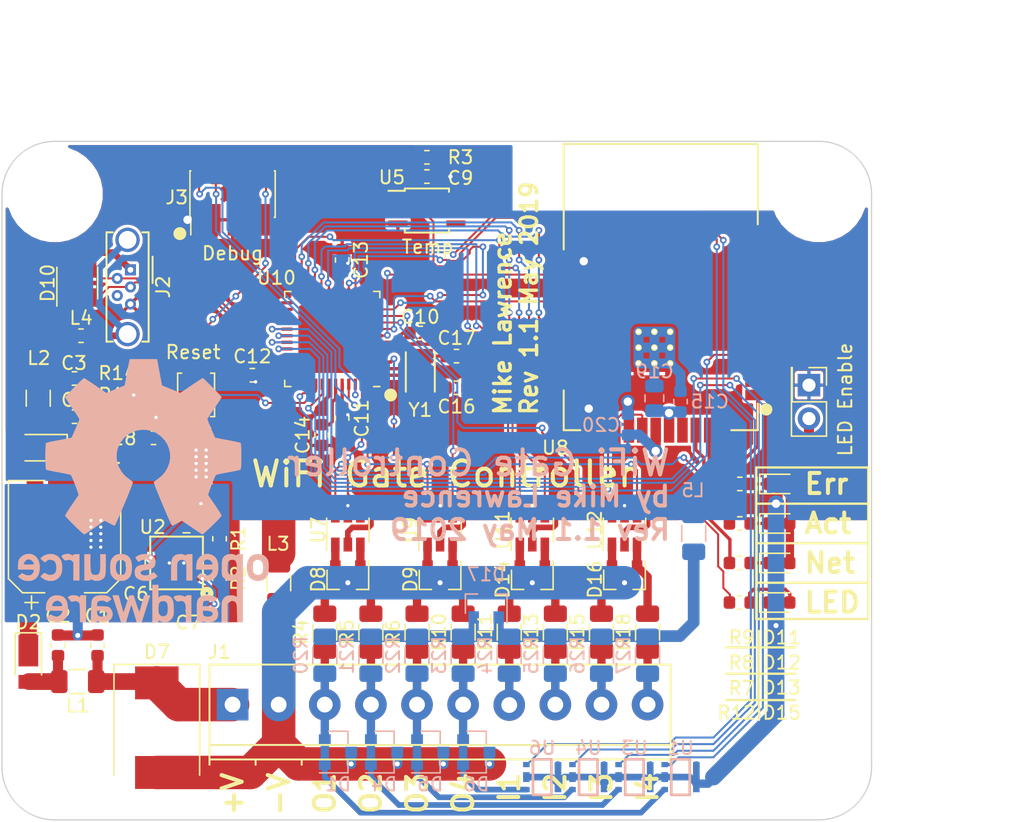
<source format=kicad_pcb>
(kicad_pcb (version 20171130) (host pcbnew "(5.1.0-0)")

  (general
    (thickness 1.6)
    (drawings 53)
    (tracks 870)
    (zones 0)
    (modules 91)
    (nets 70)
  )

  (page A4)
  (layers
    (0 F.Cu signal)
    (31 B.Cu signal)
    (34 B.Paste user hide)
    (35 F.Paste user hide)
    (36 B.SilkS user)
    (37 F.SilkS user)
    (38 B.Mask user hide)
    (39 F.Mask user hide)
    (40 Dwgs.User user)
    (44 Edge.Cuts user)
    (45 Margin user hide)
    (46 B.CrtYd user)
    (47 F.CrtYd user)
    (48 B.Fab user hide)
    (49 F.Fab user hide)
  )

  (setup
    (last_trace_width 0.1524)
    (user_trace_width 0.1524)
    (user_trace_width 0.254)
    (user_trace_width 0.4318)
    (user_trace_width 0.508)
    (user_trace_width 0.635)
    (user_trace_width 0.762)
    (user_trace_width 1.27)
    (user_trace_width 2.54)
    (trace_clearance 0.1524)
    (zone_clearance 0.2286)
    (zone_45_only yes)
    (trace_min 0.1524)
    (via_size 0.6858)
    (via_drill 0.3302)
    (via_min_size 0.508)
    (via_min_drill 0.254)
    (user_via 0.508 0.254)
    (user_via 0.762 0.381)
    (user_via 1.016 0.635)
    (user_via 1.27 0.889)
    (uvia_size 0.6858)
    (uvia_drill 0.3302)
    (uvias_allowed no)
    (uvia_min_size 0)
    (uvia_min_drill 0)
    (edge_width 0.1016)
    (segment_width 0.254)
    (pcb_text_width 0.3048)
    (pcb_text_size 1.524 1.524)
    (mod_edge_width 0.254)
    (mod_text_size 1.27 1.27)
    (mod_text_width 0.254)
    (pad_size 1.25 1.75)
    (pad_drill 0)
    (pad_to_mask_clearance 0)
    (pad_to_paste_clearance -0.07)
    (aux_axis_origin 26 83)
    (grid_origin 26 83)
    (visible_elements 7FFFFF7F)
    (pcbplotparams
      (layerselection 0x010f8_ffffffff)
      (usegerberextensions true)
      (usegerberattributes false)
      (usegerberadvancedattributes false)
      (creategerberjobfile false)
      (excludeedgelayer true)
      (linewidth 2.000000)
      (plotframeref false)
      (viasonmask false)
      (mode 1)
      (useauxorigin false)
      (hpglpennumber 1)
      (hpglpenspeed 20)
      (hpglpendiameter 100.000000)
      (psnegative false)
      (psa4output false)
      (plotreference true)
      (plotvalue false)
      (plotinvisibletext false)
      (padsonsilk false)
      (subtractmaskfromsilk false)
      (outputformat 1)
      (mirror false)
      (drillshape 0)
      (scaleselection 1)
      (outputdirectory "gerber/"))
  )

  (net 0 "")
  (net 1 GND)
  (net 2 "Net-(C14-Pad2)")
  (net 3 "Net-(R1-Pad2)")
  (net 4 "Net-(D4-Pad1)")
  (net 5 "Net-(J3-Pad10)")
  (net 6 VBUS)
  (net 7 +BATT)
  (net 8 /WINC_EN)
  (net 9 /~WINC_RST)
  (net 10 /WINC_MISO)
  (net 11 /~WINC_SS)
  (net 12 /WINC_SCK)
  (net 13 /WINC_MOSI)
  (net 14 /~WINC_IRQ)
  (net 15 /WINC_WAKE)
  (net 16 "Net-(C16-Pad2)")
  (net 17 "Net-(C17-Pad2)")
  (net 18 "Net-(D5-Pad1)")
  (net 19 "Net-(D6-Pad1)")
  (net 20 "Net-(D8-Pad1)")
  (net 21 /D6)
  (net 22 "Net-(R7-Pad1)")
  (net 23 "Net-(R8-Pad1)")
  (net 24 "Net-(D8-Pad2)")
  (net 25 VCC)
  (net 26 "Net-(J1-Pad10)")
  (net 27 "Net-(J1-Pad9)")
  (net 28 "Net-(J1-Pad8)")
  (net 29 "Net-(J1-Pad7)")
  (net 30 "Net-(J2-Pad6)")
  (net 31 /A2)
  (net 32 /A1)
  (net 33 /D1)
  (net 34 /D0)
  (net 35 /D7)
  (net 36 /D5)
  (net 37 /D4)
  (net 38 /D3)
  (net 39 /D2)
  (net 40 /A4)
  (net 41 /A3)
  (net 42 /A0)
  (net 43 "Net-(D9-Pad1)")
  (net 44 "Net-(R9-Pad1)")
  (net 45 "Net-(R17-Pad2)")
  (net 46 "Net-(D1-Pad1)")
  (net 47 "Net-(D11-Pad1)")
  (net 48 "Net-(D12-Pad1)")
  (net 49 "Net-(D13-Pad1)")
  (net 50 "Net-(D9-Pad2)")
  (net 51 "Net-(D14-Pad1)")
  (net 52 "Net-(D15-Pad2)")
  (net 53 "Net-(D16-Pad1)")
  (net 54 "Net-(D16-Pad2)")
  (net 55 GNDPWR)
  (net 56 "Net-(C2-Pad2)")
  (net 57 "Net-(C4-Pad2)")
  (net 58 "Net-(C5-Pad1)")
  (net 59 "Net-(C7-Pad1)")
  (net 60 "Net-(D11-Pad2)")
  (net 61 "Net-(D14-Pad2)")
  (net 62 /USB_N)
  (net 63 /USB_P)
  (net 64 /A5)
  (net 65 /~RESET~)
  (net 66 /SWCLK)
  (net 67 /SWDIO)
  (net 68 "Net-(D17-Pad1)")
  (net 69 "Net-(C15-Pad2)")

  (net_class Default "This is the default net class."
    (clearance 0.1524)
    (trace_width 0.1524)
    (via_dia 0.6858)
    (via_drill 0.3302)
    (uvia_dia 0.6858)
    (uvia_drill 0.3302)
    (add_net +BATT)
    (add_net /A0)
    (add_net /A1)
    (add_net /A2)
    (add_net /A3)
    (add_net /A4)
    (add_net /A5)
    (add_net /D0)
    (add_net /D1)
    (add_net /D2)
    (add_net /D3)
    (add_net /D4)
    (add_net /D5)
    (add_net /D6)
    (add_net /D7)
    (add_net /SWCLK)
    (add_net /SWDIO)
    (add_net /USB_N)
    (add_net /USB_P)
    (add_net /WINC_EN)
    (add_net /WINC_MISO)
    (add_net /WINC_MOSI)
    (add_net /WINC_SCK)
    (add_net /WINC_WAKE)
    (add_net /~RESET~)
    (add_net /~WINC_IRQ)
    (add_net /~WINC_RST)
    (add_net /~WINC_SS)
    (add_net GND)
    (add_net GNDPWR)
    (add_net "Net-(C14-Pad2)")
    (add_net "Net-(C15-Pad2)")
    (add_net "Net-(C16-Pad2)")
    (add_net "Net-(C17-Pad2)")
    (add_net "Net-(C2-Pad2)")
    (add_net "Net-(C4-Pad2)")
    (add_net "Net-(C5-Pad1)")
    (add_net "Net-(C7-Pad1)")
    (add_net "Net-(D1-Pad1)")
    (add_net "Net-(D11-Pad1)")
    (add_net "Net-(D11-Pad2)")
    (add_net "Net-(D12-Pad1)")
    (add_net "Net-(D13-Pad1)")
    (add_net "Net-(D14-Pad1)")
    (add_net "Net-(D14-Pad2)")
    (add_net "Net-(D15-Pad2)")
    (add_net "Net-(D16-Pad1)")
    (add_net "Net-(D16-Pad2)")
    (add_net "Net-(D17-Pad1)")
    (add_net "Net-(D4-Pad1)")
    (add_net "Net-(D5-Pad1)")
    (add_net "Net-(D6-Pad1)")
    (add_net "Net-(D8-Pad1)")
    (add_net "Net-(D8-Pad2)")
    (add_net "Net-(D9-Pad1)")
    (add_net "Net-(D9-Pad2)")
    (add_net "Net-(J1-Pad10)")
    (add_net "Net-(J1-Pad7)")
    (add_net "Net-(J1-Pad8)")
    (add_net "Net-(J1-Pad9)")
    (add_net "Net-(J2-Pad6)")
    (add_net "Net-(J3-Pad10)")
    (add_net "Net-(R1-Pad2)")
    (add_net "Net-(R17-Pad2)")
    (add_net "Net-(R7-Pad1)")
    (add_net "Net-(R8-Pad1)")
    (add_net "Net-(R9-Pad1)")
    (add_net VBUS)
    (add_net VCC)
  )

  (net_class +3V3 ""
    (clearance 0.1524)
    (trace_width 0.508)
    (via_dia 1.016)
    (via_drill 0.635)
    (uvia_dia 0.6858)
    (uvia_drill 0.3302)
  )

  (module Crystal-ML:Crystal_SMD_Abracon_ABS07-2Pin_3.2x1.5mm locked (layer F.Cu) (tedit 5CC868C1) (tstamp 5CC70101)
    (at 57.75 49 90)
    (path /5ABEAB42)
    (fp_text reference Y1 (at -2.885 0 180) (layer F.SilkS)
      (effects (font (size 1 1) (thickness 0.15)))
    )
    (fp_text value 32.768kHz (at 0 -2 90) (layer F.Fab)
      (effects (font (size 1 1) (thickness 0.15)))
    )
    (fp_line (start -1.5 1.1) (end 1.5 1.1) (layer F.SilkS) (width 0.1524))
    (fp_line (start -1.5 -1.1) (end 1.5 -1.1) (layer F.SilkS) (width 0.1524))
    (pad 2 smd rect (at 1.2 0 90) (size 1.1 1.9) (layers F.Cu F.Paste F.Mask)
      (net 17 "Net-(C17-Pad2)"))
    (pad 1 smd rect (at -1.2 0 90) (size 1.1 1.9) (layers F.Cu F.Paste F.Mask)
      (net 16 "Net-(C16-Pad2)"))
    (model "${KIML3DMOD}/Crystal-ML.3dshapes/Abracon ABS07.STEP"
      (at (xyz 0 0 0))
      (scale (xyz 1 1 1))
      (rotate (xyz -90 0 0))
    )
  )

  (module Package_TO_SOT_SMD-ML:Infineon_PG-SCT595-5-1 (layer B.Cu) (tedit 5CC82EF5) (tstamp 5CC70055)
    (at 70.5 79.75 90)
    (descr "<b>Small Outline Transistor; 5 leads</b> Reflow soldering<p>INFINEON, www.infineon.com/cmc_upload/0/000/010/257/eh_db_5b.pdf")
    (path /5AD318D6)
    (attr smd)
    (fp_text reference U4 (at 2.211 0 180) (layer B.SilkS)
      (effects (font (size 1.016 1.016) (thickness 0.1524)) (justify mirror))
    )
    (fp_text value BTS3800SL (at 2.17029 -2.48901 90) (layer B.SilkS) hide
      (effects (font (size 1.09889 1.09889) (thickness 0.05)) (justify mirror))
    )
    (fp_line (start -1.6 -1.6) (end -1.6 1.6) (layer B.CrtYd) (width 0.12))
    (fp_line (start 1.6 -1.6) (end -1.6 -1.6) (layer B.CrtYd) (width 0.12))
    (fp_line (start 1.6 1.6) (end 1.6 -1.6) (layer B.CrtYd) (width 0.12))
    (fp_line (start -1.6 1.6) (end 1.6 1.6) (layer B.CrtYd) (width 0.12))
    (fp_line (start -1.35 -0.7) (end -1.35 0.7) (layer B.SilkS) (width 0.2032))
    (fp_line (start 1.35 -0.7) (end -1.35 -0.7) (layer B.SilkS) (width 0.2032))
    (fp_line (start 1.35 0.7) (end 1.35 -0.7) (layer B.SilkS) (width 0.2032))
    (fp_line (start -1.35 0.7) (end 1.35 0.7) (layer B.SilkS) (width 0.2032))
    (pad 5 smd rect (at -0.5 1.2 90) (size 1.3 0.5) (layers B.Cu B.Paste B.Mask)
      (net 1 GND))
    (pad 4 smd rect (at 0.95 1.2 90) (size 0.4 0.5) (layers B.Cu B.Paste B.Mask)
      (net 1 GND))
    (pad 3 smd rect (at 0.95 -1.2 90) (size 0.4 0.5) (layers B.Cu B.Paste B.Mask)
      (net 39 /D2))
    (pad 2 smd rect (at 0 -1.2 90) (size 0.75 0.5) (layers B.Cu B.Paste B.Mask)
      (net 1 GND))
    (pad 1 smd rect (at -0.95 -1.2 90) (size 0.4 0.5) (layers B.Cu B.Paste B.Mask)
      (net 18 "Net-(D5-Pad1)"))
    (model /Users/mike/Documents/KiCad/Libraries/packages3d/Package_TO_SOT_SMD-ML/SCT595-5.STEP
      (at (xyz 0 0 0))
      (scale (xyz 1 1 1))
      (rotate (xyz 0 0 0))
    )
  )

  (module Package_TO_SOT_SMD-ML:Infineon_PG-SCT595-5-1 (layer B.Cu) (tedit 5CC82EF5) (tstamp 5CC70044)
    (at 74 79.75 90)
    (descr "<b>Small Outline Transistor; 5 leads</b> Reflow soldering<p>INFINEON, www.infineon.com/cmc_upload/0/000/010/257/eh_db_5b.pdf")
    (path /5AD31849)
    (attr smd)
    (fp_text reference U3 (at 2.211 0 180) (layer B.SilkS)
      (effects (font (size 1.016 1.016) (thickness 0.1524)) (justify mirror))
    )
    (fp_text value BTS3800SL (at 2.17029 -2.48901 90) (layer B.SilkS) hide
      (effects (font (size 1.09889 1.09889) (thickness 0.05)) (justify mirror))
    )
    (fp_line (start -1.6 -1.6) (end -1.6 1.6) (layer B.CrtYd) (width 0.12))
    (fp_line (start 1.6 -1.6) (end -1.6 -1.6) (layer B.CrtYd) (width 0.12))
    (fp_line (start 1.6 1.6) (end 1.6 -1.6) (layer B.CrtYd) (width 0.12))
    (fp_line (start -1.6 1.6) (end 1.6 1.6) (layer B.CrtYd) (width 0.12))
    (fp_line (start -1.35 -0.7) (end -1.35 0.7) (layer B.SilkS) (width 0.2032))
    (fp_line (start 1.35 -0.7) (end -1.35 -0.7) (layer B.SilkS) (width 0.2032))
    (fp_line (start 1.35 0.7) (end 1.35 -0.7) (layer B.SilkS) (width 0.2032))
    (fp_line (start -1.35 0.7) (end 1.35 0.7) (layer B.SilkS) (width 0.2032))
    (pad 5 smd rect (at -0.5 1.2 90) (size 1.3 0.5) (layers B.Cu B.Paste B.Mask)
      (net 1 GND))
    (pad 4 smd rect (at 0.95 1.2 90) (size 0.4 0.5) (layers B.Cu B.Paste B.Mask)
      (net 1 GND))
    (pad 3 smd rect (at 0.95 -1.2 90) (size 0.4 0.5) (layers B.Cu B.Paste B.Mask)
      (net 33 /D1))
    (pad 2 smd rect (at 0 -1.2 90) (size 0.75 0.5) (layers B.Cu B.Paste B.Mask)
      (net 1 GND))
    (pad 1 smd rect (at -0.95 -1.2 90) (size 0.4 0.5) (layers B.Cu B.Paste B.Mask)
      (net 4 "Net-(D4-Pad1)"))
    (model /Users/mike/Documents/KiCad/Libraries/packages3d/Package_TO_SOT_SMD-ML/SCT595-5.STEP
      (at (xyz 0 0 0))
      (scale (xyz 1 1 1))
      (rotate (xyz 0 0 0))
    )
  )

  (module Package_TO_SOT_SMD-ML:Infineon_PG-SCT595-5-1 (layer B.Cu) (tedit 5CC82EF5) (tstamp 5CC7001D)
    (at 77.5 79.75 90)
    (descr "<b>Small Outline Transistor; 5 leads</b> Reflow soldering<p>INFINEON, www.infineon.com/cmc_upload/0/000/010/257/eh_db_5b.pdf")
    (path /5AE2E1C5)
    (attr smd)
    (fp_text reference U1 (at 2.211 0 180) (layer B.SilkS)
      (effects (font (size 1.016 1.016) (thickness 0.1524)) (justify mirror))
    )
    (fp_text value BTS3800SL (at 2.17029 -2.48901 90) (layer B.SilkS) hide
      (effects (font (size 1.09889 1.09889) (thickness 0.05)) (justify mirror))
    )
    (fp_line (start -1.6 -1.6) (end -1.6 1.6) (layer B.CrtYd) (width 0.12))
    (fp_line (start 1.6 -1.6) (end -1.6 -1.6) (layer B.CrtYd) (width 0.12))
    (fp_line (start 1.6 1.6) (end 1.6 -1.6) (layer B.CrtYd) (width 0.12))
    (fp_line (start -1.6 1.6) (end 1.6 1.6) (layer B.CrtYd) (width 0.12))
    (fp_line (start -1.35 -0.7) (end -1.35 0.7) (layer B.SilkS) (width 0.2032))
    (fp_line (start 1.35 -0.7) (end -1.35 -0.7) (layer B.SilkS) (width 0.2032))
    (fp_line (start 1.35 0.7) (end 1.35 -0.7) (layer B.SilkS) (width 0.2032))
    (fp_line (start -1.35 0.7) (end 1.35 0.7) (layer B.SilkS) (width 0.2032))
    (pad 5 smd rect (at -0.5 1.2 90) (size 1.3 0.5) (layers B.Cu B.Paste B.Mask)
      (net 1 GND))
    (pad 4 smd rect (at 0.95 1.2 90) (size 0.4 0.5) (layers B.Cu B.Paste B.Mask)
      (net 1 GND))
    (pad 3 smd rect (at 0.95 -1.2 90) (size 0.4 0.5) (layers B.Cu B.Paste B.Mask)
      (net 34 /D0))
    (pad 2 smd rect (at 0 -1.2 90) (size 0.75 0.5) (layers B.Cu B.Paste B.Mask)
      (net 1 GND))
    (pad 1 smd rect (at -0.95 -1.2 90) (size 0.4 0.5) (layers B.Cu B.Paste B.Mask)
      (net 46 "Net-(D1-Pad1)"))
    (model /Users/mike/Documents/KiCad/Libraries/packages3d/Package_TO_SOT_SMD-ML/SCT595-5.STEP
      (at (xyz 0 0 0))
      (scale (xyz 1 1 1))
      (rotate (xyz 0 0 0))
    )
  )

  (module Package_TO_SOT_SMD-ML:Infineon_PG-SCT595-5-1 (layer B.Cu) (tedit 5CC82EF5) (tstamp 5CC70066)
    (at 67 79.75 90)
    (descr "<b>Small Outline Transistor; 5 leads</b> Reflow soldering<p>INFINEON, www.infineon.com/cmc_upload/0/000/010/257/eh_db_5b.pdf")
    (path /5AD3196B)
    (attr smd)
    (fp_text reference U6 (at 2.211 0 180) (layer B.SilkS)
      (effects (font (size 1.016 1.016) (thickness 0.1524)) (justify mirror))
    )
    (fp_text value BTS3800SL (at 2.17029 -2.48901 90) (layer B.SilkS) hide
      (effects (font (size 1.09889 1.09889) (thickness 0.05)) (justify mirror))
    )
    (fp_line (start -1.6 -1.6) (end -1.6 1.6) (layer B.CrtYd) (width 0.12))
    (fp_line (start 1.6 -1.6) (end -1.6 -1.6) (layer B.CrtYd) (width 0.12))
    (fp_line (start 1.6 1.6) (end 1.6 -1.6) (layer B.CrtYd) (width 0.12))
    (fp_line (start -1.6 1.6) (end 1.6 1.6) (layer B.CrtYd) (width 0.12))
    (fp_line (start -1.35 -0.7) (end -1.35 0.7) (layer B.SilkS) (width 0.2032))
    (fp_line (start 1.35 -0.7) (end -1.35 -0.7) (layer B.SilkS) (width 0.2032))
    (fp_line (start 1.35 0.7) (end 1.35 -0.7) (layer B.SilkS) (width 0.2032))
    (fp_line (start -1.35 0.7) (end 1.35 0.7) (layer B.SilkS) (width 0.2032))
    (pad 5 smd rect (at -0.5 1.2 90) (size 1.3 0.5) (layers B.Cu B.Paste B.Mask)
      (net 1 GND))
    (pad 4 smd rect (at 0.95 1.2 90) (size 0.4 0.5) (layers B.Cu B.Paste B.Mask)
      (net 1 GND))
    (pad 3 smd rect (at 0.95 -1.2 90) (size 0.4 0.5) (layers B.Cu B.Paste B.Mask)
      (net 38 /D3))
    (pad 2 smd rect (at 0 -1.2 90) (size 0.75 0.5) (layers B.Cu B.Paste B.Mask)
      (net 1 GND))
    (pad 1 smd rect (at -0.95 -1.2 90) (size 0.4 0.5) (layers B.Cu B.Paste B.Mask)
      (net 19 "Net-(D6-Pad1)"))
    (model /Users/mike/Documents/KiCad/Libraries/packages3d/Package_TO_SOT_SMD-ML/SCT595-5.STEP
      (at (xyz 0 0 0))
      (scale (xyz 1 1 1))
      (rotate (xyz 0 0 0))
    )
  )

  (module Converter_DCDC-ML:Converter_DCDC_Texas-SIL0008E (layer F.Cu) (tedit 5CC79879) (tstamp 5CC7002E)
    (at 39.25 63.5 180)
    (path /5AD57408)
    (attr smd)
    (fp_text reference U2 (at 1.82 2.725 180) (layer F.SilkS)
      (effects (font (size 1 1) (thickness 0.15)))
    )
    (fp_text value LMZ21700 (at 0 -2.7 180) (layer F.Fab) hide
      (effects (font (size 1 1) (thickness 0.15)))
    )
    (fp_circle (center -2.3 -2.3) (end -2.2 -2.3) (layer F.SilkS) (width 0.4))
    (fp_line (start -2 2) (end -2 -2) (layer F.SilkS) (width 0.1524))
    (fp_line (start 2 2) (end -2 2) (layer F.SilkS) (width 0.1524))
    (fp_line (start 2 -2) (end 2 2) (layer F.SilkS) (width 0.1524))
    (fp_line (start -2 -2) (end 2 -2) (layer F.SilkS) (width 0.1524))
    (fp_poly (pts (xy -0.94 -0.13) (xy -0.16 -0.13) (xy -0.16 -0.94) (xy -0.94 -0.94)) (layer F.Paste) (width 0.001))
    (fp_poly (pts (xy -0.94 0.13) (xy -0.16 0.13) (xy -0.16 0.94) (xy -0.94 0.94)) (layer F.Paste) (width 0.001))
    (fp_poly (pts (xy 0.16 0.13) (xy 0.94 0.13) (xy 0.94 0.94) (xy 0.16 0.94)) (layer F.Paste) (width 0.001))
    (fp_poly (pts (xy 0.16 -0.94) (xy 0.94 -0.94) (xy 0.94 -0.13) (xy 0.16 -0.13)) (layer F.Paste) (width 0.001))
    (pad 10 thru_hole rect (at 0.55 0 180) (size 0.8 1.9) (drill 0.254) (layers *.Cu F.Paste F.Mask)
      (net 1 GND) (solder_mask_margin 0.07) (solder_paste_margin -10))
    (pad 9 thru_hole rect (at -0.55 0 180) (size 0.8 1.9) (drill 0.254) (layers *.Cu F.Paste F.Mask)
      (net 1 GND) (solder_mask_margin 0.07) (solder_paste_margin -10))
    (pad 8 smd rect (at 1.475 -1.2 180) (size 0.45 0.4) (layers F.Cu F.Paste F.Mask)
      (net 58 "Net-(C5-Pad1)") (solder_mask_margin 0.07))
    (pad 7 smd rect (at 1.475 -0.4 180) (size 0.45 0.4) (layers F.Cu F.Paste F.Mask)
      (net 58 "Net-(C5-Pad1)") (solder_mask_margin 0.07))
    (pad 6 smd rect (at 1.475 0.4 180) (size 0.45 0.4) (layers F.Cu F.Paste F.Mask)
      (net 25 VCC) (solder_mask_margin 0.07))
    (pad 5 smd rect (at 1.475 1.2 180) (size 0.45 0.4) (layers F.Cu F.Paste F.Mask)
      (net 1 GND) (solder_mask_margin 0.07))
    (pad 4 smd rect (at -1.475 1.2 180) (size 0.45 0.4) (layers F.Cu F.Paste F.Mask)
      (net 25 VCC) (solder_mask_margin 0.07))
    (pad 3 smd rect (at -1.475 0.4 180) (size 0.45 0.4) (layers F.Cu F.Paste F.Mask)
      (solder_mask_margin 0.07))
    (pad 2 smd rect (at -1.475 -0.4 180) (size 0.45 0.4) (layers F.Cu F.Paste F.Mask)
      (net 3 "Net-(R1-Pad2)") (solder_mask_margin 0.07))
    (pad 1 smd rect (at -1.475 -1.2 180) (size 0.45 0.4) (layers F.Cu F.Paste F.Mask)
      (net 59 "Net-(C7-Pad1)") (solder_mask_margin 0.07))
    (model /Users/mike/Documents/KiCAD/Libraries/packages3d/ti-ml.3dshapes/MicroSIP.stp
      (at (xyz 0 0 0))
      (scale (xyz 1 1 1))
      (rotate (xyz 0 0 0))
    )
    (model /Users/mike/Documents/KiCad/Libraries/packages3d/Converter_DCDC-ML.3dshapes/MicroSIP.stp
      (at (xyz 0 0 0))
      (scale (xyz 1 1 1))
      (rotate (xyz 0 0 0))
    )
  )

  (module Capacitor_SMD:C_0805_2012Metric (layer F.Cu) (tedit 5CC79737) (tstamp 5CC6FDA7)
    (at 40 60.5 180)
    (descr "Capacitor SMD 0805 (2012 Metric), square (rectangular) end terminal, IPC_7351 nominal, (Body size source: https://docs.google.com/spreadsheets/d/1BsfQQcO9C6DZCsRaXUlFlo91Tg2WpOkGARC1WS5S8t0/edit?usp=sharing), generated with kicad-footprint-generator")
    (tags capacitor)
    (path /5AD58C10)
    (attr smd)
    (fp_text reference C8 (at 0 1.503 180) (layer F.SilkS)
      (effects (font (size 1 1) (thickness 0.15)))
    )
    (fp_text value 22uF (at 0 1.65 180) (layer F.Fab)
      (effects (font (size 1 1) (thickness 0.15)))
    )
    (fp_line (start -1 0.6) (end -1 -0.6) (layer F.Fab) (width 0.1))
    (fp_line (start -1 -0.6) (end 1 -0.6) (layer F.Fab) (width 0.1))
    (fp_line (start 1 -0.6) (end 1 0.6) (layer F.Fab) (width 0.1))
    (fp_line (start 1 0.6) (end -1 0.6) (layer F.Fab) (width 0.1))
    (fp_line (start -0.258578 -0.71) (end 0.258578 -0.71) (layer F.SilkS) (width 0.12))
    (fp_line (start -0.258578 0.71) (end 0.258578 0.71) (layer F.SilkS) (width 0.12))
    (fp_line (start -1.68 0.95) (end -1.68 -0.95) (layer F.CrtYd) (width 0.05))
    (fp_line (start -1.68 -0.95) (end 1.48 -0.95) (layer F.CrtYd) (width 0.05))
    (fp_line (start 1.48 -0.95) (end 1.48 0.95) (layer F.CrtYd) (width 0.05))
    (fp_line (start 1.48 0.95) (end -1.68 0.95) (layer F.CrtYd) (width 0.05))
    (fp_text user %R (at 0 0 180) (layer F.Fab)
      (effects (font (size 0.5 0.5) (thickness 0.08)))
    )
    (pad 1 smd roundrect (at -0.9375 0 180) (size 0.975 1.4) (layers F.Cu F.Paste F.Mask) (roundrect_rratio 0.25)
      (net 25 VCC))
    (pad 2 smd roundrect (at 0.9375 0 180) (size 0.975 1.4) (layers F.Cu F.Paste F.Mask) (roundrect_rratio 0.25)
      (net 1 GND))
    (model ${KISYS3DMOD}/Capacitor_SMD.3dshapes/C_0805_2012Metric.wrl
      (at (xyz 0 0 0))
      (scale (xyz 1 1 1))
      (rotate (xyz 0 0 0))
    )
  )

  (module Package_TO_SOT_SMD:SOT-23 (layer B.Cu) (tedit 5CC78F73) (tstamp 5CC6FFB9)
    (at 62.75 66.617 90)
    (descr "SOT-23, Standard")
    (tags SOT-23)
    (path /5B5DC47A)
    (attr smd)
    (fp_text reference D17 (at 2.25 0 180) (layer B.SilkS)
      (effects (font (size 1 1) (thickness 0.15)) (justify mirror))
    )
    (fp_text value TPD2E2U06 (at 0 -2.5 90) (layer B.Fab)
      (effects (font (size 1 1) (thickness 0.15)) (justify mirror))
    )
    (fp_text user %R (at 0 0) (layer B.Fab)
      (effects (font (size 0.5 0.5) (thickness 0.075)) (justify mirror))
    )
    (fp_line (start -0.7 0.95) (end -0.7 -1.5) (layer B.Fab) (width 0.1))
    (fp_line (start -0.15 1.52) (end 0.7 1.52) (layer B.Fab) (width 0.1))
    (fp_line (start -0.7 0.95) (end -0.15 1.52) (layer B.Fab) (width 0.1))
    (fp_line (start 0.7 1.52) (end 0.7 -1.52) (layer B.Fab) (width 0.1))
    (fp_line (start -0.7 -1.52) (end 0.7 -1.52) (layer B.Fab) (width 0.1))
    (fp_line (start 0.76 -1.58) (end 0.76 -0.65) (layer B.SilkS) (width 0.12))
    (fp_line (start 0.76 1.58) (end 0.76 0.65) (layer B.SilkS) (width 0.12))
    (fp_line (start -1.5 1.75) (end 1.7 1.75) (layer B.CrtYd) (width 0.05))
    (fp_line (start 1.7 1.75) (end 1.7 -1.75) (layer B.CrtYd) (width 0.05))
    (fp_line (start 1.7 -1.75) (end -1.5 -1.75) (layer B.CrtYd) (width 0.05))
    (fp_line (start -1.5 -1.75) (end -1.5 1.75) (layer B.CrtYd) (width 0.05))
    (fp_line (start 0.76 1.58) (end -1.4 1.58) (layer B.SilkS) (width 0.12))
    (fp_line (start 0.76 -1.58) (end -0.7 -1.58) (layer B.SilkS) (width 0.12))
    (pad 1 smd rect (at -1 0.95 90) (size 0.9 0.8) (layers B.Cu B.Paste B.Mask)
      (net 68 "Net-(D17-Pad1)"))
    (pad 2 smd rect (at -1 -0.95 90) (size 0.9 0.8) (layers B.Cu B.Paste B.Mask)
      (net 68 "Net-(D17-Pad1)"))
    (pad 3 smd rect (at 1 0 90) (size 0.9 0.8) (layers B.Cu B.Paste B.Mask)
      (net 55 GNDPWR))
    (model ${KISYS3DMOD}/Package_TO_SOT_SMD.3dshapes/SOT-23.wrl
      (at (xyz 0 0 0))
      (scale (xyz 1 1 1))
      (rotate (xyz 0 0 0))
    )
  )

  (module Inductor_SMD:L_1206_3216Metric (layer F.Cu) (tedit 5B301BBE) (tstamp 5CC6FFDD)
    (at 28.75 50.996 270)
    (descr "Inductor SMD 1206 (3216 Metric), square (rectangular) end terminal, IPC_7351 nominal, (Body size source: http://www.tortai-tech.com/upload/download/2011102023233369053.pdf), generated with kicad-footprint-generator")
    (tags inductor)
    (path /5BA664F0)
    (attr smd)
    (fp_text reference L2 (at -3.048 -0.044) (layer F.SilkS)
      (effects (font (size 1 1) (thickness 0.15)))
    )
    (fp_text value 1k@1MHz (at 0 1.82 270) (layer F.Fab)
      (effects (font (size 1 1) (thickness 0.15)))
    )
    (fp_text user %R (at 0 0 270) (layer F.Fab)
      (effects (font (size 0.8 0.8) (thickness 0.12)))
    )
    (fp_line (start 2.28 1.12) (end -2.28 1.12) (layer F.CrtYd) (width 0.05))
    (fp_line (start 2.28 -1.12) (end 2.28 1.12) (layer F.CrtYd) (width 0.05))
    (fp_line (start -2.28 -1.12) (end 2.28 -1.12) (layer F.CrtYd) (width 0.05))
    (fp_line (start -2.28 1.12) (end -2.28 -1.12) (layer F.CrtYd) (width 0.05))
    (fp_line (start -0.602064 0.91) (end 0.602064 0.91) (layer F.SilkS) (width 0.12))
    (fp_line (start -0.602064 -0.91) (end 0.602064 -0.91) (layer F.SilkS) (width 0.12))
    (fp_line (start 1.6 0.8) (end -1.6 0.8) (layer F.Fab) (width 0.1))
    (fp_line (start 1.6 -0.8) (end 1.6 0.8) (layer F.Fab) (width 0.1))
    (fp_line (start -1.6 -0.8) (end 1.6 -0.8) (layer F.Fab) (width 0.1))
    (fp_line (start -1.6 0.8) (end -1.6 -0.8) (layer F.Fab) (width 0.1))
    (pad 2 smd roundrect (at 1.4 0 270) (size 1.25 1.75) (layers F.Cu F.Paste F.Mask) (roundrect_rratio 0.2)
      (net 57 "Net-(C4-Pad2)"))
    (pad 1 smd roundrect (at -1.4 0 270) (size 1.25 1.75) (layers F.Cu F.Paste F.Mask) (roundrect_rratio 0.2)
      (net 6 VBUS))
    (model ${KISYS3DMOD}/Inductor_SMD.3dshapes/L_1206_3216Metric.wrl
      (at (xyz 0 0 0))
      (scale (xyz 1 1 1))
      (rotate (xyz 0 0 0))
    )
  )

  (module holes-ml:M3_NPTH_Mounting_Hole locked (layer F.Cu) (tedit 5ACD3ED2) (tstamp 5515DEA9)
    (at 88 35.5)
    (descr "Mounting hole, Befestigungsbohrung, 2,7mm, No Annular, Kein Restring,")
    (tags "Mounting hole, Befestigungsbohrung, 2,7mm, No Annular, Kein Restring,")
    (fp_text reference "" (at 0 -4.0005) (layer F.SilkS) hide
      (effects (font (size 1.016 1.016) (thickness 0.1524)))
    )
    (fp_text value "" (at 0.09906 3.59918) (layer F.Fab) hide
      (effects (font (size 1 1) (thickness 0.15)))
    )
    (fp_circle (center 0 0) (end 3.65 0) (layer B.CrtYd) (width 0.15))
    (fp_circle (center 0 0) (end 3.65 0) (layer F.CrtYd) (width 0.15))
    (fp_circle (center 0 0) (end 1.375 0) (layer B.Fab) (width 0.15))
    (fp_circle (center 0 0) (end 3.65 0) (layer B.Fab) (width 0.15))
    (fp_circle (center 0 0) (end 3.65 0) (layer F.Fab) (width 0.15))
    (fp_circle (center 0 0) (end 1.375 0) (layer F.Fab) (width 0.15))
    (pad "" np_thru_hole circle (at 0 0) (size 3.2 3.2) (drill 3.2) (layers *.Cu *.Mask)
      (solder_mask_margin 2.05) (clearance 2.05))
  )

  (module holes-ml:M3_NPTH_Mounting_Hole locked (layer F.Cu) (tedit 5ACD3ED2) (tstamp 55169DC9)
    (at 88 79)
    (descr "Mounting hole, Befestigungsbohrung, 2,7mm, No Annular, Kein Restring,")
    (tags "Mounting hole, Befestigungsbohrung, 2,7mm, No Annular, Kein Restring,")
    (fp_text reference "" (at 0 -4.0005) (layer F.SilkS) hide
      (effects (font (size 1.016 1.016) (thickness 0.1524)))
    )
    (fp_text value "" (at 0.09906 3.59918) (layer F.Fab) hide
      (effects (font (size 1 1) (thickness 0.15)))
    )
    (fp_circle (center 0 0) (end 3.65 0) (layer B.CrtYd) (width 0.15))
    (fp_circle (center 0 0) (end 3.65 0) (layer F.CrtYd) (width 0.15))
    (fp_circle (center 0 0) (end 1.375 0) (layer B.Fab) (width 0.15))
    (fp_circle (center 0 0) (end 3.65 0) (layer B.Fab) (width 0.15))
    (fp_circle (center 0 0) (end 3.65 0) (layer F.Fab) (width 0.15))
    (fp_circle (center 0 0) (end 1.375 0) (layer F.Fab) (width 0.15))
    (pad "" np_thru_hole circle (at 0 0) (size 3.2 3.2) (drill 3.2) (layers *.Cu *.Mask)
      (solder_mask_margin 2.05) (clearance 2.05))
  )

  (module holes-ml:M3_NPTH_Mounting_Hole locked (layer F.Cu) (tedit 5ACD3ED2) (tstamp 5515DECC)
    (at 30 79)
    (descr "Mounting hole, Befestigungsbohrung, 2,7mm, No Annular, Kein Restring,")
    (tags "Mounting hole, Befestigungsbohrung, 2,7mm, No Annular, Kein Restring,")
    (fp_text reference "" (at 0 -4.0005) (layer F.SilkS) hide
      (effects (font (size 1.016 1.016) (thickness 0.1524)))
    )
    (fp_text value "" (at 0.09906 3.59918) (layer F.Fab) hide
      (effects (font (size 1 1) (thickness 0.15)))
    )
    (fp_circle (center 0 0) (end 3.65 0) (layer B.CrtYd) (width 0.15))
    (fp_circle (center 0 0) (end 3.65 0) (layer F.CrtYd) (width 0.15))
    (fp_circle (center 0 0) (end 1.375 0) (layer B.Fab) (width 0.15))
    (fp_circle (center 0 0) (end 3.65 0) (layer B.Fab) (width 0.15))
    (fp_circle (center 0 0) (end 3.65 0) (layer F.Fab) (width 0.15))
    (fp_circle (center 0 0) (end 1.375 0) (layer F.Fab) (width 0.15))
    (pad "" np_thru_hole circle (at 0 0) (size 3.2 3.2) (drill 3.2) (layers *.Cu *.Mask)
      (solder_mask_margin 2.05) (clearance 2.05))
  )

  (module holes-ml:M3_NPTH_Mounting_Hole locked (layer F.Cu) (tedit 5ACD3D38) (tstamp 5515DEBF)
    (at 30 35.5)
    (descr "Mounting hole, Befestigungsbohrung, 2,7mm, No Annular, Kein Restring,")
    (tags "Mounting hole, Befestigungsbohrung, 2,7mm, No Annular, Kein Restring,")
    (fp_text reference "" (at 0 -4.0005) (layer F.SilkS) hide
      (effects (font (size 1.016 1.016) (thickness 0.1524)))
    )
    (fp_text value "" (at 0.09906 3.59918) (layer F.Fab) hide
      (effects (font (size 1 1) (thickness 0.15)))
    )
    (fp_circle (center 0 0) (end 3.1 0) (layer B.CrtYd) (width 0.15))
    (fp_circle (center 0 0) (end 3.1 0) (layer F.CrtYd) (width 0.15))
    (fp_circle (center 0 0) (end 1.375 0) (layer B.Fab) (width 0.15))
    (fp_circle (center 0 0) (end 3.1 0) (layer B.Fab) (width 0.15))
    (fp_circle (center 0 0) (end 3.1 0) (layer F.Fab) (width 0.15))
    (fp_circle (center 0 0) (end 1.375 0) (layer F.Fab) (width 0.15))
    (pad "" np_thru_hole circle (at 0 0) (size 3.2 3.2) (drill 3.2) (layers *.Cu *.Mask)
      (solder_mask_margin 2.05) (clearance 2.05))
  )

  (module Symbols:OSHW-Logo_19x20mm_SilkScreen locked (layer B.Cu) (tedit 5A615485) (tstamp 5A5E3A10)
    (at 36.75 58 180)
    (descr "Open Source Hardware Logo")
    (tags "Logo OSHW")
    (attr virtual)
    (fp_text reference "#LOGO1" (at 0 0 180) (layer B.SilkS) hide
      (effects (font (size 1.016 1.016) (thickness 0.1524)) (justify mirror))
    )
    (fp_text value OSHW-Logo_19x20mm_SilkScreen (at 0.75 0 180) (layer B.Fab) hide
      (effects (font (size 1 1) (thickness 0.15)) (justify mirror))
    )
    (fp_poly (pts (xy -6.320808 -4.865166) (xy -6.233015 -4.90854) (xy -6.124751 -4.984122) (xy -6.045845 -5.066542)
      (xy -5.991805 -5.170037) (xy -5.958141 -5.308843) (xy -5.940363 -5.497194) (xy -5.93398 -5.749328)
      (xy -5.933607 -5.857724) (xy -5.934696 -6.095287) (xy -5.939222 -6.265068) (xy -5.949068 -6.38255)
      (xy -5.966118 -6.463215) (xy -5.992259 -6.522545) (xy -6.019458 -6.56302) (xy -6.19308 -6.735225)
      (xy -6.397538 -6.838806) (xy -6.618104 -6.86996) (xy -6.840046 -6.824885) (xy -6.91036 -6.793009)
      (xy -7.078689 -6.705271) (xy -7.078689 -8.080172) (xy -6.955838 -8.016643) (xy -6.793967 -7.967491)
      (xy -6.595005 -7.9549) (xy -6.396328 -7.978147) (xy -6.24629 -8.03037) (xy -6.121841 -8.129826)
      (xy -6.015508 -8.272143) (xy -6.007513 -8.286755) (xy -5.973793 -8.355582) (xy -5.949166 -8.424956)
      (xy -5.932214 -8.508996) (xy -5.921519 -8.621816) (xy -5.915662 -8.777533) (xy -5.913227 -8.990265)
      (xy -5.912787 -9.229664) (xy -5.912787 -9.993443) (xy -6.37082 -9.993443) (xy -6.37082 -8.585108)
      (xy -6.498933 -8.477308) (xy -6.632018 -8.391079) (xy -6.758048 -8.375401) (xy -6.884778 -8.415747)
      (xy -6.952317 -8.455254) (xy -7.002586 -8.511527) (xy -7.038338 -8.596572) (xy -7.062328 -8.722394)
      (xy -7.077311 -8.900998) (xy -7.08604 -9.144391) (xy -7.089114 -9.306394) (xy -7.099508 -9.972623)
      (xy -7.318115 -9.985209) (xy -7.536721 -9.997795) (xy -7.536721 -5.863464) (xy -7.078689 -5.863464)
      (xy -7.067011 -6.093953) (xy -7.027662 -6.25395) (xy -6.954166 -6.353497) (xy -6.840049 -6.402639)
      (xy -6.724754 -6.412459) (xy -6.594238 -6.401175) (xy -6.507617 -6.356764) (xy -6.453451 -6.298081)
      (xy -6.41081 -6.234962) (xy -6.385426 -6.164645) (xy -6.374131 -6.066123) (xy -6.37376 -5.918387)
      (xy -6.37756 -5.794683) (xy -6.386288 -5.608328) (xy -6.39928 -5.485982) (xy -6.421159 -5.408377)
      (xy -6.456546 -5.356245) (xy -6.489941 -5.326111) (xy -6.629475 -5.260399) (xy -6.794619 -5.249787)
      (xy -6.889446 -5.272423) (xy -6.983334 -5.352881) (xy -7.045526 -5.509392) (xy -7.075669 -5.740852)
      (xy -7.078689 -5.863464) (xy -7.536721 -5.863464) (xy -7.536721 -4.830164) (xy -7.307705 -4.830164)
      (xy -7.170206 -4.835602) (xy -7.099267 -4.854909) (xy -7.078697 -4.892576) (xy -7.078689 -4.893692)
      (xy -7.069145 -4.930581) (xy -7.027051 -4.926393) (xy -6.943361 -4.885859) (xy -6.748354 -4.82385)
      (xy -6.528954 -4.817332) (xy -6.320808 -4.865166)) (layer B.SilkS) (width 0.01))
    (fp_poly (pts (xy -4.583779 -7.969247) (xy -4.387889 -8.021514) (xy -4.238767 -8.116253) (xy -4.133535 -8.240338)
      (xy -4.100821 -8.293296) (xy -4.076669 -8.348768) (xy -4.059784 -8.41973) (xy -4.048873 -8.519154)
      (xy -4.04264 -8.660016) (xy -4.039791 -8.855289) (xy -4.039032 -9.117948) (xy -4.039016 -9.187633)
      (xy -4.039016 -9.993443) (xy -4.238885 -9.993443) (xy -4.36637 -9.984515) (xy -4.460634 -9.961896)
      (xy -4.484251 -9.947946) (xy -4.548815 -9.92387) (xy -4.614759 -9.947946) (xy -4.723332 -9.978003)
      (xy -4.881042 -9.9901) (xy -5.055844 -9.984851) (xy -5.215693 -9.962869) (xy -5.309016 -9.934663)
      (xy -5.489609 -9.818731) (xy -5.60247 -9.657847) (xy -5.653209 -9.443936) (xy -5.65368 -9.438443)
      (xy -5.649227 -9.343547) (xy -5.246557 -9.343547) (xy -5.211354 -9.451484) (xy -5.154014 -9.512229)
      (xy -5.038913 -9.558172) (xy -4.886986 -9.576512) (xy -4.732061 -9.567485) (xy -4.607964 -9.531332)
      (xy -4.573197 -9.508137) (xy -4.512444 -9.40096) (xy -4.497049 -9.27912) (xy -4.497049 -9.119017)
      (xy -4.727403 -9.119017) (xy -4.946241 -9.135863) (xy -5.112137 -9.183593) (xy -5.215338 -9.257986)
      (xy -5.246557 -9.343547) (xy -5.649227 -9.343547) (xy -5.642713 -9.204731) (xy -5.565631 -9.019946)
      (xy -5.420714 -8.880206) (xy -5.400683 -8.867495) (xy -5.31461 -8.826105) (xy -5.208073 -8.801041)
      (xy -5.059141 -8.788858) (xy -4.882213 -8.786057) (xy -4.497049 -8.785902) (xy -4.497049 -8.624443)
      (xy -4.513387 -8.499168) (xy -4.555078 -8.415241) (xy -4.559959 -8.410773) (xy -4.652736 -8.374059)
      (xy -4.792784 -8.359828) (xy -4.947555 -8.366821) (xy -5.084499 -8.39378) (xy -5.165759 -8.434212)
      (xy -5.20979 -8.466601) (xy -5.256285 -8.472784) (xy -5.320451 -8.446248) (xy -5.417495 -8.380479)
      (xy -5.562626 -8.268963) (xy -5.575947 -8.258516) (xy -5.569121 -8.219862) (xy -5.512178 -8.155572)
      (xy -5.42563 -8.084131) (xy -5.329992 -8.024021) (xy -5.299944 -8.009827) (xy -5.190341 -7.981503)
      (xy -5.029735 -7.9613) (xy -4.850302 -7.953196) (xy -4.841911 -7.95318) (xy -4.583779 -7.969247)) (layer B.SilkS) (width 0.01))
    (fp_poly (pts (xy -3.289475 -7.95754) (xy -3.227163 -7.976218) (xy -3.207075 -8.017255) (xy -3.20623 -8.035782)
      (xy -3.202625 -8.087383) (xy -3.1778 -8.095484) (xy -3.110737 -8.060108) (xy -3.070902 -8.035937)
      (xy -2.945227 -7.984175) (xy -2.795123 -7.958581) (xy -2.637737 -7.956613) (xy -2.490214 -7.975729)
      (xy -2.3697 -8.013387) (xy -2.29334 -8.067044) (xy -2.278281 -8.134158) (xy -2.285881 -8.152333)
      (xy -2.341282 -8.227777) (xy -2.42719 -8.320568) (xy -2.442728 -8.335568) (xy -2.524612 -8.40454)
      (xy -2.595263 -8.426825) (xy -2.694068 -8.411272) (xy -2.733652 -8.400938) (xy -2.856828 -8.376116)
      (xy -2.943436 -8.387278) (xy -3.016576 -8.426646) (xy -3.083574 -8.479479) (xy -3.132918 -8.545924)
      (xy -3.167209 -8.638652) (xy -3.189048 -8.770334) (xy -3.201034 -8.953641) (xy -3.205769 -9.201246)
      (xy -3.20623 -9.350744) (xy -3.20623 -9.993443) (xy -3.622623 -9.993443) (xy -3.622623 -7.953115)
      (xy -3.414426 -7.953115) (xy -3.289475 -7.95754)) (layer B.SilkS) (width 0.01))
    (fp_poly (pts (xy -0.66623 -9.993443) (xy -0.895246 -9.993443) (xy -1.028175 -9.989546) (xy -1.097405 -9.973407)
      (xy -1.122332 -9.938354) (xy -1.124262 -9.914653) (xy -1.128466 -9.867123) (xy -1.154974 -9.858008)
      (xy -1.224633 -9.887308) (xy -1.278804 -9.914653) (xy -1.486777 -9.979451) (xy -1.712853 -9.983201)
      (xy -1.896655 -9.934873) (xy -2.067813 -9.818118) (xy -2.198284 -9.645781) (xy -2.269727 -9.442506)
      (xy -2.271546 -9.431141) (xy -2.282161 -9.307136) (xy -2.28744 -9.129117) (xy -2.287016 -8.99448)
      (xy -1.832172 -8.99448) (xy -1.821635 -9.173428) (xy -1.797666 -9.320924) (xy -1.765217 -9.404217)
      (xy -1.642456 -9.518041) (xy -1.496701 -9.558845) (xy -1.346393 -9.525848) (xy -1.217951 -9.427422)
      (xy -1.169308 -9.361224) (xy -1.140866 -9.282231) (xy -1.127544 -9.166926) (xy -1.124262 -8.993736)
      (xy -1.130135 -8.822229) (xy -1.145647 -8.67154) (xy -1.167638 -8.570698) (xy -1.171303 -8.561659)
      (xy -1.259988 -8.454195) (xy -1.389428 -8.395195) (xy -1.534257 -8.385669) (xy -1.669109 -8.426626)
      (xy -1.768617 -8.519076) (xy -1.77894 -8.537473) (xy -1.81125 -8.649646) (xy -1.828852 -8.810934)
      (xy -1.832172 -8.99448) (xy -2.287016 -8.99448) (xy -2.2868 -8.926212) (xy -2.283806 -8.81701)
      (xy -2.263442 -8.546856) (xy -2.221117 -8.344024) (xy -2.150706 -8.194077) (xy -2.046088 -8.082579)
      (xy -1.944521 -8.017127) (xy -1.802616 -7.971117) (xy -1.626121 -7.955336) (xy -1.445393 -7.96819)
      (xy -1.290787 -8.008081) (xy -1.209101 -8.055801) (xy -1.124262 -8.132579) (xy -1.124262 -7.161967)
      (xy -0.66623 -7.161967) (xy -0.66623 -9.993443)) (layer B.SilkS) (width 0.01))
    (fp_poly (pts (xy 1.096942 -7.973935) (xy 1.312248 -8.619344) (xy 1.527555 -9.264754) (xy 1.595064 -9.035738)
      (xy 1.635691 -8.894204) (xy 1.689133 -8.702936) (xy 1.746842 -8.492693) (xy 1.777355 -8.379918)
      (xy 1.892136 -7.953115) (xy 2.365687 -7.953115) (xy 2.224139 -8.400738) (xy 2.154433 -8.620903)
      (xy 2.070223 -8.886471) (xy 1.982281 -9.163492) (xy 1.903772 -9.410492) (xy 1.724952 -9.972623)
      (xy 1.531882 -9.985185) (xy 1.338811 -9.997746) (xy 1.234118 -9.65207) (xy 1.169553 -9.437335)
      (xy 1.099092 -9.200604) (xy 1.037511 -8.991526) (xy 1.035081 -8.983205) (xy 0.989085 -8.841537)
      (xy 0.948503 -8.744874) (xy 0.92008 -8.708321) (xy 0.914239 -8.712549) (xy 0.893738 -8.769217)
      (xy 0.854785 -8.890605) (xy 0.802122 -9.061448) (xy 0.740491 -9.266482) (xy 0.707143 -9.379262)
      (xy 0.526546 -9.993443) (xy 0.143267 -9.993443) (xy -0.163133 -9.025328) (xy -0.249209 -8.753759)
      (xy -0.32762 -8.507138) (xy -0.394661 -8.297048) (xy -0.446631 -8.135076) (xy -0.479826 -8.032808)
      (xy -0.489916 -8.002928) (xy -0.481928 -7.972334) (xy -0.419208 -7.958935) (xy -0.288685 -7.960275)
      (xy -0.268253 -7.961288) (xy -0.026208 -7.973935) (xy 0.132317 -8.556885) (xy 0.190585 -8.769486)
      (xy 0.242655 -8.956377) (xy 0.283944 -9.101331) (xy 0.309866 -9.18812) (xy 0.314656 -9.202269)
      (xy 0.334504 -9.185998) (xy 0.37453 -9.101697) (xy 0.430138 -8.960842) (xy 0.496731 -8.774911)
      (xy 0.553024 -8.606956) (xy 0.767578 -7.949209) (xy 1.096942 -7.973935)) (layer B.SilkS) (width 0.01))
    (fp_poly (pts (xy 3.43867 -7.96548) (xy 3.614179 -8.008109) (xy 3.664912 -8.030693) (xy 3.763254 -8.089847)
      (xy 3.838727 -8.156472) (xy 3.894571 -8.242135) (xy 3.934026 -8.358405) (xy 3.960332 -8.516848)
      (xy 3.976729 -8.729034) (xy 3.986457 -9.006529) (xy 3.990151 -9.191885) (xy 4.003745 -9.993443)
      (xy 3.771544 -9.993443) (xy 3.630677 -9.987536) (xy 3.558102 -9.96735) (xy 3.539344 -9.933453)
      (xy 3.529441 -9.896799) (xy 3.485166 -9.903807) (xy 3.424836 -9.933197) (xy 3.273803 -9.978246)
      (xy 3.079693 -9.990385) (xy 2.875531 -9.970529) (xy 2.69434 -9.919592) (xy 2.678089 -9.912522)
      (xy 2.512491 -9.796188) (xy 2.403324 -9.634467) (xy 2.353091 -9.44543) (xy 2.356928 -9.377515)
      (xy 2.766763 -9.377515) (xy 2.802875 -9.468914) (xy 2.909942 -9.534411) (xy 3.082684 -9.569563)
      (xy 3.175 -9.574231) (xy 3.32885 -9.562282) (xy 3.431115 -9.515844) (xy 3.456066 -9.493771)
      (xy 3.523661 -9.373681) (xy 3.539344 -9.264754) (xy 3.539344 -9.119017) (xy 3.336352 -9.119017)
      (xy 3.100387 -9.131043) (xy 2.934881 -9.168871) (xy 2.830305 -9.235121) (xy 2.806891 -9.264656)
      (xy 2.766763 -9.377515) (xy 2.356928 -9.377515) (xy 2.364295 -9.247148) (xy 2.43944 -9.057692)
      (xy 2.541968 -8.929656) (xy 2.604065 -8.874302) (xy 2.664855 -8.837924) (xy 2.743952 -8.815744)
      (xy 2.860971 -8.802982) (xy 3.035527 -8.794857) (xy 3.104763 -8.792521) (xy 3.539344 -8.778321)
      (xy 3.538707 -8.646784) (xy 3.521876 -8.508519) (xy 3.461026 -8.424917) (xy 3.338095 -8.371507)
      (xy 3.334797 -8.370555) (xy 3.160504 -8.349555) (xy 2.989952 -8.376985) (xy 2.8632 -8.443689)
      (xy 2.812342 -8.476625) (xy 2.757565 -8.472068) (xy 2.673272 -8.424349) (xy 2.623773 -8.390671)
      (xy 2.526955 -8.318716) (xy 2.466982 -8.264779) (xy 2.457359 -8.249337) (xy 2.496985 -8.169424)
      (xy 2.614064 -8.073989) (xy 2.664918 -8.041789) (xy 2.811113 -7.986332) (xy 3.008137 -7.954913)
      (xy 3.226989 -7.947855) (xy 3.43867 -7.96548)) (layer B.SilkS) (width 0.01))
    (fp_poly (pts (xy 5.415107 -7.95246) (xy 5.575182 -7.984017) (xy 5.666312 -8.030743) (xy 5.762179 -8.10837)
      (xy 5.625787 -8.280579) (xy 5.541694 -8.384867) (xy 5.484592 -8.435746) (xy 5.427844 -8.443519)
      (xy 5.344811 -8.418488) (xy 5.305833 -8.404327) (xy 5.146926 -8.383433) (xy 5.001399 -8.42822)
      (xy 4.89456 -8.529399) (xy 4.877205 -8.561659) (xy 4.858303 -8.647115) (xy 4.843716 -8.804606)
      (xy 4.834126 -9.022969) (xy 4.830219 -9.291038) (xy 4.830164 -9.329172) (xy 4.830164 -9.993443)
      (xy 4.372131 -9.993443) (xy 4.372131 -7.953115) (xy 4.601148 -7.953115) (xy 4.733199 -7.956563)
      (xy 4.801992 -7.971907) (xy 4.82743 -8.006648) (xy 4.830164 -8.039416) (xy 4.830164 -8.125717)
      (xy 4.939878 -8.039416) (xy 5.06568 -7.980538) (xy 5.234681 -7.951426) (xy 5.415107 -7.95246)) (layer B.SilkS) (width 0.01))
    (fp_poly (pts (xy 6.730842 -7.963999) (xy 6.929876 -8.015746) (xy 7.096561 -8.122544) (xy 7.177269 -8.202326)
      (xy 7.309568 -8.390931) (xy 7.38539 -8.60972) (xy 7.411438 -8.878668) (xy 7.411571 -8.90041)
      (xy 7.411803 -9.119017) (xy 6.153595 -9.119017) (xy 6.180415 -9.233525) (xy 6.228841 -9.337232)
      (xy 6.313596 -9.44529) (xy 6.331323 -9.462541) (xy 6.48368 -9.555904) (xy 6.657424 -9.571738)
      (xy 6.857411 -9.510313) (xy 6.891311 -9.493771) (xy 6.995288 -9.443484) (xy 7.064931 -9.414834)
      (xy 7.077083 -9.412184) (xy 7.119501 -9.437913) (xy 7.200399 -9.500861) (xy 7.241465 -9.535259)
      (xy 7.32656 -9.614276) (xy 7.354503 -9.666451) (xy 7.33511 -9.714446) (xy 7.324743 -9.72757)
      (xy 7.254531 -9.785008) (xy 7.138674 -9.854813) (xy 7.057869 -9.895564) (xy 6.828501 -9.967362)
      (xy 6.574564 -9.990625) (xy 6.334074 -9.963059) (xy 6.266721 -9.943321) (xy 6.058262 -9.831612)
      (xy 5.903746 -9.659721) (xy 5.802278 -9.425979) (xy 5.752965 -9.128716) (xy 5.747551 -8.973279)
      (xy 5.763359 -8.746973) (xy 6.162623 -8.746973) (xy 6.20124 -8.763702) (xy 6.305042 -8.776829)
      (xy 6.455956 -8.784575) (xy 6.558197 -8.785902) (xy 6.742101 -8.784623) (xy 6.858174 -8.778638)
      (xy 6.921852 -8.764724) (xy 6.948567 -8.739655) (xy 6.95377 -8.70328) (xy 6.918073 -8.591229)
      (xy 6.828196 -8.480488) (xy 6.709966 -8.395489) (xy 6.59169 -8.360718) (xy 6.431044 -8.391563)
      (xy 6.291978 -8.480732) (xy 6.195557 -8.609263) (xy 6.162623 -8.746973) (xy 5.763359 -8.746973)
      (xy 5.770572 -8.643733) (xy 5.841624 -8.381175) (xy 5.96221 -8.183525) (xy 6.133834 -8.048702)
      (xy 6.357998 -7.974626) (xy 6.479438 -7.96036) (xy 6.730842 -7.963999)) (layer B.SilkS) (width 0.01))
    (fp_poly (pts (xy -8.40539 -4.851802) (xy -8.187553 -4.948108) (xy -8.022184 -5.108919) (xy -7.909043 -5.334482)
      (xy -7.847888 -5.625042) (xy -7.843505 -5.670408) (xy -7.84007 -5.990256) (xy -7.884602 -6.270614)
      (xy -7.974391 -6.497847) (xy -8.022471 -6.570941) (xy -8.189945 -6.725643) (xy -8.403232 -6.825838)
      (xy -8.641846 -6.867418) (xy -8.885303 -6.846272) (xy -9.07037 -6.781145) (xy -9.229521 -6.671393)
      (xy -9.359596 -6.527496) (xy -9.361846 -6.52413) (xy -9.41467 -6.435314) (xy -9.448999 -6.346005)
      (xy -9.469788 -6.233294) (xy -9.481991 -6.074273) (xy -9.487367 -5.943868) (xy -9.489605 -5.825611)
      (xy -9.073294 -5.825611) (xy -9.069225 -5.943335) (xy -9.054455 -6.100049) (xy -9.028398 -6.200621)
      (xy -8.981407 -6.272173) (xy -8.937397 -6.313971) (xy -8.781377 -6.401484) (xy -8.618131 -6.413179)
      (xy -8.466096 -6.350212) (xy -8.39008 -6.279653) (xy -8.335303 -6.20855) (xy -8.303263 -6.140512)
      (xy -8.2892 -6.051967) (xy -8.288358 -5.919339) (xy -8.292691 -5.797195) (xy -8.302011 -5.62271)
      (xy -8.316788 -5.509538) (xy -8.34342 -5.435721) (xy -8.388309 -5.379298) (xy -8.42388 -5.34705)
      (xy -8.572671 -5.26234) (xy -8.733187 -5.258117) (xy -8.86778 -5.308292) (xy -8.9826 -5.413075)
      (xy -9.051004 -5.585198) (xy -9.073294 -5.825611) (xy -9.489605 -5.825611) (xy -9.492276 -5.684548)
      (xy -9.483893 -5.49061) (xy -9.458772 -5.344745) (xy -9.413468 -5.229641) (xy -9.344536 -5.127986)
      (xy -9.318978 -5.097802) (xy -9.159175 -4.947412) (xy -8.987769 -4.859566) (xy -8.778151 -4.822762)
      (xy -8.675936 -4.819754) (xy -8.40539 -4.851802)) (layer B.SilkS) (width 0.01))
    (fp_poly (pts (xy -4.492675 -4.876526) (xy -4.451181 -4.896061) (xy -4.307566 -5.001263) (xy -4.171764 -5.154793)
      (xy -4.070362 -5.323845) (xy -4.04152 -5.401567) (xy -4.015206 -5.540398) (xy -3.999515 -5.708177)
      (xy -3.997609 -5.777459) (xy -3.997377 -5.996066) (xy -5.255585 -5.996066) (xy -5.228766 -6.110574)
      (xy -5.162934 -6.246004) (xy -5.047839 -6.363046) (xy -4.910913 -6.438442) (xy -4.823658 -6.454098)
      (xy -4.705328 -6.435099) (xy -4.564149 -6.387446) (xy -4.516189 -6.365521) (xy -4.338829 -6.276944)
      (xy -4.18747 -6.392391) (xy -4.100131 -6.470474) (xy -4.053658 -6.534922) (xy -4.051305 -6.553837)
      (xy -4.092822 -6.599681) (xy -4.18381 -6.669349) (xy -4.266395 -6.7237) (xy -4.489249 -6.821405)
      (xy -4.739087 -6.865628) (xy -4.98671 -6.85413) (xy -5.184098 -6.794029) (xy -5.387576 -6.665284)
      (xy -5.532179 -6.495774) (xy -5.622639 -6.276462) (xy -5.663689 -5.998309) (xy -5.667329 -5.871034)
      (xy -5.652761 -5.579375) (xy -5.650972 -5.570891) (xy -5.234059 -5.570891) (xy -5.222577 -5.598242)
      (xy -5.175384 -5.613324) (xy -5.078049 -5.619788) (xy -4.916136 -5.621285) (xy -4.85379 -5.621312)
      (xy -4.664103 -5.619052) (xy -4.543811 -5.610844) (xy -4.479116 -5.59455) (xy -4.45622 -5.568027)
      (xy -4.45541 -5.55951) (xy -4.48154 -5.491825) (xy -4.546937 -5.397005) (xy -4.575052 -5.363805)
      (xy -4.679426 -5.269906) (xy -4.788225 -5.232988) (xy -4.846843 -5.229902) (xy -5.005426 -5.268493)
      (xy -5.138413 -5.372155) (xy -5.222772 -5.522717) (xy -5.224267 -5.527623) (xy -5.234059 -5.570891)
      (xy -5.650972 -5.570891) (xy -5.604316 -5.349722) (xy -5.517045 -5.165983) (xy -5.410311 -5.035557)
      (xy -5.21298 -4.894131) (xy -4.981015 -4.818556) (xy -4.734288 -4.811724) (xy -4.492675 -4.876526)) (layer B.SilkS) (width 0.01))
    (fp_poly (pts (xy 0.046418 -4.823003) (xy 0.2041 -4.852907) (xy 0.367685 -4.915452) (xy 0.385164 -4.923426)
      (xy 0.509217 -4.988656) (xy 0.595129 -5.049274) (xy 0.622898 -5.088106) (xy 0.596453 -5.151437)
      (xy 0.53222 -5.244881) (xy 0.503708 -5.279762) (xy 0.386211 -5.417066) (xy 0.234732 -5.327691)
      (xy 0.09057 -5.268152) (xy -0.076 -5.236326) (xy -0.235738 -5.234316) (xy -0.359406 -5.264221)
      (xy -0.389084 -5.282886) (xy -0.445602 -5.368466) (xy -0.452471 -5.467049) (xy -0.41018 -5.544062)
      (xy -0.385164 -5.558998) (xy -0.310204 -5.577547) (xy -0.178439 -5.599348) (xy -0.016009 -5.62018)
      (xy 0.013956 -5.623447) (xy 0.27484 -5.668575) (xy 0.464055 -5.74523) (xy 0.589543 -5.860491)
      (xy 0.659243 -6.021435) (xy 0.680956 -6.218015) (xy 0.650961 -6.441473) (xy 0.553559 -6.616949)
      (xy 0.388361 -6.744758) (xy 0.154977 -6.825218) (xy -0.104098 -6.856962) (xy -0.315367 -6.85658)
      (xy -0.486735 -6.827749) (xy -0.60377 -6.787944) (xy -0.75165 -6.718587) (xy -0.888313 -6.638097)
      (xy -0.936885 -6.60267) (xy -1.061803 -6.500705) (xy -0.760491 -6.195813) (xy -0.589204 -6.309165)
      (xy -0.417406 -6.3943) (xy -0.233952 -6.43883) (xy -0.057603 -6.443528) (xy 0.092881 -6.40917)
      (xy 0.19874 -6.336529) (xy 0.232921 -6.275238) (xy 0.227794 -6.176941) (xy 0.142857 -6.101773)
      (xy -0.021657 -6.049866) (xy -0.201899 -6.025875) (xy -0.479291 -5.980104) (xy -0.685365 -5.893748)
      (xy -0.822878 -5.76428) (xy -0.894587 -5.589172) (xy -0.904521 -5.381565) (xy -0.855452 -5.164714)
      (xy -0.74358 -5.000805) (xy -0.567903 -4.889088) (xy -0.327419 -4.828814) (xy -0.149257 -4.816999)
      (xy 0.046418 -4.823003)) (layer B.SilkS) (width 0.01))
    (fp_poly (pts (xy 2.022521 -4.854805) (xy 2.233136 -4.969505) (xy 2.397915 -5.150574) (xy 2.475554 -5.297838)
      (xy 2.508886 -5.427907) (xy 2.530483 -5.613333) (xy 2.539739 -5.826939) (xy 2.536045 -6.04155)
      (xy 2.518794 -6.229991) (xy 2.498643 -6.330637) (xy 2.430667 -6.468323) (xy 2.312942 -6.614566)
      (xy 2.171065 -6.742452) (xy 2.030632 -6.825063) (xy 2.027207 -6.826373) (xy 1.852945 -6.862472)
      (xy 1.646427 -6.863365) (xy 1.450174 -6.830501) (xy 1.374396 -6.804161) (xy 1.179221 -6.693484)
      (xy 1.039438 -6.548478) (xy 0.947599 -6.356503) (xy 0.896254 -6.10492) (xy 0.884637 -5.973142)
      (xy 0.886119 -5.807553) (xy 1.332459 -5.807553) (xy 1.347494 -6.049177) (xy 1.390772 -6.233303)
      (xy 1.459551 -6.350949) (xy 1.50855 -6.38459) (xy 1.634093 -6.40805) (xy 1.783318 -6.401104)
      (xy 1.912333 -6.367345) (xy 1.946166 -6.348772) (xy 2.035428 -6.240599) (xy 2.094345 -6.075051)
      (xy 2.119424 -5.873581) (xy 2.107174 -5.657646) (xy 2.079796 -5.52769) (xy 2.001191 -5.377191)
      (xy 1.877104 -5.283114) (xy 1.727661 -5.250587) (xy 1.572987 -5.284738) (xy 1.454174 -5.368273)
      (xy 1.391735 -5.437193) (xy 1.355293 -5.505126) (xy 1.337923 -5.597064) (xy 1.332699 -5.737999)
      (xy 1.332459 -5.807553) (xy 0.886119 -5.807553) (xy 0.887785 -5.621495) (xy 0.945056 -5.333134)
      (xy 1.056457 -5.108049) (xy 1.221993 -4.94623) (xy 1.44167 -4.847666) (xy 1.488842 -4.836236)
      (xy 1.772336 -4.809406) (xy 2.022521 -4.854805)) (layer B.SilkS) (width 0.01))
    (fp_poly (pts (xy 3.289508 -5.478311) (xy 3.293444 -5.783698) (xy 3.307823 -6.01566) (xy 3.336504 -6.183786)
      (xy 3.383348 -6.297671) (xy 3.452211 -6.366905) (xy 3.546954 -6.40108) (xy 3.664262 -6.409811)
      (xy 3.787123 -6.400028) (xy 3.880444 -6.364287) (xy 3.948084 -6.292995) (xy 3.993901 -6.176561)
      (xy 4.021755 -6.005391) (xy 4.035504 -5.769896) (xy 4.039016 -5.478311) (xy 4.039016 -4.830164)
      (xy 4.497049 -4.830164) (xy 4.497049 -6.828853) (xy 4.268033 -6.828853) (xy 4.129971 -6.823258)
      (xy 4.058878 -6.803611) (xy 4.039016 -6.766313) (xy 4.027054 -6.733094) (xy 3.979447 -6.740121)
      (xy 3.883485 -6.787132) (xy 3.663548 -6.859654) (xy 3.430274 -6.854516) (xy 3.206755 -6.775766)
      (xy 3.100313 -6.713558) (xy 3.019122 -6.646204) (xy 2.959808 -6.561928) (xy 2.918996 -6.448957)
      (xy 2.893312 -6.295515) (xy 2.879381 -6.089827) (xy 2.873829 -5.820118) (xy 2.873115 -5.611551)
      (xy 2.873115 -4.830164) (xy 3.289508 -4.830164) (xy 3.289508 -5.478311)) (layer B.SilkS) (width 0.01))
    (fp_poly (pts (xy 7.342288 -4.847602) (xy 7.583543 -4.95009) (xy 7.659531 -4.999981) (xy 7.756648 -5.076651)
      (xy 7.817612 -5.136936) (xy 7.828197 -5.156571) (xy 7.798308 -5.200142) (xy 7.721819 -5.274077)
      (xy 7.660582 -5.325679) (xy 7.492967 -5.460378) (xy 7.360614 -5.34901) (xy 7.258336 -5.277113)
      (xy 7.15861 -5.252296) (xy 7.044475 -5.258357) (xy 6.863234 -5.303418) (xy 6.738475 -5.396949)
      (xy 6.662658 -5.548154) (xy 6.62824 -5.766236) (xy 6.628231 -5.766373) (xy 6.631208 -6.010124)
      (xy 6.677467 -6.188966) (xy 6.769742 -6.31073) (xy 6.83265 -6.351964) (xy 6.999717 -6.403311)
      (xy 7.178162 -6.403342) (xy 7.333415 -6.353522) (xy 7.370164 -6.32918) (xy 7.46233 -6.267004)
      (xy 7.534387 -6.256813) (xy 7.612102 -6.303092) (xy 7.698018 -6.386212) (xy 7.834011 -6.526521)
      (xy 7.683023 -6.650978) (xy 7.44974 -6.791443) (xy 7.186673 -6.860666) (xy 6.91176 -6.855653)
      (xy 6.731216 -6.809755) (xy 6.520194 -6.696249) (xy 6.351426 -6.517685) (xy 6.274753 -6.391639)
      (xy 6.212654 -6.210791) (xy 6.181581 -5.981745) (xy 6.181342 -5.73351) (xy 6.211743 -5.495093)
      (xy 6.272592 -5.295503) (xy 6.282176 -5.275039) (xy 6.424102 -5.074341) (xy 6.616259 -4.928217)
      (xy 6.843464 -4.839698) (xy 7.090535 -4.811815) (xy 7.342288 -4.847602)) (layer B.SilkS) (width 0.01))
    (fp_poly (pts (xy 8.867792 -4.823019) (xy 8.974414 -4.848922) (xy 9.17883 -4.943772) (xy 9.353625 -5.088633)
      (xy 9.474597 -5.26232) (xy 9.491217 -5.301317) (xy 9.514016 -5.403465) (xy 9.529975 -5.554573)
      (xy 9.53541 -5.707301) (xy 9.53541 -5.996066) (xy 8.931639 -5.996066) (xy 8.682619 -5.997007)
      (xy 8.507189 -6.002723) (xy 8.395665 -6.01755) (xy 8.33836 -6.045827) (xy 8.325588 -6.09189)
      (xy 8.347662 -6.160077) (xy 8.387205 -6.239863) (xy 8.497509 -6.373017) (xy 8.650792 -6.439355)
      (xy 8.838141 -6.437194) (xy 9.050363 -6.364991) (xy 9.233773 -6.275883) (xy 9.385962 -6.39622)
      (xy 9.538151 -6.516558) (xy 9.394974 -6.648843) (xy 9.203828 -6.773832) (xy 8.968753 -6.849189)
      (xy 8.715898 -6.870278) (xy 8.471413 -6.83246) (xy 8.431967 -6.819628) (xy 8.21709 -6.707414)
      (xy 8.05725 -6.540118) (xy 7.94908 -6.312748) (xy 7.88921 -6.020308) (xy 7.888513 -6.01404)
      (xy 7.883152 -5.695332) (xy 7.904823 -5.581632) (xy 8.327869 -5.581632) (xy 8.366722 -5.599116)
      (xy 8.472205 -5.612508) (xy 8.627707 -5.620155) (xy 8.726249 -5.621312) (xy 8.910013 -5.620588)
      (xy 9.024914 -5.615983) (xy 9.085366 -5.603848) (xy 9.105783 -5.58053) (xy 9.100581 -5.542382)
      (xy 9.096217 -5.527623) (xy 9.021724 -5.388944) (xy 8.904566 -5.277179) (xy 8.801173 -5.228066)
      (xy 8.663816 -5.231032) (xy 8.524629 -5.292278) (xy 8.407874 -5.393683) (xy 8.33781 -5.517122)
      (xy 8.327869 -5.581632) (xy 7.904823 -5.581632) (xy 7.936579 -5.41502) (xy 8.042572 -5.17978)
      (xy 8.194911 -4.996284) (xy 8.387374 -4.871209) (xy 8.613742 -4.811229) (xy 8.867792 -4.823019)) (layer B.SilkS) (width 0.01))
    (fp_poly (pts (xy -2.496892 -4.864563) (xy -2.39326 -4.914062) (xy -2.292894 -4.985561) (xy -2.216432 -5.067853)
      (xy -2.160738 -5.172811) (xy -2.122677 -5.312313) (xy -2.099115 -5.498233) (xy -2.086915 -5.742448)
      (xy -2.082944 -6.056833) (xy -2.082882 -6.089754) (xy -2.081967 -6.828853) (xy -2.54 -6.828853)
      (xy -2.54 -6.147481) (xy -2.540326 -5.89505) (xy -2.542581 -5.712093) (xy -2.548681 -5.584807)
      (xy -2.560541 -5.499386) (xy -2.580076 -5.442026) (xy -2.609203 -5.398924) (xy -2.649776 -5.356334)
      (xy -2.791731 -5.264824) (xy -2.946694 -5.247843) (xy -3.094323 -5.305701) (xy -3.145663 -5.348763)
      (xy -3.183353 -5.389249) (xy -3.210413 -5.432607) (xy -3.228603 -5.492463) (xy -3.239684 -5.582441)
      (xy -3.245414 -5.716168) (xy -3.247556 -5.90727) (xy -3.247869 -6.139911) (xy -3.247869 -6.828853)
      (xy -3.705902 -6.828853) (xy -3.705902 -4.830164) (xy -3.476885 -4.830164) (xy -3.339386 -4.835602)
      (xy -3.268447 -4.854909) (xy -3.247878 -4.892576) (xy -3.247869 -4.893692) (xy -3.238325 -4.930581)
      (xy -3.196233 -4.926395) (xy -3.112541 -4.885861) (xy -2.922727 -4.826224) (xy -2.705599 -4.819591)
      (xy -2.496892 -4.864563)) (layer B.SilkS) (width 0.01))
    (fp_poly (pts (xy 5.958869 -4.828231) (xy 6.102092 -4.871989) (xy 6.194306 -4.92728) (xy 6.224344 -4.971004)
      (xy 6.216076 -5.022834) (xy 6.162427 -5.104259) (xy 6.117063 -5.161927) (xy 6.023546 -5.266182)
      (xy 5.953287 -5.310045) (xy 5.893393 -5.307182) (xy 5.71572 -5.261967) (xy 5.585234 -5.26402)
      (xy 5.479273 -5.315261) (xy 5.4437 -5.345252) (xy 5.329836 -5.450778) (xy 5.329836 -6.828853)
      (xy 4.871803 -6.828853) (xy 4.871803 -4.830164) (xy 5.10082 -4.830164) (xy 5.238318 -4.835602)
      (xy 5.309258 -4.854909) (xy 5.329827 -4.892576) (xy 5.329836 -4.893692) (xy 5.33955 -4.933146)
      (xy 5.383478 -4.928) (xy 5.444344 -4.899536) (xy 5.570054 -4.846569) (xy 5.672134 -4.814703)
      (xy 5.80348 -4.806533) (xy 5.958869 -4.828231)) (layer B.SilkS) (width 0.01))
    (fp_poly (pts (xy 1.248305 8.97404) (xy 1.436557 7.975458) (xy 2.131183 7.689111) (xy 2.825808 7.402763)
      (xy 3.659128 7.969414) (xy 3.892501 8.127189) (xy 4.103457 8.268061) (xy 4.282153 8.385599)
      (xy 4.418744 8.473371) (xy 4.503386 8.524945) (xy 4.526437 8.536065) (xy 4.567963 8.507465)
      (xy 4.656698 8.428396) (xy 4.782697 8.308959) (xy 4.936014 8.159256) (xy 5.106702 7.989385)
      (xy 5.284814 7.809449) (xy 5.460406 7.629546) (xy 5.62353 7.459778) (xy 5.764241 7.310246)
      (xy 5.872592 7.191048) (xy 5.938637 7.112287) (xy 5.954426 7.085928) (xy 5.931703 7.037334)
      (xy 5.867999 6.930874) (xy 5.770013 6.776961) (xy 5.644441 6.586009) (xy 5.497982 6.368431)
      (xy 5.413115 6.244329) (xy 5.258426 6.017721) (xy 5.12097 5.81323) (xy 5.007414 5.641035)
      (xy 4.924428 5.511315) (xy 4.878678 5.434249) (xy 4.871803 5.418053) (xy 4.887388 5.372025)
      (xy 4.929868 5.26475) (xy 4.992835 5.111313) (xy 5.069879 4.926794) (xy 5.15459 4.726279)
      (xy 5.240558 4.524848) (xy 5.321373 4.337585) (xy 5.390627 4.179572) (xy 5.441908 4.065893)
      (xy 5.468809 4.01163) (xy 5.470396 4.009494) (xy 5.512635 3.999133) (xy 5.625126 3.976018)
      (xy 5.796209 3.942421) (xy 6.014223 3.900615) (xy 6.267509 3.852873) (xy 6.415288 3.825341)
      (xy 6.685938 3.77381) (xy 6.930397 3.724775) (xy 7.1363 3.680919) (xy 7.291277 3.644926)
      (xy 7.382962 3.619479) (xy 7.401393 3.611405) (xy 7.419445 3.556758) (xy 7.43401 3.433338)
      (xy 7.445098 3.255577) (xy 7.452719 3.037909) (xy 7.456884 2.794765) (xy 7.457602 2.540577)
      (xy 7.454882 2.28978) (xy 7.448735 2.056804) (xy 7.439171 1.856082) (xy 7.426199 1.702046)
      (xy 7.409829 1.60913) (xy 7.400011 1.589787) (xy 7.341323 1.566602) (xy 7.216966 1.533456)
      (xy 7.04339 1.494242) (xy 6.837042 1.452855) (xy 6.765011 1.439466) (xy 6.417719 1.375853)
      (xy 6.143383 1.324622) (xy 5.932939 1.283739) (xy 5.777322 1.251166) (xy 5.667467 1.224868)
      (xy 5.594311 1.202808) (xy 5.548787 1.182951) (xy 5.521833 1.163259) (xy 5.518061 1.159368)
      (xy 5.480415 1.096676) (xy 5.422986 0.974669) (xy 5.351508 0.808288) (xy 5.271715 0.612471)
      (xy 5.189343 0.40216) (xy 5.110125 0.192292) (xy 5.039796 -0.002191) (xy 4.984089 -0.16635)
      (xy 4.948741 -0.285245) (xy 4.939484 -0.343936) (xy 4.940256 -0.345992) (xy 4.97162 -0.393964)
      (xy 5.042774 -0.499516) (xy 5.14624 -0.65166) (xy 5.27454 -0.83941) (xy 5.420199 -1.05178)
      (xy 5.46168 -1.11213) (xy 5.609587 -1.330929) (xy 5.739739 -1.530562) (xy 5.845045 -1.699565)
      (xy 5.918416 -1.826475) (xy 5.952763 -1.899829) (xy 5.954426 -1.908841) (xy 5.925569 -1.956207)
      (xy 5.845831 -2.050042) (xy 5.725462 -2.180261) (xy 5.574713 -2.336779) (xy 5.403836 -2.50951)
      (xy 5.223079 -2.688371) (xy 5.042694 -2.863276) (xy 4.872932 -3.02414) (xy 4.724042 -3.160878)
      (xy 4.606276 -3.263407) (xy 4.529883 -3.32164) (xy 4.50875 -3.331148) (xy 4.45956 -3.308754)
      (xy 4.358847 -3.248356) (xy 4.223017 -3.160129) (xy 4.11851 -3.089115) (xy 3.929149 -2.958811)
      (xy 3.704899 -2.805384) (xy 3.479964 -2.652201) (xy 3.359032 -2.570218) (xy 2.949704 -2.293353)
      (xy 2.606102 -2.479136) (xy 2.449565 -2.560523) (xy 2.316454 -2.623784) (xy 2.226389 -2.659865)
      (xy 2.203463 -2.664885) (xy 2.175895 -2.627817) (xy 2.121508 -2.523069) (xy 2.044363 -2.360303)
      (xy 1.948518 -2.149181) (xy 1.838034 -1.899365) (xy 1.716971 -1.620517) (xy 1.589389 -1.322299)
      (xy 1.459347 -1.014374) (xy 1.330906 -0.706404) (xy 1.208126 -0.40805) (xy 1.095067 -0.128975)
      (xy 0.995788 0.121159) (xy 0.914349 0.33269) (xy 0.854811 0.495957) (xy 0.821234 0.601295)
      (xy 0.815834 0.637473) (xy 0.858634 0.683619) (xy 0.952344 0.758528) (xy 1.077373 0.846636)
      (xy 1.087867 0.853606) (xy 1.41102 1.112279) (xy 1.671587 1.414062) (xy 1.86731 1.749305)
      (xy 1.995932 2.108358) (xy 2.055195 2.481574) (xy 2.042839 2.8593) (xy 1.956607 3.231889)
      (xy 1.794241 3.58969) (xy 1.746472 3.667973) (xy 1.498009 3.984081) (xy 1.204481 4.237921)
      (xy 0.876047 4.428173) (xy 0.522865 4.553515) (xy 0.155095 4.612628) (xy -0.217103 4.604193)
      (xy -0.583571 4.526888) (xy -0.934149 4.379394) (xy -1.258677 4.16039) (xy -1.359064 4.071502)
      (xy -1.614551 3.793256) (xy -1.800722 3.500344) (xy -1.92843 3.172014) (xy -1.999556 2.846867)
      (xy -2.017114 2.481298) (xy -1.958566 2.113914) (xy -1.829858 1.757134) (xy -1.636938 1.423374)
      (xy -1.385752 1.125053) (xy -1.082248 0.874589) (xy -1.04236 0.848187) (xy -0.915991 0.761728)
      (xy -0.819927 0.686816) (xy -0.774 0.638985) (xy -0.773332 0.637473) (xy -0.783192 0.585733)
      (xy -0.822278 0.468304) (xy -0.886528 0.294846) (xy -0.97188 0.075021) (xy -1.074273 -0.181513)
      (xy -1.189646 -0.465096) (xy -1.313937 -0.766067) (xy -1.443084 -1.074767) (xy -1.573026 -1.381536)
      (xy -1.699702 -1.676714) (xy -1.819049 -1.95064) (xy -1.927006 -2.193656) (xy -2.019512 -2.396101)
      (xy -2.092504 -2.548315) (xy -2.141923 -2.640638) (xy -2.161823 -2.664885) (xy -2.222634 -2.646004)
      (xy -2.336418 -2.595364) (xy -2.483555 -2.522017) (xy -2.564462 -2.479136) (xy -2.908065 -2.293353)
      (xy -3.317393 -2.570218) (xy -3.526346 -2.712054) (xy -3.755113 -2.868141) (xy -3.969491 -3.015109)
      (xy -4.076871 -3.089115) (xy -4.227898 -3.190531) (xy -4.355782 -3.270898) (xy -4.443842 -3.320041)
      (xy -4.472445 -3.330429) (xy -4.514076 -3.302405) (xy -4.606211 -3.224172) (xy -4.739918 -3.103852)
      (xy -4.906265 -2.949568) (xy -5.09632 -2.769443) (xy -5.216521 -2.65379) (xy -5.426815 -2.447167)
      (xy -5.608556 -2.262358) (xy -5.754397 -2.10727) (xy -5.856991 -1.989807) (xy -5.908991 -1.917875)
      (xy -5.91398 -1.903278) (xy -5.890829 -1.847753) (xy -5.826854 -1.735484) (xy -5.729153 -1.577837)
      (xy -5.60482 -1.386179) (xy -5.460954 -1.171876) (xy -5.420041 -1.11213) (xy -5.270967 -0.894982)
      (xy -5.137225 -0.699475) (xy -5.026291 -0.536599) (xy -4.945644 -0.417337) (xy -4.902759 -0.352678)
      (xy -4.898617 -0.345992) (xy -4.904812 -0.294462) (xy -4.9377 -0.181166) (xy -4.991545 -0.021042)
      (xy -5.060613 0.170968) (xy -5.139169 0.379926) (xy -5.22148 0.590891) (xy -5.301811 0.788924)
      (xy -5.374428 0.959084) (xy -5.433595 1.086433) (xy -5.47358 1.156029) (xy -5.476422 1.159368)
      (xy -5.500873 1.179258) (xy -5.542169 1.198927) (xy -5.609377 1.220411) (xy -5.711559 1.245747)
      (xy -5.857781 1.276971) (xy -6.057107 1.316118) (xy -6.318603 1.365225) (xy -6.651331 1.426328)
      (xy -6.723372 1.439466) (xy -6.936885 1.480718) (xy -7.123022 1.521074) (xy -7.265334 1.556639)
      (xy -7.347371 1.58352) (xy -7.358372 1.589787) (xy -7.376498 1.645346) (xy -7.391233 1.769505)
      (xy -7.402564 1.947831) (xy -7.410484 2.165891) (xy -7.414981 2.409254) (xy -7.416046 2.663486)
      (xy -7.41367 2.914155) (xy -7.407841 3.146829) (xy -7.398551 3.347076) (xy -7.385789 3.500462)
      (xy -7.369546 3.592556) (xy -7.359754 3.611405) (xy -7.305239 3.630418) (xy -7.181104 3.66135)
      (xy -6.999715 3.701518) (xy -6.77344 3.748238) (xy -6.514647 3.798827) (xy -6.373649 3.825341)
      (xy -6.106127 3.87535) (xy -5.867562 3.920654) (xy -5.669614 3.958979) (xy -5.523943 3.988053)
      (xy -5.442209 4.005603) (xy -5.428757 4.009494) (xy -5.406021 4.053362) (xy -5.35796 4.159024)
      (xy -5.290981 4.311387) (xy -5.21149 4.495354) (xy -5.125892 4.69583) (xy -5.040595 4.897719)
      (xy -4.962005 5.085927) (xy -4.896527 5.245358) (xy -4.850569 5.360916) (xy -4.830537 5.417506)
      (xy -4.830164 5.419979) (xy -4.852874 5.464621) (xy -4.916541 5.567353) (xy -5.014475 5.717963)
      (xy -5.139983 5.906243) (xy -5.286374 6.121982) (xy -5.371475 6.245902) (xy -5.526545 6.473117)
      (xy -5.664275 6.679405) (xy -5.777947 6.854329) (xy -5.860839 6.987455) (xy -5.906231 7.068347)
      (xy -5.912787 7.08648) (xy -5.884605 7.128688) (xy -5.806696 7.218809) (xy -5.68901 7.346746)
      (xy -5.5415 7.502404) (xy -5.374119 7.675685) (xy -5.196819 7.856493) (xy -5.019552 8.034733)
      (xy -4.85227 8.200307) (xy -4.704925 8.34312) (xy -4.58747 8.453075) (xy -4.509857 8.520076)
      (xy -4.483892 8.536065) (xy -4.441616 8.513581) (xy -4.340499 8.450415) (xy -4.190373 8.352997)
      (xy -4.00107 8.227757) (xy -3.782421 8.081125) (xy -3.617489 7.969414) (xy -2.784169 7.402763)
      (xy -2.089544 7.689111) (xy -1.394918 7.975458) (xy -1.206666 8.97404) (xy -1.018413 9.972623)
      (xy 1.060052 9.972623) (xy 1.248305 8.97404)) (layer B.SilkS) (width 0.01))
  )

  (module TerminalBlock_Phoenix:TerminalBlock_Phoenix_PT-3.5mm_10pol locked (layer F.Cu) (tedit 59FF0755) (tstamp 5AD0089E)
    (at 43.5 74.25)
    (descr "10-way 3.5mm pitch terminal block, Phoenix PT series")
    (path /5AD5E494)
    (fp_text reference J1 (at -1 -4) (layer F.SilkS)
      (effects (font (size 1.016 1.016) (thickness 0.1524)))
    )
    (fp_text value Screw_Terminal_01x10 (at 15.748 6.062) (layer F.Fab)
      (effects (font (size 1 1) (thickness 0.15)))
    )
    (fp_line (start 33.248 -3.038) (end -1.752 -3.038) (layer F.SilkS) (width 0.15))
    (fp_line (start 33.248 4.562) (end 33.248 -3.038) (layer F.SilkS) (width 0.15))
    (fp_line (start -1.752 -3.038) (end -1.752 4.562) (layer F.SilkS) (width 0.15))
    (fp_line (start -1.752 4.162) (end 33.248 4.162) (layer F.SilkS) (width 0.15))
    (fp_line (start -1.752 3.062) (end 33.248 3.062) (layer F.SilkS) (width 0.15))
    (fp_line (start 12.248 4.162) (end 12.248 4.562) (layer F.SilkS) (width 0.15))
    (fp_line (start 5.248 4.162) (end 5.248 4.562) (layer F.SilkS) (width 0.15))
    (fp_line (start 1.748 4.162) (end 1.748 4.562) (layer F.SilkS) (width 0.15))
    (fp_line (start 15.748 4.162) (end 15.748 4.562) (layer F.SilkS) (width 0.15))
    (fp_line (start 19.248 4.162) (end 19.248 4.562) (layer F.SilkS) (width 0.15))
    (fp_line (start 8.748 4.162) (end 8.748 4.562) (layer F.SilkS) (width 0.15))
    (fp_line (start 22.748 4.162) (end 22.748 4.562) (layer F.SilkS) (width 0.15))
    (fp_line (start 29.748 4.162) (end 29.748 4.562) (layer F.SilkS) (width 0.15))
    (fp_line (start 26.248 4.162) (end 26.248 4.562) (layer F.SilkS) (width 0.15))
    (fp_line (start 33.4 -3.2) (end 33.4 4.7) (layer F.CrtYd) (width 0.05))
    (fp_line (start 33.4 4.7) (end -1.9 4.7) (layer F.CrtYd) (width 0.05))
    (fp_line (start -1.9 4.7) (end -1.9 -3.2) (layer F.CrtYd) (width 0.05))
    (fp_line (start -1.9 -3.2) (end 33.4 -3.2) (layer F.CrtYd) (width 0.05))
    (fp_text user %R (at 15.75 0.016) (layer F.Fab)
      (effects (font (size 1 1) (thickness 0.15)))
    )
    (pad 10 thru_hole circle (at 31.5 0 180) (size 2.4 2.4) (drill 1.2) (layers *.Cu *.Mask)
      (net 26 "Net-(J1-Pad10)"))
    (pad 9 thru_hole circle (at 28 0 180) (size 2.4 2.4) (drill 1.2) (layers *.Cu *.Mask)
      (net 27 "Net-(J1-Pad9)"))
    (pad 8 thru_hole circle (at 24.5 0 180) (size 2.4 2.4) (drill 1.2) (layers *.Cu *.Mask)
      (net 28 "Net-(J1-Pad8)"))
    (pad 1 thru_hole rect (at 0 0 180) (size 2.4 2.4) (drill 1.2) (layers *.Cu *.Mask)
      (net 7 +BATT))
    (pad 7 thru_hole circle (at 21 0.031729 180) (size 2.4 2.4) (drill 1.2) (layers *.Cu *.Mask)
      (net 29 "Net-(J1-Pad7)"))
    (pad 6 thru_hole circle (at 17.5 0 180) (size 2.4 2.4) (drill 1.2) (layers *.Cu *.Mask)
      (net 19 "Net-(D6-Pad1)"))
    (pad 5 thru_hole circle (at 14 0 180) (size 2.4 2.4) (drill 1.2) (layers *.Cu *.Mask)
      (net 18 "Net-(D5-Pad1)"))
    (pad 4 thru_hole circle (at 10.5 0 180) (size 2.4 2.4) (drill 1.2) (layers *.Cu *.Mask)
      (net 4 "Net-(D4-Pad1)"))
    (pad 2 thru_hole circle (at 3.5 0 180) (size 2.4 2.4) (drill 1.2) (layers *.Cu *.Mask)
      (net 55 GNDPWR))
    (pad 3 thru_hole circle (at 7 0 180) (size 2.4 2.4) (drill 1.2) (layers *.Cu *.Mask)
      (net 46 "Net-(D1-Pad1)"))
    (model ${KIPRJMOD}/packages3d/pxc_1731565_04_MCV-1-5-10-G-3-5-RN_3D.stp
      (offset (xyz 11.42999982833862 3.047999954223633 21.71699967384338))
      (scale (xyz 1 1 1))
      (rotate (xyz 0 0 180))
    )
    (model ${KIPRJMOD}/packages3d/pxc_1862933_01_MCVW-1-5-10-ST-3-5_3D.stp
      (offset (xyz -5.714999914169312 3.682999944686889 6.603999900817871))
      (scale (xyz 1 1 1))
      (rotate (xyz 90 -180 -90))
    )
  )

  (module Capacitor_SMD:C_0603_1608Metric (layer F.Cu) (tedit 5B301BBE) (tstamp 5CC6FD20)
    (at 33.25 69.75 270)
    (descr "Capacitor SMD 0603 (1608 Metric), square (rectangular) end terminal, IPC_7351 nominal, (Body size source: http://www.tortai-tech.com/upload/download/2011102023233369053.pdf), generated with kicad-footprint-generator")
    (tags capacitor)
    (path /5AE57EDF)
    (attr smd)
    (fp_text reference C1 (at -2.244 0) (layer F.SilkS)
      (effects (font (size 1 1) (thickness 0.15)))
    )
    (fp_text value 1nF (at 0 1.43 270) (layer F.Fab)
      (effects (font (size 1 1) (thickness 0.15)))
    )
    (fp_text user %R (at 0 0 270) (layer F.Fab)
      (effects (font (size 0.4 0.4) (thickness 0.06)))
    )
    (fp_line (start 1.48 0.73) (end -1.48 0.73) (layer F.CrtYd) (width 0.05))
    (fp_line (start 1.48 -0.73) (end 1.48 0.73) (layer F.CrtYd) (width 0.05))
    (fp_line (start -1.48 -0.73) (end 1.48 -0.73) (layer F.CrtYd) (width 0.05))
    (fp_line (start -1.48 0.73) (end -1.48 -0.73) (layer F.CrtYd) (width 0.05))
    (fp_line (start -0.162779 0.51) (end 0.162779 0.51) (layer F.SilkS) (width 0.12))
    (fp_line (start -0.162779 -0.51) (end 0.162779 -0.51) (layer F.SilkS) (width 0.12))
    (fp_line (start 0.8 0.4) (end -0.8 0.4) (layer F.Fab) (width 0.1))
    (fp_line (start 0.8 -0.4) (end 0.8 0.4) (layer F.Fab) (width 0.1))
    (fp_line (start -0.8 -0.4) (end 0.8 -0.4) (layer F.Fab) (width 0.1))
    (fp_line (start -0.8 0.4) (end -0.8 -0.4) (layer F.Fab) (width 0.1))
    (pad 2 smd roundrect (at 0.7875 0 270) (size 0.875 0.95) (layers F.Cu F.Paste F.Mask) (roundrect_rratio 0.25)
      (net 7 +BATT))
    (pad 1 smd roundrect (at -0.7875 0 270) (size 0.875 0.95) (layers F.Cu F.Paste F.Mask) (roundrect_rratio 0.25)
      (net 1 GND))
    (model ${KISYS3DMOD}/Capacitor_SMD.3dshapes/C_0603_1608Metric.wrl
      (at (xyz 0 0 0))
      (scale (xyz 1 1 1))
      (rotate (xyz 0 0 0))
    )
  )

  (module Capacitor_SMD:C_0603_1608Metric (layer F.Cu) (tedit 5B301BBE) (tstamp 5CC6FD30)
    (at 30.25 69.75 270)
    (descr "Capacitor SMD 0603 (1608 Metric), square (rectangular) end terminal, IPC_7351 nominal, (Body size source: http://www.tortai-tech.com/upload/download/2011102023233369053.pdf), generated with kicad-footprint-generator")
    (tags capacitor)
    (path /5AE57EFB)
    (attr smd)
    (fp_text reference C2 (at -2.244 0) (layer F.SilkS)
      (effects (font (size 1 1) (thickness 0.15)))
    )
    (fp_text value 1nF (at 0 1.43 270) (layer F.Fab)
      (effects (font (size 1 1) (thickness 0.15)))
    )
    (fp_line (start -0.8 0.4) (end -0.8 -0.4) (layer F.Fab) (width 0.1))
    (fp_line (start -0.8 -0.4) (end 0.8 -0.4) (layer F.Fab) (width 0.1))
    (fp_line (start 0.8 -0.4) (end 0.8 0.4) (layer F.Fab) (width 0.1))
    (fp_line (start 0.8 0.4) (end -0.8 0.4) (layer F.Fab) (width 0.1))
    (fp_line (start -0.162779 -0.51) (end 0.162779 -0.51) (layer F.SilkS) (width 0.12))
    (fp_line (start -0.162779 0.51) (end 0.162779 0.51) (layer F.SilkS) (width 0.12))
    (fp_line (start -1.48 0.73) (end -1.48 -0.73) (layer F.CrtYd) (width 0.05))
    (fp_line (start -1.48 -0.73) (end 1.48 -0.73) (layer F.CrtYd) (width 0.05))
    (fp_line (start 1.48 -0.73) (end 1.48 0.73) (layer F.CrtYd) (width 0.05))
    (fp_line (start 1.48 0.73) (end -1.48 0.73) (layer F.CrtYd) (width 0.05))
    (fp_text user %R (at 0 0 270) (layer F.Fab)
      (effects (font (size 0.4 0.4) (thickness 0.06)))
    )
    (pad 1 smd roundrect (at -0.7875 0 270) (size 0.875 0.95) (layers F.Cu F.Paste F.Mask) (roundrect_rratio 0.25)
      (net 1 GND))
    (pad 2 smd roundrect (at 0.7875 0 270) (size 0.875 0.95) (layers F.Cu F.Paste F.Mask) (roundrect_rratio 0.25)
      (net 56 "Net-(C2-Pad2)"))
    (model ${KISYS3DMOD}/Capacitor_SMD.3dshapes/C_0603_1608Metric.wrl
      (at (xyz 0 0 0))
      (scale (xyz 1 1 1))
      (rotate (xyz 0 0 0))
    )
  )

  (module Capacitor_SMD:C_0603_1608Metric (layer F.Cu) (tedit 5B301BBE) (tstamp 5CC6FD40)
    (at 31.5 49.496 180)
    (descr "Capacitor SMD 0603 (1608 Metric), square (rectangular) end terminal, IPC_7351 nominal, (Body size source: http://www.tortai-tech.com/upload/download/2011102023233369053.pdf), generated with kicad-footprint-generator")
    (tags capacitor)
    (path /5ACCE9B1)
    (attr smd)
    (fp_text reference C3 (at 0.039 1.167 180) (layer F.SilkS)
      (effects (font (size 1 1) (thickness 0.15)))
    )
    (fp_text value 1nF (at 0 1.43 180) (layer F.Fab)
      (effects (font (size 1 1) (thickness 0.15)))
    )
    (fp_line (start -0.8 0.4) (end -0.8 -0.4) (layer F.Fab) (width 0.1))
    (fp_line (start -0.8 -0.4) (end 0.8 -0.4) (layer F.Fab) (width 0.1))
    (fp_line (start 0.8 -0.4) (end 0.8 0.4) (layer F.Fab) (width 0.1))
    (fp_line (start 0.8 0.4) (end -0.8 0.4) (layer F.Fab) (width 0.1))
    (fp_line (start -0.162779 -0.51) (end 0.162779 -0.51) (layer F.SilkS) (width 0.12))
    (fp_line (start -0.162779 0.51) (end 0.162779 0.51) (layer F.SilkS) (width 0.12))
    (fp_line (start -1.48 0.73) (end -1.48 -0.73) (layer F.CrtYd) (width 0.05))
    (fp_line (start -1.48 -0.73) (end 1.48 -0.73) (layer F.CrtYd) (width 0.05))
    (fp_line (start 1.48 -0.73) (end 1.48 0.73) (layer F.CrtYd) (width 0.05))
    (fp_line (start 1.48 0.73) (end -1.48 0.73) (layer F.CrtYd) (width 0.05))
    (fp_text user %R (at 0 0 180) (layer F.Fab)
      (effects (font (size 0.4 0.4) (thickness 0.06)))
    )
    (pad 1 smd roundrect (at -0.7875 0 180) (size 0.875 0.95) (layers F.Cu F.Paste F.Mask) (roundrect_rratio 0.25)
      (net 1 GND))
    (pad 2 smd roundrect (at 0.7875 0 180) (size 0.875 0.95) (layers F.Cu F.Paste F.Mask) (roundrect_rratio 0.25)
      (net 6 VBUS))
    (model ${KISYS3DMOD}/Capacitor_SMD.3dshapes/C_0603_1608Metric.wrl
      (at (xyz 0 0 0))
      (scale (xyz 1 1 1))
      (rotate (xyz 0 0 0))
    )
  )

  (module Capacitor_SMD:C_0603_1608Metric (layer F.Cu) (tedit 5B301BBE) (tstamp 5CC6FD50)
    (at 31.5 52.396 180)
    (descr "Capacitor SMD 0603 (1608 Metric), square (rectangular) end terminal, IPC_7351 nominal, (Body size source: http://www.tortai-tech.com/upload/download/2011102023233369053.pdf), generated with kicad-footprint-generator")
    (tags capacitor)
    (path /5AE57C22)
    (attr smd)
    (fp_text reference C4 (at 0.039 1.273 180) (layer F.SilkS)
      (effects (font (size 1 1) (thickness 0.15)))
    )
    (fp_text value 1nF (at 0 1.43 180) (layer F.Fab)
      (effects (font (size 1 1) (thickness 0.15)))
    )
    (fp_line (start -0.8 0.4) (end -0.8 -0.4) (layer F.Fab) (width 0.1))
    (fp_line (start -0.8 -0.4) (end 0.8 -0.4) (layer F.Fab) (width 0.1))
    (fp_line (start 0.8 -0.4) (end 0.8 0.4) (layer F.Fab) (width 0.1))
    (fp_line (start 0.8 0.4) (end -0.8 0.4) (layer F.Fab) (width 0.1))
    (fp_line (start -0.162779 -0.51) (end 0.162779 -0.51) (layer F.SilkS) (width 0.12))
    (fp_line (start -0.162779 0.51) (end 0.162779 0.51) (layer F.SilkS) (width 0.12))
    (fp_line (start -1.48 0.73) (end -1.48 -0.73) (layer F.CrtYd) (width 0.05))
    (fp_line (start -1.48 -0.73) (end 1.48 -0.73) (layer F.CrtYd) (width 0.05))
    (fp_line (start 1.48 -0.73) (end 1.48 0.73) (layer F.CrtYd) (width 0.05))
    (fp_line (start 1.48 0.73) (end -1.48 0.73) (layer F.CrtYd) (width 0.05))
    (fp_text user %R (at 0 0 180) (layer F.Fab)
      (effects (font (size 0.4 0.4) (thickness 0.06)))
    )
    (pad 1 smd roundrect (at -0.7875 0 180) (size 0.875 0.95) (layers F.Cu F.Paste F.Mask) (roundrect_rratio 0.25)
      (net 1 GND))
    (pad 2 smd roundrect (at 0.7875 0 180) (size 0.875 0.95) (layers F.Cu F.Paste F.Mask) (roundrect_rratio 0.25)
      (net 57 "Net-(C4-Pad2)"))
    (model ${KISYS3DMOD}/Capacitor_SMD.3dshapes/C_0603_1608Metric.wrl
      (at (xyz 0 0 0))
      (scale (xyz 1 1 1))
      (rotate (xyz 0 0 0))
    )
  )

  (module Capacitor_SMD:CP_Elec_8x10 (layer F.Cu) (tedit 5BCA39D0) (tstamp 5CC6FD60)
    (at 30.75 61.5 90)
    (descr "SMD capacitor, aluminum electrolytic, Nichicon, 8.0x10mm")
    (tags "capacitor electrolytic")
    (path /5A6C0A6F)
    (attr smd)
    (fp_text reference C5 (at 5.043 3.378 180) (layer F.SilkS)
      (effects (font (size 1.016 1.016) (thickness 0.1524)))
    )
    (fp_text value 100uF (at 0 -5.45 90) (layer F.Fab)
      (effects (font (size 1 1) (thickness 0.15)))
    )
    (fp_circle (center 0 0) (end 4 0) (layer F.Fab) (width 0.1))
    (fp_line (start 4.15 -4.15) (end 4.15 4.15) (layer F.Fab) (width 0.1))
    (fp_line (start -3.15 -4.15) (end 4.15 -4.15) (layer F.Fab) (width 0.1))
    (fp_line (start -3.15 4.15) (end 4.15 4.15) (layer F.Fab) (width 0.1))
    (fp_line (start -4.15 -3.15) (end -4.15 3.15) (layer F.Fab) (width 0.1))
    (fp_line (start -4.15 -3.15) (end -3.15 -4.15) (layer F.Fab) (width 0.1))
    (fp_line (start -4.15 3.15) (end -3.15 4.15) (layer F.Fab) (width 0.1))
    (fp_line (start -3.562278 -1.5) (end -2.762278 -1.5) (layer F.Fab) (width 0.1))
    (fp_line (start -3.162278 -1.9) (end -3.162278 -1.1) (layer F.Fab) (width 0.1))
    (fp_line (start 4.26 4.26) (end 4.26 1.51) (layer F.SilkS) (width 0.12))
    (fp_line (start 4.26 -4.26) (end 4.26 -1.51) (layer F.SilkS) (width 0.12))
    (fp_line (start -3.195563 -4.26) (end 4.26 -4.26) (layer F.SilkS) (width 0.12))
    (fp_line (start -3.195563 4.26) (end 4.26 4.26) (layer F.SilkS) (width 0.12))
    (fp_line (start -4.26 3.195563) (end -4.26 1.51) (layer F.SilkS) (width 0.12))
    (fp_line (start -4.26 -3.195563) (end -4.26 -1.51) (layer F.SilkS) (width 0.12))
    (fp_line (start -4.26 -3.195563) (end -3.195563 -4.26) (layer F.SilkS) (width 0.12))
    (fp_line (start -4.26 3.195563) (end -3.195563 4.26) (layer F.SilkS) (width 0.12))
    (fp_line (start -5.5 -2.51) (end -4.5 -2.51) (layer F.SilkS) (width 0.12))
    (fp_line (start -5 -3.01) (end -5 -2.01) (layer F.SilkS) (width 0.12))
    (fp_line (start 4.4 -4.4) (end 4.4 -1.5) (layer F.CrtYd) (width 0.05))
    (fp_line (start 4.4 -1.5) (end 5.25 -1.5) (layer F.CrtYd) (width 0.05))
    (fp_line (start 5.25 -1.5) (end 5.25 1.5) (layer F.CrtYd) (width 0.05))
    (fp_line (start 5.25 1.5) (end 4.4 1.5) (layer F.CrtYd) (width 0.05))
    (fp_line (start 4.4 1.5) (end 4.4 4.4) (layer F.CrtYd) (width 0.05))
    (fp_line (start -3.25 4.4) (end 4.4 4.4) (layer F.CrtYd) (width 0.05))
    (fp_line (start -3.25 -4.4) (end 4.4 -4.4) (layer F.CrtYd) (width 0.05))
    (fp_line (start -4.4 3.25) (end -3.25 4.4) (layer F.CrtYd) (width 0.05))
    (fp_line (start -4.4 -3.25) (end -3.25 -4.4) (layer F.CrtYd) (width 0.05))
    (fp_line (start -4.4 -3.25) (end -4.4 -1.5) (layer F.CrtYd) (width 0.05))
    (fp_line (start -4.4 1.5) (end -4.4 3.25) (layer F.CrtYd) (width 0.05))
    (fp_line (start -4.4 -1.5) (end -5.25 -1.5) (layer F.CrtYd) (width 0.05))
    (fp_line (start -5.25 -1.5) (end -5.25 1.5) (layer F.CrtYd) (width 0.05))
    (fp_line (start -5.25 1.5) (end -4.4 1.5) (layer F.CrtYd) (width 0.05))
    (fp_text user %R (at 0 0 90) (layer F.Fab)
      (effects (font (size 1 1) (thickness 0.15)))
    )
    (pad 1 smd roundrect (at -3.25 0 90) (size 3.5 2.5) (layers F.Cu F.Paste F.Mask) (roundrect_rratio 0.1)
      (net 58 "Net-(C5-Pad1)"))
    (pad 2 smd roundrect (at 3.25 0 90) (size 3.5 2.5) (layers F.Cu F.Paste F.Mask) (roundrect_rratio 0.1)
      (net 1 GND))
    (model ${KISYS3DMOD}/Capacitor_SMD.3dshapes/CP_Elec_8x10.wrl
      (at (xyz 0 0 0))
      (scale (xyz 1 1 1))
      (rotate (xyz 0 0 0))
    )
  )

  (module Capacitor_SMD:C_0805_2012Metric (layer F.Cu) (tedit 5B36C52B) (tstamp 5CC6FD87)
    (at 36.16 63.5 90)
    (descr "Capacitor SMD 0805 (2012 Metric), square (rectangular) end terminal, IPC_7351 nominal, (Body size source: https://docs.google.com/spreadsheets/d/1BsfQQcO9C6DZCsRaXUlFlo91Tg2WpOkGARC1WS5S8t0/edit?usp=sharing), generated with kicad-footprint-generator")
    (tags capacitor)
    (path /5AD579EC)
    (attr smd)
    (fp_text reference C6 (at -2.355 0 180) (layer F.SilkS)
      (effects (font (size 1 1) (thickness 0.15)))
    )
    (fp_text value 22uF (at 0 1.65 90) (layer F.Fab)
      (effects (font (size 1 1) (thickness 0.15)))
    )
    (fp_text user %R (at 0 0 90) (layer F.Fab)
      (effects (font (size 0.5 0.5) (thickness 0.08)))
    )
    (fp_line (start 1.68 0.95) (end -1.68 0.95) (layer F.CrtYd) (width 0.05))
    (fp_line (start 1.68 -0.95) (end 1.68 0.95) (layer F.CrtYd) (width 0.05))
    (fp_line (start -1.68 -0.95) (end 1.68 -0.95) (layer F.CrtYd) (width 0.05))
    (fp_line (start -1.68 0.95) (end -1.68 -0.95) (layer F.CrtYd) (width 0.05))
    (fp_line (start -0.258578 0.71) (end 0.258578 0.71) (layer F.SilkS) (width 0.12))
    (fp_line (start -0.258578 -0.71) (end 0.258578 -0.71) (layer F.SilkS) (width 0.12))
    (fp_line (start 1 0.6) (end -1 0.6) (layer F.Fab) (width 0.1))
    (fp_line (start 1 -0.6) (end 1 0.6) (layer F.Fab) (width 0.1))
    (fp_line (start -1 -0.6) (end 1 -0.6) (layer F.Fab) (width 0.1))
    (fp_line (start -1 0.6) (end -1 -0.6) (layer F.Fab) (width 0.1))
    (pad 2 smd roundrect (at 0.9375 0 90) (size 0.975 1.4) (layers F.Cu F.Paste F.Mask) (roundrect_rratio 0.25)
      (net 1 GND))
    (pad 1 smd roundrect (at -0.9375 0 90) (size 0.975 1.4) (layers F.Cu F.Paste F.Mask) (roundrect_rratio 0.25)
      (net 58 "Net-(C5-Pad1)"))
    (model ${KISYS3DMOD}/Capacitor_SMD.3dshapes/C_0805_2012Metric.wrl
      (at (xyz 0 0 0))
      (scale (xyz 1 1 1))
      (rotate (xyz 0 0 0))
    )
  )

  (module Capacitor_SMD:C_0603_1608Metric (layer F.Cu) (tedit 5B301BBE) (tstamp 5CC83530)
    (at 40.132 66.6 180)
    (descr "Capacitor SMD 0603 (1608 Metric), square (rectangular) end terminal, IPC_7351 nominal, (Body size source: http://www.tortai-tech.com/upload/download/2011102023233369053.pdf), generated with kicad-footprint-generator")
    (tags capacitor)
    (path /5AD59EA0)
    (attr smd)
    (fp_text reference C7 (at 0 -1.43 180) (layer F.SilkS)
      (effects (font (size 1 1) (thickness 0.15)))
    )
    (fp_text value 3.3nF (at 0 1.43 180) (layer F.Fab)
      (effects (font (size 1 1) (thickness 0.15)))
    )
    (fp_text user %R (at 0 0 180) (layer F.Fab)
      (effects (font (size 0.4 0.4) (thickness 0.06)))
    )
    (fp_line (start 1.48 0.73) (end -1.48 0.73) (layer F.CrtYd) (width 0.05))
    (fp_line (start 1.48 -0.73) (end 1.48 0.73) (layer F.CrtYd) (width 0.05))
    (fp_line (start -1.48 -0.73) (end 1.48 -0.73) (layer F.CrtYd) (width 0.05))
    (fp_line (start -1.48 0.73) (end -1.48 -0.73) (layer F.CrtYd) (width 0.05))
    (fp_line (start -0.162779 0.51) (end 0.162779 0.51) (layer F.SilkS) (width 0.12))
    (fp_line (start -0.162779 -0.51) (end 0.162779 -0.51) (layer F.SilkS) (width 0.12))
    (fp_line (start 0.8 0.4) (end -0.8 0.4) (layer F.Fab) (width 0.1))
    (fp_line (start 0.8 -0.4) (end 0.8 0.4) (layer F.Fab) (width 0.1))
    (fp_line (start -0.8 -0.4) (end 0.8 -0.4) (layer F.Fab) (width 0.1))
    (fp_line (start -0.8 0.4) (end -0.8 -0.4) (layer F.Fab) (width 0.1))
    (pad 2 smd roundrect (at 0.7875 0 180) (size 0.875 0.95) (layers F.Cu F.Paste F.Mask) (roundrect_rratio 0.25)
      (net 1 GND))
    (pad 1 smd roundrect (at -0.7875 0 180) (size 0.875 0.95) (layers F.Cu F.Paste F.Mask) (roundrect_rratio 0.25)
      (net 59 "Net-(C7-Pad1)"))
    (model ${KISYS3DMOD}/Capacitor_SMD.3dshapes/C_0603_1608Metric.wrl
      (at (xyz 0 0 0))
      (scale (xyz 1 1 1))
      (rotate (xyz 0 0 0))
    )
  )

  (module Capacitor_SMD:C_0603_1608Metric (layer F.Cu) (tedit 5B301BBE) (tstamp 5CC6FDB7)
    (at 58.25 34.1685)
    (descr "Capacitor SMD 0603 (1608 Metric), square (rectangular) end terminal, IPC_7351 nominal, (Body size source: http://www.tortai-tech.com/upload/download/2011102023233369053.pdf), generated with kicad-footprint-generator")
    (tags capacitor)
    (path /5BD3D914)
    (attr smd)
    (fp_text reference C9 (at 2.548 0.109) (layer F.SilkS)
      (effects (font (size 1 1) (thickness 0.15)))
    )
    (fp_text value 0.1uF (at 0 1.43) (layer F.Fab)
      (effects (font (size 1 1) (thickness 0.15)))
    )
    (fp_line (start -0.8 0.4) (end -0.8 -0.4) (layer F.Fab) (width 0.1))
    (fp_line (start -0.8 -0.4) (end 0.8 -0.4) (layer F.Fab) (width 0.1))
    (fp_line (start 0.8 -0.4) (end 0.8 0.4) (layer F.Fab) (width 0.1))
    (fp_line (start 0.8 0.4) (end -0.8 0.4) (layer F.Fab) (width 0.1))
    (fp_line (start -0.162779 -0.51) (end 0.162779 -0.51) (layer F.SilkS) (width 0.12))
    (fp_line (start -0.162779 0.51) (end 0.162779 0.51) (layer F.SilkS) (width 0.12))
    (fp_line (start -1.48 0.73) (end -1.48 -0.73) (layer F.CrtYd) (width 0.05))
    (fp_line (start -1.48 -0.73) (end 1.48 -0.73) (layer F.CrtYd) (width 0.05))
    (fp_line (start 1.48 -0.73) (end 1.48 0.73) (layer F.CrtYd) (width 0.05))
    (fp_line (start 1.48 0.73) (end -1.48 0.73) (layer F.CrtYd) (width 0.05))
    (fp_text user %R (at 0 0) (layer F.Fab)
      (effects (font (size 0.4 0.4) (thickness 0.06)))
    )
    (pad 1 smd roundrect (at -0.7875 0) (size 0.875 0.95) (layers F.Cu F.Paste F.Mask) (roundrect_rratio 0.25)
      (net 1 GND))
    (pad 2 smd roundrect (at 0.7875 0) (size 0.875 0.95) (layers F.Cu F.Paste F.Mask) (roundrect_rratio 0.25)
      (net 25 VCC))
    (model ${KISYS3DMOD}/Capacitor_SMD.3dshapes/C_0603_1608Metric.wrl
      (at (xyz 0 0 0))
      (scale (xyz 1 1 1))
      (rotate (xyz 0 0 0))
    )
  )

  (module Capacitor_SMD:C_0603_1608Metric (layer F.Cu) (tedit 5B301BBE) (tstamp 5CC6FDC7)
    (at 57.75 46.043 180)
    (descr "Capacitor SMD 0603 (1608 Metric), square (rectangular) end terminal, IPC_7351 nominal, (Body size source: http://www.tortai-tech.com/upload/download/2011102023233369053.pdf), generated with kicad-footprint-generator")
    (tags capacitor)
    (path /5AD71DFD)
    (attr smd)
    (fp_text reference C10 (at 0 1.223 180) (layer F.SilkS)
      (effects (font (size 1.016 1.016) (thickness 0.1524)))
    )
    (fp_text value 0.1uF (at 0 1.43 180) (layer F.Fab)
      (effects (font (size 1 1) (thickness 0.15)))
    )
    (fp_line (start -0.8 0.4) (end -0.8 -0.4) (layer F.Fab) (width 0.1))
    (fp_line (start -0.8 -0.4) (end 0.8 -0.4) (layer F.Fab) (width 0.1))
    (fp_line (start 0.8 -0.4) (end 0.8 0.4) (layer F.Fab) (width 0.1))
    (fp_line (start 0.8 0.4) (end -0.8 0.4) (layer F.Fab) (width 0.1))
    (fp_line (start -0.162779 -0.51) (end 0.162779 -0.51) (layer F.SilkS) (width 0.12))
    (fp_line (start -0.162779 0.51) (end 0.162779 0.51) (layer F.SilkS) (width 0.12))
    (fp_line (start -1.48 0.73) (end -1.48 -0.73) (layer F.CrtYd) (width 0.05))
    (fp_line (start -1.48 -0.73) (end 1.48 -0.73) (layer F.CrtYd) (width 0.05))
    (fp_line (start 1.48 -0.73) (end 1.48 0.73) (layer F.CrtYd) (width 0.05))
    (fp_line (start 1.48 0.73) (end -1.48 0.73) (layer F.CrtYd) (width 0.05))
    (fp_text user %R (at 0 0 180) (layer F.Fab)
      (effects (font (size 0.4 0.4) (thickness 0.06)))
    )
    (pad 1 smd roundrect (at -0.7875 0 180) (size 0.875 0.95) (layers F.Cu F.Paste F.Mask) (roundrect_rratio 0.25)
      (net 1 GND))
    (pad 2 smd roundrect (at 0.7875 0 180) (size 0.875 0.95) (layers F.Cu F.Paste F.Mask) (roundrect_rratio 0.25)
      (net 25 VCC))
    (model ${KISYS3DMOD}/Capacitor_SMD.3dshapes/C_0603_1608Metric.wrl
      (at (xyz 0 0 0))
      (scale (xyz 1 1 1))
      (rotate (xyz 0 0 0))
    )
  )

  (module Capacitor_SMD:C_0603_1608Metric (layer F.Cu) (tedit 5B301BBE) (tstamp 5CC6FDD7)
    (at 51.81875 52.5 90)
    (descr "Capacitor SMD 0603 (1608 Metric), square (rectangular) end terminal, IPC_7351 nominal, (Body size source: http://www.tortai-tech.com/upload/download/2011102023233369053.pdf), generated with kicad-footprint-generator")
    (tags capacitor)
    (path /5ADBF9BB)
    (attr smd)
    (fp_text reference C11 (at -0.02 1.48625 90) (layer F.SilkS)
      (effects (font (size 1 1) (thickness 0.15)))
    )
    (fp_text value 0.1uF (at 0 1.43 90) (layer F.Fab)
      (effects (font (size 1 1) (thickness 0.15)))
    )
    (fp_text user %R (at 0 0 90) (layer F.Fab)
      (effects (font (size 0.4 0.4) (thickness 0.06)))
    )
    (fp_line (start 1.48 0.73) (end -1.48 0.73) (layer F.CrtYd) (width 0.05))
    (fp_line (start 1.48 -0.73) (end 1.48 0.73) (layer F.CrtYd) (width 0.05))
    (fp_line (start -1.48 -0.73) (end 1.48 -0.73) (layer F.CrtYd) (width 0.05))
    (fp_line (start -1.48 0.73) (end -1.48 -0.73) (layer F.CrtYd) (width 0.05))
    (fp_line (start -0.162779 0.51) (end 0.162779 0.51) (layer F.SilkS) (width 0.12))
    (fp_line (start -0.162779 -0.51) (end 0.162779 -0.51) (layer F.SilkS) (width 0.12))
    (fp_line (start 0.8 0.4) (end -0.8 0.4) (layer F.Fab) (width 0.1))
    (fp_line (start 0.8 -0.4) (end 0.8 0.4) (layer F.Fab) (width 0.1))
    (fp_line (start -0.8 -0.4) (end 0.8 -0.4) (layer F.Fab) (width 0.1))
    (fp_line (start -0.8 0.4) (end -0.8 -0.4) (layer F.Fab) (width 0.1))
    (pad 2 smd roundrect (at 0.7875 0 90) (size 0.875 0.95) (layers F.Cu F.Paste F.Mask) (roundrect_rratio 0.25)
      (net 25 VCC))
    (pad 1 smd roundrect (at -0.7875 0 90) (size 0.875 0.95) (layers F.Cu F.Paste F.Mask) (roundrect_rratio 0.25)
      (net 1 GND))
    (model ${KISYS3DMOD}/Capacitor_SMD.3dshapes/C_0603_1608Metric.wrl
      (at (xyz 0 0 0))
      (scale (xyz 1 1 1))
      (rotate (xyz 0 0 0))
    )
  )

  (module Capacitor_SMD:C_0603_1608Metric (layer F.Cu) (tedit 5B301BBE) (tstamp 5CC6FDE7)
    (at 45 49.25)
    (descr "Capacitor SMD 0603 (1608 Metric), square (rectangular) end terminal, IPC_7351 nominal, (Body size source: http://www.tortai-tech.com/upload/download/2011102023233369053.pdf), generated with kicad-footprint-generator")
    (tags capacitor)
    (path /5ADAFEA1)
    (attr smd)
    (fp_text reference C12 (at 0 -1.43) (layer F.SilkS)
      (effects (font (size 1 1) (thickness 0.15)))
    )
    (fp_text value 0.1uF (at 0 1.43) (layer F.Fab)
      (effects (font (size 1 1) (thickness 0.15)))
    )
    (fp_line (start -0.8 0.4) (end -0.8 -0.4) (layer F.Fab) (width 0.1))
    (fp_line (start -0.8 -0.4) (end 0.8 -0.4) (layer F.Fab) (width 0.1))
    (fp_line (start 0.8 -0.4) (end 0.8 0.4) (layer F.Fab) (width 0.1))
    (fp_line (start 0.8 0.4) (end -0.8 0.4) (layer F.Fab) (width 0.1))
    (fp_line (start -0.162779 -0.51) (end 0.162779 -0.51) (layer F.SilkS) (width 0.12))
    (fp_line (start -0.162779 0.51) (end 0.162779 0.51) (layer F.SilkS) (width 0.12))
    (fp_line (start -1.48 0.73) (end -1.48 -0.73) (layer F.CrtYd) (width 0.05))
    (fp_line (start -1.48 -0.73) (end 1.48 -0.73) (layer F.CrtYd) (width 0.05))
    (fp_line (start 1.48 -0.73) (end 1.48 0.73) (layer F.CrtYd) (width 0.05))
    (fp_line (start 1.48 0.73) (end -1.48 0.73) (layer F.CrtYd) (width 0.05))
    (fp_text user %R (at 0 0) (layer F.Fab)
      (effects (font (size 0.4 0.4) (thickness 0.06)))
    )
    (pad 1 smd roundrect (at -0.7875 0) (size 0.875 0.95) (layers F.Cu F.Paste F.Mask) (roundrect_rratio 0.25)
      (net 1 GND))
    (pad 2 smd roundrect (at 0.7875 0) (size 0.875 0.95) (layers F.Cu F.Paste F.Mask) (roundrect_rratio 0.25)
      (net 25 VCC))
    (model ${KISYS3DMOD}/Capacitor_SMD.3dshapes/C_0603_1608Metric.wrl
      (at (xyz 0 0 0))
      (scale (xyz 1 1 1))
      (rotate (xyz 0 0 0))
    )
  )

  (module Capacitor_SMD:C_0603_1608Metric (layer F.Cu) (tedit 5B301BBE) (tstamp 5CC6FDF7)
    (at 51.81875 40.5 270)
    (descr "Capacitor SMD 0603 (1608 Metric), square (rectangular) end terminal, IPC_7351 nominal, (Body size source: http://www.tortai-tech.com/upload/download/2011102023233369053.pdf), generated with kicad-footprint-generator")
    (tags capacitor)
    (path /5ADAFE23)
    (attr smd)
    (fp_text reference C13 (at 0 -1.43 270) (layer F.SilkS)
      (effects (font (size 1 1) (thickness 0.15)))
    )
    (fp_text value 0.1uF (at 0 1.43 270) (layer F.Fab)
      (effects (font (size 1 1) (thickness 0.15)))
    )
    (fp_line (start -0.8 0.4) (end -0.8 -0.4) (layer F.Fab) (width 0.1))
    (fp_line (start -0.8 -0.4) (end 0.8 -0.4) (layer F.Fab) (width 0.1))
    (fp_line (start 0.8 -0.4) (end 0.8 0.4) (layer F.Fab) (width 0.1))
    (fp_line (start 0.8 0.4) (end -0.8 0.4) (layer F.Fab) (width 0.1))
    (fp_line (start -0.162779 -0.51) (end 0.162779 -0.51) (layer F.SilkS) (width 0.12))
    (fp_line (start -0.162779 0.51) (end 0.162779 0.51) (layer F.SilkS) (width 0.12))
    (fp_line (start -1.48 0.73) (end -1.48 -0.73) (layer F.CrtYd) (width 0.05))
    (fp_line (start -1.48 -0.73) (end 1.48 -0.73) (layer F.CrtYd) (width 0.05))
    (fp_line (start 1.48 -0.73) (end 1.48 0.73) (layer F.CrtYd) (width 0.05))
    (fp_line (start 1.48 0.73) (end -1.48 0.73) (layer F.CrtYd) (width 0.05))
    (fp_text user %R (at 0 0 270) (layer F.Fab)
      (effects (font (size 0.4 0.4) (thickness 0.06)))
    )
    (pad 1 smd roundrect (at -0.7875 0 270) (size 0.875 0.95) (layers F.Cu F.Paste F.Mask) (roundrect_rratio 0.25)
      (net 1 GND))
    (pad 2 smd roundrect (at 0.7875 0 270) (size 0.875 0.95) (layers F.Cu F.Paste F.Mask) (roundrect_rratio 0.25)
      (net 25 VCC))
    (model ${KISYS3DMOD}/Capacitor_SMD.3dshapes/C_0603_1608Metric.wrl
      (at (xyz 0 0 0))
      (scale (xyz 1 1 1))
      (rotate (xyz 0 0 0))
    )
  )

  (module Capacitor_SMD:C_0603_1608Metric (layer F.Cu) (tedit 5B301BBE) (tstamp 5CC6FE07)
    (at 50.257 53.79 90)
    (descr "Capacitor SMD 0603 (1608 Metric), square (rectangular) end terminal, IPC_7351 nominal, (Body size source: http://www.tortai-tech.com/upload/download/2011102023233369053.pdf), generated with kicad-footprint-generator")
    (tags capacitor)
    (path /5ADAEE1F)
    (attr smd)
    (fp_text reference C14 (at 0 -1.43 90) (layer F.SilkS)
      (effects (font (size 1 1) (thickness 0.15)))
    )
    (fp_text value 1uF (at 0 1.43 90) (layer F.Fab)
      (effects (font (size 1 1) (thickness 0.15)))
    )
    (fp_text user %R (at 0 0 90) (layer F.Fab)
      (effects (font (size 0.4 0.4) (thickness 0.06)))
    )
    (fp_line (start 1.48 0.73) (end -1.48 0.73) (layer F.CrtYd) (width 0.05))
    (fp_line (start 1.48 -0.73) (end 1.48 0.73) (layer F.CrtYd) (width 0.05))
    (fp_line (start -1.48 -0.73) (end 1.48 -0.73) (layer F.CrtYd) (width 0.05))
    (fp_line (start -1.48 0.73) (end -1.48 -0.73) (layer F.CrtYd) (width 0.05))
    (fp_line (start -0.162779 0.51) (end 0.162779 0.51) (layer F.SilkS) (width 0.12))
    (fp_line (start -0.162779 -0.51) (end 0.162779 -0.51) (layer F.SilkS) (width 0.12))
    (fp_line (start 0.8 0.4) (end -0.8 0.4) (layer F.Fab) (width 0.1))
    (fp_line (start 0.8 -0.4) (end 0.8 0.4) (layer F.Fab) (width 0.1))
    (fp_line (start -0.8 -0.4) (end 0.8 -0.4) (layer F.Fab) (width 0.1))
    (fp_line (start -0.8 0.4) (end -0.8 -0.4) (layer F.Fab) (width 0.1))
    (pad 2 smd roundrect (at 0.7875 0 90) (size 0.875 0.95) (layers F.Cu F.Paste F.Mask) (roundrect_rratio 0.25)
      (net 2 "Net-(C14-Pad2)"))
    (pad 1 smd roundrect (at -0.7875 0 90) (size 0.875 0.95) (layers F.Cu F.Paste F.Mask) (roundrect_rratio 0.25)
      (net 1 GND))
    (model ${KISYS3DMOD}/Capacitor_SMD.3dshapes/C_0603_1608Metric.wrl
      (at (xyz 0 0 0))
      (scale (xyz 1 1 1))
      (rotate (xyz 0 0 0))
    )
  )

  (module Capacitor_SMD:C_0603_1608Metric (layer B.Cu) (tedit 5B301BBE) (tstamp 5CC6FE17)
    (at 77.5 51.25 270)
    (descr "Capacitor SMD 0603 (1608 Metric), square (rectangular) end terminal, IPC_7351 nominal, (Body size source: http://www.tortai-tech.com/upload/download/2011102023233369053.pdf), generated with kicad-footprint-generator")
    (tags capacitor)
    (path /5AD637A3)
    (attr smd)
    (fp_text reference C15 (at 0 -2.221) (layer B.SilkS)
      (effects (font (size 1 1) (thickness 0.15)) (justify mirror))
    )
    (fp_text value 0.1uF (at 0 -1.43 270) (layer B.Fab)
      (effects (font (size 1 1) (thickness 0.15)) (justify mirror))
    )
    (fp_text user %R (at 0 0 270) (layer B.Fab)
      (effects (font (size 0.4 0.4) (thickness 0.06)) (justify mirror))
    )
    (fp_line (start 1.48 -0.73) (end -1.48 -0.73) (layer B.CrtYd) (width 0.05))
    (fp_line (start 1.48 0.73) (end 1.48 -0.73) (layer B.CrtYd) (width 0.05))
    (fp_line (start -1.48 0.73) (end 1.48 0.73) (layer B.CrtYd) (width 0.05))
    (fp_line (start -1.48 -0.73) (end -1.48 0.73) (layer B.CrtYd) (width 0.05))
    (fp_line (start -0.162779 -0.51) (end 0.162779 -0.51) (layer B.SilkS) (width 0.12))
    (fp_line (start -0.162779 0.51) (end 0.162779 0.51) (layer B.SilkS) (width 0.12))
    (fp_line (start 0.8 -0.4) (end -0.8 -0.4) (layer B.Fab) (width 0.1))
    (fp_line (start 0.8 0.4) (end 0.8 -0.4) (layer B.Fab) (width 0.1))
    (fp_line (start -0.8 0.4) (end 0.8 0.4) (layer B.Fab) (width 0.1))
    (fp_line (start -0.8 -0.4) (end -0.8 0.4) (layer B.Fab) (width 0.1))
    (pad 2 smd roundrect (at 0.7875 0 270) (size 0.875 0.95) (layers B.Cu B.Paste B.Mask) (roundrect_rratio 0.25)
      (net 69 "Net-(C15-Pad2)"))
    (pad 1 smd roundrect (at -0.7875 0 270) (size 0.875 0.95) (layers B.Cu B.Paste B.Mask) (roundrect_rratio 0.25)
      (net 1 GND))
    (model ${KISYS3DMOD}/Capacitor_SMD.3dshapes/C_0603_1608Metric.wrl
      (at (xyz 0 0 0))
      (scale (xyz 1 1 1))
      (rotate (xyz 0 0 0))
    )
  )

  (module Capacitor_SMD:C_0603_1608Metric locked (layer F.Cu) (tedit 5B301BBE) (tstamp 5CC6FE27)
    (at 60.5 50.2 180)
    (descr "Capacitor SMD 0603 (1608 Metric), square (rectangular) end terminal, IPC_7351 nominal, (Body size source: http://www.tortai-tech.com/upload/download/2011102023233369053.pdf), generated with kicad-footprint-generator")
    (tags capacitor)
    (path /5ABE6EB2)
    (attr smd)
    (fp_text reference C16 (at 0 -1.43 180) (layer F.SilkS)
      (effects (font (size 1 1) (thickness 0.15)))
    )
    (fp_text value 15pF (at 0 1.43 180) (layer F.Fab)
      (effects (font (size 1 1) (thickness 0.15)))
    )
    (fp_text user %R (at 0 0 180) (layer F.Fab)
      (effects (font (size 0.4 0.4) (thickness 0.06)))
    )
    (fp_line (start 1.48 0.73) (end -1.48 0.73) (layer F.CrtYd) (width 0.05))
    (fp_line (start 1.48 -0.73) (end 1.48 0.73) (layer F.CrtYd) (width 0.05))
    (fp_line (start -1.48 -0.73) (end 1.48 -0.73) (layer F.CrtYd) (width 0.05))
    (fp_line (start -1.48 0.73) (end -1.48 -0.73) (layer F.CrtYd) (width 0.05))
    (fp_line (start -0.162779 0.51) (end 0.162779 0.51) (layer F.SilkS) (width 0.12))
    (fp_line (start -0.162779 -0.51) (end 0.162779 -0.51) (layer F.SilkS) (width 0.12))
    (fp_line (start 0.8 0.4) (end -0.8 0.4) (layer F.Fab) (width 0.1))
    (fp_line (start 0.8 -0.4) (end 0.8 0.4) (layer F.Fab) (width 0.1))
    (fp_line (start -0.8 -0.4) (end 0.8 -0.4) (layer F.Fab) (width 0.1))
    (fp_line (start -0.8 0.4) (end -0.8 -0.4) (layer F.Fab) (width 0.1))
    (pad 2 smd roundrect (at 0.7875 0 180) (size 0.875 0.95) (layers F.Cu F.Paste F.Mask) (roundrect_rratio 0.25)
      (net 16 "Net-(C16-Pad2)"))
    (pad 1 smd roundrect (at -0.7875 0 180) (size 0.875 0.95) (layers F.Cu F.Paste F.Mask) (roundrect_rratio 0.25)
      (net 1 GND))
    (model ${KISYS3DMOD}/Capacitor_SMD.3dshapes/C_0603_1608Metric.wrl
      (at (xyz 0 0 0))
      (scale (xyz 1 1 1))
      (rotate (xyz 0 0 0))
    )
  )

  (module Capacitor_SMD:C_0603_1608Metric locked (layer F.Cu) (tedit 5B301BBE) (tstamp 5CC6FE37)
    (at 60.5 47.8 180)
    (descr "Capacitor SMD 0603 (1608 Metric), square (rectangular) end terminal, IPC_7351 nominal, (Body size source: http://www.tortai-tech.com/upload/download/2011102023233369053.pdf), generated with kicad-footprint-generator")
    (tags capacitor)
    (path /5ABE69FF)
    (attr smd)
    (fp_text reference C17 (at 0 1.376 180) (layer F.SilkS)
      (effects (font (size 1 1) (thickness 0.15)))
    )
    (fp_text value 15pF (at 0 1.43 180) (layer F.Fab)
      (effects (font (size 1 1) (thickness 0.15)))
    )
    (fp_line (start -0.8 0.4) (end -0.8 -0.4) (layer F.Fab) (width 0.1))
    (fp_line (start -0.8 -0.4) (end 0.8 -0.4) (layer F.Fab) (width 0.1))
    (fp_line (start 0.8 -0.4) (end 0.8 0.4) (layer F.Fab) (width 0.1))
    (fp_line (start 0.8 0.4) (end -0.8 0.4) (layer F.Fab) (width 0.1))
    (fp_line (start -0.162779 -0.51) (end 0.162779 -0.51) (layer F.SilkS) (width 0.12))
    (fp_line (start -0.162779 0.51) (end 0.162779 0.51) (layer F.SilkS) (width 0.12))
    (fp_line (start -1.48 0.73) (end -1.48 -0.73) (layer F.CrtYd) (width 0.05))
    (fp_line (start -1.48 -0.73) (end 1.48 -0.73) (layer F.CrtYd) (width 0.05))
    (fp_line (start 1.48 -0.73) (end 1.48 0.73) (layer F.CrtYd) (width 0.05))
    (fp_line (start 1.48 0.73) (end -1.48 0.73) (layer F.CrtYd) (width 0.05))
    (fp_text user %R (at 0 0 180) (layer F.Fab)
      (effects (font (size 0.4 0.4) (thickness 0.06)))
    )
    (pad 1 smd roundrect (at -0.7875 0 180) (size 0.875 0.95) (layers F.Cu F.Paste F.Mask) (roundrect_rratio 0.25)
      (net 1 GND))
    (pad 2 smd roundrect (at 0.7875 0 180) (size 0.875 0.95) (layers F.Cu F.Paste F.Mask) (roundrect_rratio 0.25)
      (net 17 "Net-(C17-Pad2)"))
    (model ${KISYS3DMOD}/Capacitor_SMD.3dshapes/C_0603_1608Metric.wrl
      (at (xyz 0 0 0))
      (scale (xyz 1 1 1))
      (rotate (xyz 0 0 0))
    )
  )

  (module Capacitor_SMD:C_0603_1608Metric (layer F.Cu) (tedit 5B301BBE) (tstamp 5CC6FE47)
    (at 37.5 54 180)
    (descr "Capacitor SMD 0603 (1608 Metric), square (rectangular) end terminal, IPC_7351 nominal, (Body size source: http://www.tortai-tech.com/upload/download/2011102023233369053.pdf), generated with kicad-footprint-generator")
    (tags capacitor)
    (path /5AC9A6A3)
    (attr smd)
    (fp_text reference C18 (at 2.737 -0.044 180) (layer F.SilkS)
      (effects (font (size 1 1) (thickness 0.15)))
    )
    (fp_text value 0.1uF (at 0 1.43 180) (layer F.Fab)
      (effects (font (size 1 1) (thickness 0.15)))
    )
    (fp_line (start -0.8 0.4) (end -0.8 -0.4) (layer F.Fab) (width 0.1))
    (fp_line (start -0.8 -0.4) (end 0.8 -0.4) (layer F.Fab) (width 0.1))
    (fp_line (start 0.8 -0.4) (end 0.8 0.4) (layer F.Fab) (width 0.1))
    (fp_line (start 0.8 0.4) (end -0.8 0.4) (layer F.Fab) (width 0.1))
    (fp_line (start -0.162779 -0.51) (end 0.162779 -0.51) (layer F.SilkS) (width 0.12))
    (fp_line (start -0.162779 0.51) (end 0.162779 0.51) (layer F.SilkS) (width 0.12))
    (fp_line (start -1.48 0.73) (end -1.48 -0.73) (layer F.CrtYd) (width 0.05))
    (fp_line (start -1.48 -0.73) (end 1.48 -0.73) (layer F.CrtYd) (width 0.05))
    (fp_line (start 1.48 -0.73) (end 1.48 0.73) (layer F.CrtYd) (width 0.05))
    (fp_line (start 1.48 0.73) (end -1.48 0.73) (layer F.CrtYd) (width 0.05))
    (fp_text user %R (at 0 0 180) (layer F.Fab)
      (effects (font (size 0.4 0.4) (thickness 0.06)))
    )
    (pad 1 smd roundrect (at -0.7875 0 180) (size 0.875 0.95) (layers F.Cu F.Paste F.Mask) (roundrect_rratio 0.25)
      (net 1 GND))
    (pad 2 smd roundrect (at 0.7875 0 180) (size 0.875 0.95) (layers F.Cu F.Paste F.Mask) (roundrect_rratio 0.25)
      (net 65 /~RESET~))
    (model ${KISYS3DMOD}/Capacitor_SMD.3dshapes/C_0603_1608Metric.wrl
      (at (xyz 0 0 0))
      (scale (xyz 1 1 1))
      (rotate (xyz 0 0 0))
    )
  )

  (module Capacitor_SMD:C_0603_1608Metric (layer B.Cu) (tedit 5B301BBE) (tstamp 5CC6FE67)
    (at 73.5 53 270)
    (descr "Capacitor SMD 0603 (1608 Metric), square (rectangular) end terminal, IPC_7351 nominal, (Body size source: http://www.tortai-tech.com/upload/download/2011102023233369053.pdf), generated with kicad-footprint-generator")
    (tags capacitor)
    (path /5AF2C9BF)
    (attr smd)
    (fp_text reference C20 (at 0.028 2.034) (layer B.SilkS)
      (effects (font (size 1 1) (thickness 0.15)) (justify mirror))
    )
    (fp_text value 1uF (at 0 -1.43 270) (layer B.Fab)
      (effects (font (size 1 1) (thickness 0.15)) (justify mirror))
    )
    (fp_text user %R (at 0 0 270) (layer B.Fab)
      (effects (font (size 0.4 0.4) (thickness 0.06)) (justify mirror))
    )
    (fp_line (start 1.48 -0.73) (end -1.48 -0.73) (layer B.CrtYd) (width 0.05))
    (fp_line (start 1.48 0.73) (end 1.48 -0.73) (layer B.CrtYd) (width 0.05))
    (fp_line (start -1.48 0.73) (end 1.48 0.73) (layer B.CrtYd) (width 0.05))
    (fp_line (start -1.48 -0.73) (end -1.48 0.73) (layer B.CrtYd) (width 0.05))
    (fp_line (start -0.162779 -0.51) (end 0.162779 -0.51) (layer B.SilkS) (width 0.12))
    (fp_line (start -0.162779 0.51) (end 0.162779 0.51) (layer B.SilkS) (width 0.12))
    (fp_line (start 0.8 -0.4) (end -0.8 -0.4) (layer B.Fab) (width 0.1))
    (fp_line (start 0.8 0.4) (end 0.8 -0.4) (layer B.Fab) (width 0.1))
    (fp_line (start -0.8 0.4) (end 0.8 0.4) (layer B.Fab) (width 0.1))
    (fp_line (start -0.8 -0.4) (end -0.8 0.4) (layer B.Fab) (width 0.1))
    (pad 2 smd roundrect (at 0.7875 0 270) (size 0.875 0.95) (layers B.Cu B.Paste B.Mask) (roundrect_rratio 0.25)
      (net 25 VCC))
    (pad 1 smd roundrect (at -0.7875 0 270) (size 0.875 0.95) (layers B.Cu B.Paste B.Mask) (roundrect_rratio 0.25)
      (net 1 GND))
    (model ${KISYS3DMOD}/Capacitor_SMD.3dshapes/C_0603_1608Metric.wrl
      (at (xyz 0 0 0))
      (scale (xyz 1 1 1))
      (rotate (xyz 0 0 0))
    )
  )

  (module Package_TO_SOT_SMD:SOT-23 (layer B.Cu) (tedit 5A02FF57) (tstamp 5CC6FE77)
    (at 51.5 77.85)
    (descr "SOT-23, Standard")
    (tags SOT-23)
    (path /5B027533)
    (attr smd)
    (fp_text reference D1 (at 0 2.45 180) (layer B.SilkS)
      (effects (font (size 1.016 1.016) (thickness 0.1524)) (justify mirror))
    )
    (fp_text value NUP2105L (at 0 -2.5) (layer B.Fab)
      (effects (font (size 1 1) (thickness 0.15)) (justify mirror))
    )
    (fp_text user %R (at 0 0 -90) (layer B.Fab)
      (effects (font (size 0.5 0.5) (thickness 0.075)) (justify mirror))
    )
    (fp_line (start -0.7 0.95) (end -0.7 -1.5) (layer B.Fab) (width 0.1))
    (fp_line (start -0.15 1.52) (end 0.7 1.52) (layer B.Fab) (width 0.1))
    (fp_line (start -0.7 0.95) (end -0.15 1.52) (layer B.Fab) (width 0.1))
    (fp_line (start 0.7 1.52) (end 0.7 -1.52) (layer B.Fab) (width 0.1))
    (fp_line (start -0.7 -1.52) (end 0.7 -1.52) (layer B.Fab) (width 0.1))
    (fp_line (start 0.76 -1.58) (end 0.76 -0.65) (layer B.SilkS) (width 0.12))
    (fp_line (start 0.76 1.58) (end 0.76 0.65) (layer B.SilkS) (width 0.12))
    (fp_line (start -1.7 1.75) (end 1.7 1.75) (layer B.CrtYd) (width 0.05))
    (fp_line (start 1.7 1.75) (end 1.7 -1.75) (layer B.CrtYd) (width 0.05))
    (fp_line (start 1.7 -1.75) (end -1.7 -1.75) (layer B.CrtYd) (width 0.05))
    (fp_line (start -1.7 -1.75) (end -1.7 1.75) (layer B.CrtYd) (width 0.05))
    (fp_line (start 0.76 1.58) (end -1.4 1.58) (layer B.SilkS) (width 0.12))
    (fp_line (start 0.76 -1.58) (end -0.7 -1.58) (layer B.SilkS) (width 0.12))
    (pad 1 smd rect (at -1 0.95) (size 0.9 0.8) (layers B.Cu B.Paste B.Mask)
      (net 46 "Net-(D1-Pad1)"))
    (pad 2 smd rect (at -1 -0.95) (size 0.9 0.8) (layers B.Cu B.Paste B.Mask)
      (net 46 "Net-(D1-Pad1)"))
    (pad 3 smd rect (at 1 0) (size 0.9 0.8) (layers B.Cu B.Paste B.Mask)
      (net 55 GNDPWR))
    (model ${KISYS3DMOD}/Package_TO_SOT_SMD.3dshapes/SOT-23.wrl
      (at (xyz 0 0 0))
      (scale (xyz 1 1 1))
      (rotate (xyz 0 0 0))
    )
  )

  (module Diode_SMD:D_PowerDI-123 (layer F.Cu) (tedit 588FC24C) (tstamp 5CC6FE8B)
    (at 28 71 270)
    (descr http://www.diodes.com/_files/datasheets/ds30497.pdf)
    (tags "PowerDI diode vishay")
    (path /5AD2FD0B)
    (attr smd)
    (fp_text reference D2 (at -3 0) (layer F.SilkS)
      (effects (font (size 1.016 1.016) (thickness 0.1524)))
    )
    (fp_text value DFLS130 (at 0 2.5 270) (layer F.Fab)
      (effects (font (size 1 1) (thickness 0.15)))
    )
    (fp_text user %R (at 0 -2 270) (layer F.Fab)
      (effects (font (size 1 1) (thickness 0.15)))
    )
    (fp_line (start 0.3 0) (end 0.7 0) (layer F.Fab) (width 0.1))
    (fp_line (start 0.3 -0.5) (end -0.5 0) (layer F.Fab) (width 0.1))
    (fp_line (start 0.3 0.5) (end 0.3 -0.5) (layer F.Fab) (width 0.1))
    (fp_line (start -0.5 0) (end 0.3 0.5) (layer F.Fab) (width 0.1))
    (fp_line (start -0.5 0) (end -0.5 0.5) (layer F.Fab) (width 0.1))
    (fp_line (start -0.5 0) (end -0.5 -0.5) (layer F.Fab) (width 0.1))
    (fp_line (start -0.8 0) (end -0.5 0) (layer F.Fab) (width 0.1))
    (fp_line (start -1.4 0.9) (end -1.4 -0.9) (layer F.Fab) (width 0.1))
    (fp_line (start 1.4 0.9) (end -1.4 0.9) (layer F.Fab) (width 0.1))
    (fp_line (start 1.4 -0.9) (end 1.4 0.9) (layer F.Fab) (width 0.1))
    (fp_line (start -1.4 -0.9) (end 1.4 -0.9) (layer F.Fab) (width 0.1))
    (fp_line (start 2.5 1.3) (end -2.5 1.3) (layer F.CrtYd) (width 0.05))
    (fp_line (start 2.5 -1.3) (end 2.5 1.3) (layer F.CrtYd) (width 0.05))
    (fp_line (start -2.5 -1.3) (end 2.5 -1.3) (layer F.CrtYd) (width 0.05))
    (fp_line (start -2.5 1.3) (end -2.5 -1.3) (layer F.CrtYd) (width 0.05))
    (fp_line (start 1 -1) (end -2.2 -1) (layer F.SilkS) (width 0.12))
    (fp_line (start -2.2 1) (end 1 1) (layer F.SilkS) (width 0.12))
    (fp_line (start -2.2 1) (end -2.2 -1) (layer F.SilkS) (width 0.12))
    (pad 1 smd rect (at -0.85 0 90) (size 2.4 1.5) (layers F.Cu F.Paste F.Mask)
      (net 58 "Net-(C5-Pad1)"))
    (pad 2 smd rect (at 1.525 0 90) (size 1.05 1.5) (layers F.Cu F.Paste F.Mask)
      (net 56 "Net-(C2-Pad2)"))
    (model ${KISYS3DMOD}/Diode_SMD.3dshapes/D_PowerDI-123.wrl
      (at (xyz 0 0 0))
      (scale (xyz 1 1 1))
      (rotate (xyz 0 0 0))
    )
  )

  (module Diode_SMD:D_PowerDI-123 (layer F.Cu) (tedit 588FC24C) (tstamp 5CC6FEA3)
    (at 28.75 54.75 180)
    (descr http://www.diodes.com/_files/datasheets/ds30497.pdf)
    (tags "PowerDI diode vishay")
    (path /5AD1086D)
    (attr smd)
    (fp_text reference D3 (at -3.35 0) (layer F.SilkS)
      (effects (font (size 1.016 1.016) (thickness 0.1524)))
    )
    (fp_text value DFLS130 (at 0 2.5 180) (layer F.Fab)
      (effects (font (size 1 1) (thickness 0.15)))
    )
    (fp_line (start -2.2 1) (end -2.2 -1) (layer F.SilkS) (width 0.12))
    (fp_line (start -2.2 1) (end 1 1) (layer F.SilkS) (width 0.12))
    (fp_line (start 1 -1) (end -2.2 -1) (layer F.SilkS) (width 0.12))
    (fp_line (start -2.5 1.3) (end -2.5 -1.3) (layer F.CrtYd) (width 0.05))
    (fp_line (start -2.5 -1.3) (end 2.5 -1.3) (layer F.CrtYd) (width 0.05))
    (fp_line (start 2.5 -1.3) (end 2.5 1.3) (layer F.CrtYd) (width 0.05))
    (fp_line (start 2.5 1.3) (end -2.5 1.3) (layer F.CrtYd) (width 0.05))
    (fp_line (start -1.4 -0.9) (end 1.4 -0.9) (layer F.Fab) (width 0.1))
    (fp_line (start 1.4 -0.9) (end 1.4 0.9) (layer F.Fab) (width 0.1))
    (fp_line (start 1.4 0.9) (end -1.4 0.9) (layer F.Fab) (width 0.1))
    (fp_line (start -1.4 0.9) (end -1.4 -0.9) (layer F.Fab) (width 0.1))
    (fp_line (start -0.8 0) (end -0.5 0) (layer F.Fab) (width 0.1))
    (fp_line (start -0.5 0) (end -0.5 -0.5) (layer F.Fab) (width 0.1))
    (fp_line (start -0.5 0) (end -0.5 0.5) (layer F.Fab) (width 0.1))
    (fp_line (start -0.5 0) (end 0.3 0.5) (layer F.Fab) (width 0.1))
    (fp_line (start 0.3 0.5) (end 0.3 -0.5) (layer F.Fab) (width 0.1))
    (fp_line (start 0.3 -0.5) (end -0.5 0) (layer F.Fab) (width 0.1))
    (fp_line (start 0.3 0) (end 0.7 0) (layer F.Fab) (width 0.1))
    (fp_text user %R (at 0 -2 180) (layer F.Fab)
      (effects (font (size 1 1) (thickness 0.15)))
    )
    (pad 2 smd rect (at 1.525 0) (size 1.05 1.5) (layers F.Cu F.Paste F.Mask)
      (net 57 "Net-(C4-Pad2)"))
    (pad 1 smd rect (at -0.85 0) (size 2.4 1.5) (layers F.Cu F.Paste F.Mask)
      (net 58 "Net-(C5-Pad1)"))
    (model ${KISYS3DMOD}/Diode_SMD.3dshapes/D_PowerDI-123.wrl
      (at (xyz 0 0 0))
      (scale (xyz 1 1 1))
      (rotate (xyz 0 0 0))
    )
  )

  (module Package_TO_SOT_SMD:SOT-23 (layer B.Cu) (tedit 5A02FF57) (tstamp 5CC6FEBB)
    (at 55 77.85)
    (descr "SOT-23, Standard")
    (tags SOT-23)
    (path /5B12BA90)
    (attr smd)
    (fp_text reference D4 (at 0 2.45 180) (layer B.SilkS)
      (effects (font (size 1.016 1.016) (thickness 0.1524)) (justify mirror))
    )
    (fp_text value NUP2105L (at 0 -2.5) (layer B.Fab)
      (effects (font (size 1 1) (thickness 0.15)) (justify mirror))
    )
    (fp_line (start 0.76 -1.58) (end -0.7 -1.58) (layer B.SilkS) (width 0.12))
    (fp_line (start 0.76 1.58) (end -1.4 1.58) (layer B.SilkS) (width 0.12))
    (fp_line (start -1.7 -1.75) (end -1.7 1.75) (layer B.CrtYd) (width 0.05))
    (fp_line (start 1.7 -1.75) (end -1.7 -1.75) (layer B.CrtYd) (width 0.05))
    (fp_line (start 1.7 1.75) (end 1.7 -1.75) (layer B.CrtYd) (width 0.05))
    (fp_line (start -1.7 1.75) (end 1.7 1.75) (layer B.CrtYd) (width 0.05))
    (fp_line (start 0.76 1.58) (end 0.76 0.65) (layer B.SilkS) (width 0.12))
    (fp_line (start 0.76 -1.58) (end 0.76 -0.65) (layer B.SilkS) (width 0.12))
    (fp_line (start -0.7 -1.52) (end 0.7 -1.52) (layer B.Fab) (width 0.1))
    (fp_line (start 0.7 1.52) (end 0.7 -1.52) (layer B.Fab) (width 0.1))
    (fp_line (start -0.7 0.95) (end -0.15 1.52) (layer B.Fab) (width 0.1))
    (fp_line (start -0.15 1.52) (end 0.7 1.52) (layer B.Fab) (width 0.1))
    (fp_line (start -0.7 0.95) (end -0.7 -1.5) (layer B.Fab) (width 0.1))
    (fp_text user %R (at 0 0 -90) (layer B.Fab)
      (effects (font (size 0.5 0.5) (thickness 0.075)) (justify mirror))
    )
    (pad 3 smd rect (at 1 0) (size 0.9 0.8) (layers B.Cu B.Paste B.Mask)
      (net 55 GNDPWR))
    (pad 2 smd rect (at -1 -0.95) (size 0.9 0.8) (layers B.Cu B.Paste B.Mask)
      (net 4 "Net-(D4-Pad1)"))
    (pad 1 smd rect (at -1 0.95) (size 0.9 0.8) (layers B.Cu B.Paste B.Mask)
      (net 4 "Net-(D4-Pad1)"))
    (model ${KISYS3DMOD}/Package_TO_SOT_SMD.3dshapes/SOT-23.wrl
      (at (xyz 0 0 0))
      (scale (xyz 1 1 1))
      (rotate (xyz 0 0 0))
    )
  )

  (module Package_TO_SOT_SMD:SOT-23 (layer B.Cu) (tedit 5A02FF57) (tstamp 5CC6FECF)
    (at 58.5 77.85)
    (descr "SOT-23, Standard")
    (tags SOT-23)
    (path /5B145CB4)
    (attr smd)
    (fp_text reference D5 (at 0 2.45 180) (layer B.SilkS)
      (effects (font (size 1.016 1.016) (thickness 0.1524)) (justify mirror))
    )
    (fp_text value NUP2105L (at 0 -2.5) (layer B.Fab)
      (effects (font (size 1 1) (thickness 0.15)) (justify mirror))
    )
    (fp_text user %R (at 0 0 -90) (layer B.Fab)
      (effects (font (size 0.5 0.5) (thickness 0.075)) (justify mirror))
    )
    (fp_line (start -0.7 0.95) (end -0.7 -1.5) (layer B.Fab) (width 0.1))
    (fp_line (start -0.15 1.52) (end 0.7 1.52) (layer B.Fab) (width 0.1))
    (fp_line (start -0.7 0.95) (end -0.15 1.52) (layer B.Fab) (width 0.1))
    (fp_line (start 0.7 1.52) (end 0.7 -1.52) (layer B.Fab) (width 0.1))
    (fp_line (start -0.7 -1.52) (end 0.7 -1.52) (layer B.Fab) (width 0.1))
    (fp_line (start 0.76 -1.58) (end 0.76 -0.65) (layer B.SilkS) (width 0.12))
    (fp_line (start 0.76 1.58) (end 0.76 0.65) (layer B.SilkS) (width 0.12))
    (fp_line (start -1.7 1.75) (end 1.7 1.75) (layer B.CrtYd) (width 0.05))
    (fp_line (start 1.7 1.75) (end 1.7 -1.75) (layer B.CrtYd) (width 0.05))
    (fp_line (start 1.7 -1.75) (end -1.7 -1.75) (layer B.CrtYd) (width 0.05))
    (fp_line (start -1.7 -1.75) (end -1.7 1.75) (layer B.CrtYd) (width 0.05))
    (fp_line (start 0.76 1.58) (end -1.4 1.58) (layer B.SilkS) (width 0.12))
    (fp_line (start 0.76 -1.58) (end -0.7 -1.58) (layer B.SilkS) (width 0.12))
    (pad 1 smd rect (at -1 0.95) (size 0.9 0.8) (layers B.Cu B.Paste B.Mask)
      (net 18 "Net-(D5-Pad1)"))
    (pad 2 smd rect (at -1 -0.95) (size 0.9 0.8) (layers B.Cu B.Paste B.Mask)
      (net 18 "Net-(D5-Pad1)"))
    (pad 3 smd rect (at 1 0) (size 0.9 0.8) (layers B.Cu B.Paste B.Mask)
      (net 55 GNDPWR))
    (model ${KISYS3DMOD}/Package_TO_SOT_SMD.3dshapes/SOT-23.wrl
      (at (xyz 0 0 0))
      (scale (xyz 1 1 1))
      (rotate (xyz 0 0 0))
    )
  )

  (module Package_TO_SOT_SMD:SOT-23 (layer B.Cu) (tedit 5A02FF57) (tstamp 5CC6FEE3)
    (at 62 77.85)
    (descr "SOT-23, Standard")
    (tags SOT-23)
    (path /5B195C37)
    (attr smd)
    (fp_text reference D6 (at 0 2.45) (layer B.SilkS)
      (effects (font (size 1.016 1.016) (thickness 0.1524)) (justify mirror))
    )
    (fp_text value NUP2105L (at 0 -2.5) (layer B.Fab)
      (effects (font (size 1 1) (thickness 0.15)) (justify mirror))
    )
    (fp_line (start 0.76 -1.58) (end -0.7 -1.58) (layer B.SilkS) (width 0.12))
    (fp_line (start 0.76 1.58) (end -1.4 1.58) (layer B.SilkS) (width 0.12))
    (fp_line (start -1.7 -1.75) (end -1.7 1.75) (layer B.CrtYd) (width 0.05))
    (fp_line (start 1.7 -1.75) (end -1.7 -1.75) (layer B.CrtYd) (width 0.05))
    (fp_line (start 1.7 1.75) (end 1.7 -1.75) (layer B.CrtYd) (width 0.05))
    (fp_line (start -1.7 1.75) (end 1.7 1.75) (layer B.CrtYd) (width 0.05))
    (fp_line (start 0.76 1.58) (end 0.76 0.65) (layer B.SilkS) (width 0.12))
    (fp_line (start 0.76 -1.58) (end 0.76 -0.65) (layer B.SilkS) (width 0.12))
    (fp_line (start -0.7 -1.52) (end 0.7 -1.52) (layer B.Fab) (width 0.1))
    (fp_line (start 0.7 1.52) (end 0.7 -1.52) (layer B.Fab) (width 0.1))
    (fp_line (start -0.7 0.95) (end -0.15 1.52) (layer B.Fab) (width 0.1))
    (fp_line (start -0.15 1.52) (end 0.7 1.52) (layer B.Fab) (width 0.1))
    (fp_line (start -0.7 0.95) (end -0.7 -1.5) (layer B.Fab) (width 0.1))
    (fp_text user %R (at 0 0 -90) (layer B.Fab)
      (effects (font (size 0.5 0.5) (thickness 0.075)) (justify mirror))
    )
    (pad 3 smd rect (at 1 0) (size 0.9 0.8) (layers B.Cu B.Paste B.Mask)
      (net 55 GNDPWR))
    (pad 2 smd rect (at -1 -0.95) (size 0.9 0.8) (layers B.Cu B.Paste B.Mask)
      (net 19 "Net-(D6-Pad1)"))
    (pad 1 smd rect (at -1 0.95) (size 0.9 0.8) (layers B.Cu B.Paste B.Mask)
      (net 19 "Net-(D6-Pad1)"))
    (model ${KISYS3DMOD}/Package_TO_SOT_SMD.3dshapes/SOT-23.wrl
      (at (xyz 0 0 0))
      (scale (xyz 1 1 1))
      (rotate (xyz 0 0 0))
    )
  )

  (module Diode_SMD:D_SMC (layer F.Cu) (tedit 5864295D) (tstamp 5CC6FEF7)
    (at 37.75 76 270)
    (descr "Diode SMC (DO-214AB)")
    (tags "Diode SMC (DO-214AB)")
    (path /5AE87325)
    (attr smd)
    (fp_text reference D7 (at -5.75 0) (layer F.SilkS)
      (effects (font (size 1.016 1.016) (thickness 0.1524)))
    )
    (fp_text value SM15T33CA (at 0 4.2 270) (layer F.Fab)
      (effects (font (size 1 1) (thickness 0.15)))
    )
    (fp_text user %R (at 0 -1.9 270) (layer F.Fab)
      (effects (font (size 1 1) (thickness 0.15)))
    )
    (fp_line (start -4.8 3.25) (end -4.8 -3.25) (layer F.SilkS) (width 0.12))
    (fp_line (start 3.55 3.1) (end -3.55 3.1) (layer F.Fab) (width 0.1))
    (fp_line (start -3.55 3.1) (end -3.55 -3.1) (layer F.Fab) (width 0.1))
    (fp_line (start 3.55 -3.1) (end 3.55 3.1) (layer F.Fab) (width 0.1))
    (fp_line (start 3.55 -3.1) (end -3.55 -3.1) (layer F.Fab) (width 0.1))
    (fp_line (start -4.9 -3.35) (end 4.9 -3.35) (layer F.CrtYd) (width 0.05))
    (fp_line (start 4.9 -3.35) (end 4.9 3.35) (layer F.CrtYd) (width 0.05))
    (fp_line (start 4.9 3.35) (end -4.9 3.35) (layer F.CrtYd) (width 0.05))
    (fp_line (start -4.9 3.35) (end -4.9 -3.35) (layer F.CrtYd) (width 0.05))
    (fp_line (start -0.64944 0.00102) (end -1.55114 0.00102) (layer F.Fab) (width 0.1))
    (fp_line (start 0.50118 0.00102) (end 1.4994 0.00102) (layer F.Fab) (width 0.1))
    (fp_line (start -0.64944 -0.79908) (end -0.64944 0.80112) (layer F.Fab) (width 0.1))
    (fp_line (start 0.50118 0.75032) (end 0.50118 -0.79908) (layer F.Fab) (width 0.1))
    (fp_line (start -0.64944 0.00102) (end 0.50118 0.75032) (layer F.Fab) (width 0.1))
    (fp_line (start -0.64944 0.00102) (end 0.50118 -0.79908) (layer F.Fab) (width 0.1))
    (fp_line (start -4.8 3.25) (end 3.6 3.25) (layer F.SilkS) (width 0.12))
    (fp_line (start -4.8 -3.25) (end 3.6 -3.25) (layer F.SilkS) (width 0.12))
    (pad 1 smd rect (at -3.4 0) (size 3.3 2.5) (layers F.Cu F.Paste F.Mask)
      (net 7 +BATT))
    (pad 2 smd rect (at 3.4 0) (size 3.3 2.5) (layers F.Cu F.Paste F.Mask)
      (net 55 GNDPWR))
    (model ${KISYS3DMOD}/Diode_SMD.3dshapes/D_SMC.wrl
      (at (xyz 0 0 0))
      (scale (xyz 1 1 1))
      (rotate (xyz 0 0 0))
    )
  )

  (module Package_TO_SOT_SMD:SOT-23 (layer F.Cu) (tedit 5A02FF57) (tstamp 5CC6FF0E)
    (at 52.25 64.75 270)
    (descr "SOT-23, Standard")
    (tags SOT-23)
    (path /5B877DBA)
    (attr smd)
    (fp_text reference D8 (at 0 2.25 270) (layer F.SilkS)
      (effects (font (size 1.016 1.016) (thickness 0.1524)))
    )
    (fp_text value TPD2E2U06 (at 0 2.5 270) (layer F.Fab)
      (effects (font (size 1 1) (thickness 0.15)))
    )
    (fp_line (start 0.76 1.58) (end -0.7 1.58) (layer F.SilkS) (width 0.12))
    (fp_line (start 0.76 -1.58) (end -1.4 -1.58) (layer F.SilkS) (width 0.12))
    (fp_line (start -1.7 1.75) (end -1.7 -1.75) (layer F.CrtYd) (width 0.05))
    (fp_line (start 1.7 1.75) (end -1.7 1.75) (layer F.CrtYd) (width 0.05))
    (fp_line (start 1.7 -1.75) (end 1.7 1.75) (layer F.CrtYd) (width 0.05))
    (fp_line (start -1.7 -1.75) (end 1.7 -1.75) (layer F.CrtYd) (width 0.05))
    (fp_line (start 0.76 -1.58) (end 0.76 -0.65) (layer F.SilkS) (width 0.12))
    (fp_line (start 0.76 1.58) (end 0.76 0.65) (layer F.SilkS) (width 0.12))
    (fp_line (start -0.7 1.52) (end 0.7 1.52) (layer F.Fab) (width 0.1))
    (fp_line (start 0.7 -1.52) (end 0.7 1.52) (layer F.Fab) (width 0.1))
    (fp_line (start -0.7 -0.95) (end -0.15 -1.52) (layer F.Fab) (width 0.1))
    (fp_line (start -0.15 -1.52) (end 0.7 -1.52) (layer F.Fab) (width 0.1))
    (fp_line (start -0.7 -0.95) (end -0.7 1.5) (layer F.Fab) (width 0.1))
    (fp_text user %R (at 0 0) (layer F.Fab)
      (effects (font (size 0.5 0.5) (thickness 0.075)))
    )
    (pad 3 smd rect (at 1 0 270) (size 0.9 0.8) (layers F.Cu F.Paste F.Mask)
      (net 55 GNDPWR))
    (pad 2 smd rect (at -1 0.95 270) (size 0.9 0.8) (layers F.Cu F.Paste F.Mask)
      (net 24 "Net-(D8-Pad2)"))
    (pad 1 smd rect (at -1 -0.95 270) (size 0.9 0.8) (layers F.Cu F.Paste F.Mask)
      (net 20 "Net-(D8-Pad1)"))
    (model ${KISYS3DMOD}/Package_TO_SOT_SMD.3dshapes/SOT-23.wrl
      (at (xyz 0 0 0))
      (scale (xyz 1 1 1))
      (rotate (xyz 0 0 0))
    )
  )

  (module Package_TO_SOT_SMD:SOT-23 (layer F.Cu) (tedit 5A02FF57) (tstamp 5CC6FF22)
    (at 59.25 64.75 270)
    (descr "SOT-23, Standard")
    (tags SOT-23)
    (path /5B87B081)
    (attr smd)
    (fp_text reference D9 (at 0 2.25 270) (layer F.SilkS)
      (effects (font (size 1.016 1.016) (thickness 0.1524)))
    )
    (fp_text value TPD2E2U06 (at 0 2.5 270) (layer F.Fab)
      (effects (font (size 1 1) (thickness 0.15)))
    )
    (fp_text user %R (at 0 0) (layer F.Fab)
      (effects (font (size 0.5 0.5) (thickness 0.075)))
    )
    (fp_line (start -0.7 -0.95) (end -0.7 1.5) (layer F.Fab) (width 0.1))
    (fp_line (start -0.15 -1.52) (end 0.7 -1.52) (layer F.Fab) (width 0.1))
    (fp_line (start -0.7 -0.95) (end -0.15 -1.52) (layer F.Fab) (width 0.1))
    (fp_line (start 0.7 -1.52) (end 0.7 1.52) (layer F.Fab) (width 0.1))
    (fp_line (start -0.7 1.52) (end 0.7 1.52) (layer F.Fab) (width 0.1))
    (fp_line (start 0.76 1.58) (end 0.76 0.65) (layer F.SilkS) (width 0.12))
    (fp_line (start 0.76 -1.58) (end 0.76 -0.65) (layer F.SilkS) (width 0.12))
    (fp_line (start -1.7 -1.75) (end 1.7 -1.75) (layer F.CrtYd) (width 0.05))
    (fp_line (start 1.7 -1.75) (end 1.7 1.75) (layer F.CrtYd) (width 0.05))
    (fp_line (start 1.7 1.75) (end -1.7 1.75) (layer F.CrtYd) (width 0.05))
    (fp_line (start -1.7 1.75) (end -1.7 -1.75) (layer F.CrtYd) (width 0.05))
    (fp_line (start 0.76 -1.58) (end -1.4 -1.58) (layer F.SilkS) (width 0.12))
    (fp_line (start 0.76 1.58) (end -0.7 1.58) (layer F.SilkS) (width 0.12))
    (pad 1 smd rect (at -1 -0.95 270) (size 0.9 0.8) (layers F.Cu F.Paste F.Mask)
      (net 43 "Net-(D9-Pad1)"))
    (pad 2 smd rect (at -1 0.95 270) (size 0.9 0.8) (layers F.Cu F.Paste F.Mask)
      (net 50 "Net-(D9-Pad2)"))
    (pad 3 smd rect (at 1 0 270) (size 0.9 0.8) (layers F.Cu F.Paste F.Mask)
      (net 55 GNDPWR))
    (model ${KISYS3DMOD}/Package_TO_SOT_SMD.3dshapes/SOT-23.wrl
      (at (xyz 0 0 0))
      (scale (xyz 1 1 1))
      (rotate (xyz 0 0 0))
    )
  )

  (module Package_TO_SOT_SMD:SOT-143 (layer F.Cu) (tedit 5A02FF57) (tstamp 5CC8130E)
    (at 31.715 42.25 90)
    (descr SOT-143)
    (tags SOT-143)
    (path /5BB62D79)
    (attr smd)
    (fp_text reference D10 (at 0 -2.25 270) (layer F.SilkS)
      (effects (font (size 1 1) (thickness 0.15)))
    )
    (fp_text value PRTR5V0U2X (at -0.28 2.48 90) (layer F.Fab)
      (effects (font (size 1 1) (thickness 0.15)))
    )
    (fp_text user %R (at 0 0 180) (layer F.Fab)
      (effects (font (size 0.5 0.5) (thickness 0.075)))
    )
    (fp_line (start -1.2 1.55) (end 1.2 1.55) (layer F.SilkS) (width 0.12))
    (fp_line (start 1.2 -1.55) (end -1.75 -1.55) (layer F.SilkS) (width 0.12))
    (fp_line (start -1.2 -1) (end -0.7 -1.5) (layer F.Fab) (width 0.1))
    (fp_line (start -0.7 -1.5) (end 1.2 -1.5) (layer F.Fab) (width 0.1))
    (fp_line (start -1.2 1.5) (end -1.2 -1) (layer F.Fab) (width 0.1))
    (fp_line (start 1.2 1.5) (end -1.2 1.5) (layer F.Fab) (width 0.1))
    (fp_line (start 1.2 -1.5) (end 1.2 1.5) (layer F.Fab) (width 0.1))
    (fp_line (start 2.05 -1.75) (end 2.05 1.75) (layer F.CrtYd) (width 0.05))
    (fp_line (start 2.05 -1.75) (end -2.05 -1.75) (layer F.CrtYd) (width 0.05))
    (fp_line (start -2.05 1.75) (end 2.05 1.75) (layer F.CrtYd) (width 0.05))
    (fp_line (start -2.05 1.75) (end -2.05 -1.75) (layer F.CrtYd) (width 0.05))
    (pad 1 smd rect (at -1.1 -0.77) (size 1.2 1.4) (layers F.Cu F.Paste F.Mask)
      (net 1 GND))
    (pad 2 smd rect (at -1.1 0.95) (size 1 1.4) (layers F.Cu F.Paste F.Mask)
      (net 63 /USB_P))
    (pad 3 smd rect (at 1.1 0.95) (size 1 1.4) (layers F.Cu F.Paste F.Mask)
      (net 62 /USB_N))
    (pad 4 smd rect (at 1.1 -0.95) (size 1 1.4) (layers F.Cu F.Paste F.Mask)
      (net 6 VBUS))
    (model ${KISYS3DMOD}/Package_TO_SOT_SMD.3dshapes/SOT-143.wrl
      (at (xyz 0 0 0))
      (scale (xyz 1 1 1))
      (rotate (xyz 0 0 0))
    )
  )

  (module LED_SMD:LED_0603_1608Metric (layer F.Cu) (tedit 5B301BBE) (tstamp 5CC6FF49)
    (at 85 57.5)
    (descr "LED SMD 0603 (1608 Metric), square (rectangular) end terminal, IPC_7351 nominal, (Body size source: http://www.tortai-tech.com/upload/download/2011102023233369053.pdf), generated with kicad-footprint-generator")
    (tags diode)
    (path /5ACE89C6)
    (attr smd)
    (fp_text reference D11 (at 0.182 11.657) (layer F.SilkS)
      (effects (font (size 1 1) (thickness 0.15)))
    )
    (fp_text value Red (at 0 1.43) (layer F.Fab)
      (effects (font (size 1 1) (thickness 0.15)))
    )
    (fp_line (start 0.8 -0.4) (end -0.5 -0.4) (layer F.Fab) (width 0.1))
    (fp_line (start -0.5 -0.4) (end -0.8 -0.1) (layer F.Fab) (width 0.1))
    (fp_line (start -0.8 -0.1) (end -0.8 0.4) (layer F.Fab) (width 0.1))
    (fp_line (start -0.8 0.4) (end 0.8 0.4) (layer F.Fab) (width 0.1))
    (fp_line (start 0.8 0.4) (end 0.8 -0.4) (layer F.Fab) (width 0.1))
    (fp_line (start 0.8 -0.735) (end -1.485 -0.735) (layer F.SilkS) (width 0.12))
    (fp_line (start -1.485 -0.735) (end -1.485 0.735) (layer F.SilkS) (width 0.12))
    (fp_line (start -1.485 0.735) (end 0.8 0.735) (layer F.SilkS) (width 0.12))
    (fp_line (start -1.48 0.73) (end -1.48 -0.73) (layer F.CrtYd) (width 0.05))
    (fp_line (start -1.48 -0.73) (end 1.48 -0.73) (layer F.CrtYd) (width 0.05))
    (fp_line (start 1.48 -0.73) (end 1.48 0.73) (layer F.CrtYd) (width 0.05))
    (fp_line (start 1.48 0.73) (end -1.48 0.73) (layer F.CrtYd) (width 0.05))
    (fp_text user %R (at 0 0) (layer F.Fab)
      (effects (font (size 0.4 0.4) (thickness 0.06)))
    )
    (pad 1 smd roundrect (at -0.7875 0) (size 0.875 0.95) (layers F.Cu F.Paste F.Mask) (roundrect_rratio 0.25)
      (net 47 "Net-(D11-Pad1)"))
    (pad 2 smd roundrect (at 0.7875 0) (size 0.875 0.95) (layers F.Cu F.Paste F.Mask) (roundrect_rratio 0.25)
      (net 60 "Net-(D11-Pad2)"))
    (model ${KISYS3DMOD}/LED_SMD.3dshapes/LED_0603_1608Metric.wrl
      (at (xyz 0 0 0))
      (scale (xyz 1 1 1))
      (rotate (xyz 0 0 0))
    )
  )

  (module LED_SMD:LED_0603_1608Metric (layer F.Cu) (tedit 5B301BBE) (tstamp 5CC6FF5B)
    (at 85 60.5)
    (descr "LED SMD 0603 (1608 Metric), square (rectangular) end terminal, IPC_7351 nominal, (Body size source: http://www.tortai-tech.com/upload/download/2011102023233369053.pdf), generated with kicad-footprint-generator")
    (tags diode)
    (path /5AD00D74)
    (attr smd)
    (fp_text reference D12 (at 0.182 10.562) (layer F.SilkS)
      (effects (font (size 1 1) (thickness 0.15)))
    )
    (fp_text value Yellow (at 0 1.43) (layer F.Fab)
      (effects (font (size 1 1) (thickness 0.15)))
    )
    (fp_line (start 0.8 -0.4) (end -0.5 -0.4) (layer F.Fab) (width 0.1))
    (fp_line (start -0.5 -0.4) (end -0.8 -0.1) (layer F.Fab) (width 0.1))
    (fp_line (start -0.8 -0.1) (end -0.8 0.4) (layer F.Fab) (width 0.1))
    (fp_line (start -0.8 0.4) (end 0.8 0.4) (layer F.Fab) (width 0.1))
    (fp_line (start 0.8 0.4) (end 0.8 -0.4) (layer F.Fab) (width 0.1))
    (fp_line (start 0.8 -0.735) (end -1.485 -0.735) (layer F.SilkS) (width 0.12))
    (fp_line (start -1.485 -0.735) (end -1.485 0.735) (layer F.SilkS) (width 0.12))
    (fp_line (start -1.485 0.735) (end 0.8 0.735) (layer F.SilkS) (width 0.12))
    (fp_line (start -1.48 0.73) (end -1.48 -0.73) (layer F.CrtYd) (width 0.05))
    (fp_line (start -1.48 -0.73) (end 1.48 -0.73) (layer F.CrtYd) (width 0.05))
    (fp_line (start 1.48 -0.73) (end 1.48 0.73) (layer F.CrtYd) (width 0.05))
    (fp_line (start 1.48 0.73) (end -1.48 0.73) (layer F.CrtYd) (width 0.05))
    (fp_text user %R (at 0 0) (layer F.Fab)
      (effects (font (size 0.4 0.4) (thickness 0.06)))
    )
    (pad 1 smd roundrect (at -0.7875 0) (size 0.875 0.95) (layers F.Cu F.Paste F.Mask) (roundrect_rratio 0.25)
      (net 48 "Net-(D12-Pad1)"))
    (pad 2 smd roundrect (at 0.7875 0) (size 0.875 0.95) (layers F.Cu F.Paste F.Mask) (roundrect_rratio 0.25)
      (net 60 "Net-(D11-Pad2)"))
    (model ${KISYS3DMOD}/LED_SMD.3dshapes/LED_0603_1608Metric.wrl
      (at (xyz 0 0 0))
      (scale (xyz 1 1 1))
      (rotate (xyz 0 0 0))
    )
  )

  (module LED_SMD:LED_0603_1608Metric (layer F.Cu) (tedit 5B301BBE) (tstamp 5CC6FF6D)
    (at 85 63.5)
    (descr "LED SMD 0603 (1608 Metric), square (rectangular) end terminal, IPC_7351 nominal, (Body size source: http://www.tortai-tech.com/upload/download/2011102023233369053.pdf), generated with kicad-footprint-generator")
    (tags diode)
    (path /5AD00DE4)
    (attr smd)
    (fp_text reference D13 (at 0.182 9.467) (layer F.SilkS)
      (effects (font (size 1 1) (thickness 0.15)))
    )
    (fp_text value Green (at 0 1.43) (layer F.Fab)
      (effects (font (size 1 1) (thickness 0.15)))
    )
    (fp_text user %R (at 0 0) (layer F.Fab)
      (effects (font (size 0.4 0.4) (thickness 0.06)))
    )
    (fp_line (start 1.48 0.73) (end -1.48 0.73) (layer F.CrtYd) (width 0.05))
    (fp_line (start 1.48 -0.73) (end 1.48 0.73) (layer F.CrtYd) (width 0.05))
    (fp_line (start -1.48 -0.73) (end 1.48 -0.73) (layer F.CrtYd) (width 0.05))
    (fp_line (start -1.48 0.73) (end -1.48 -0.73) (layer F.CrtYd) (width 0.05))
    (fp_line (start -1.485 0.735) (end 0.8 0.735) (layer F.SilkS) (width 0.12))
    (fp_line (start -1.485 -0.735) (end -1.485 0.735) (layer F.SilkS) (width 0.12))
    (fp_line (start 0.8 -0.735) (end -1.485 -0.735) (layer F.SilkS) (width 0.12))
    (fp_line (start 0.8 0.4) (end 0.8 -0.4) (layer F.Fab) (width 0.1))
    (fp_line (start -0.8 0.4) (end 0.8 0.4) (layer F.Fab) (width 0.1))
    (fp_line (start -0.8 -0.1) (end -0.8 0.4) (layer F.Fab) (width 0.1))
    (fp_line (start -0.5 -0.4) (end -0.8 -0.1) (layer F.Fab) (width 0.1))
    (fp_line (start 0.8 -0.4) (end -0.5 -0.4) (layer F.Fab) (width 0.1))
    (pad 2 smd roundrect (at 0.7875 0) (size 0.875 0.95) (layers F.Cu F.Paste F.Mask) (roundrect_rratio 0.25)
      (net 60 "Net-(D11-Pad2)"))
    (pad 1 smd roundrect (at -0.7875 0) (size 0.875 0.95) (layers F.Cu F.Paste F.Mask) (roundrect_rratio 0.25)
      (net 49 "Net-(D13-Pad1)"))
    (model ${KISYS3DMOD}/LED_SMD.3dshapes/LED_0603_1608Metric.wrl
      (at (xyz 0 0 0))
      (scale (xyz 1 1 1))
      (rotate (xyz 0 0 0))
    )
  )

  (module Package_TO_SOT_SMD:SOT-23 (layer F.Cu) (tedit 5A02FF57) (tstamp 5CC6FF7F)
    (at 66.25 64.75 270)
    (descr "SOT-23, Standard")
    (tags SOT-23)
    (path /5B87B306)
    (attr smd)
    (fp_text reference D14 (at 0 2.25 270) (layer F.SilkS)
      (effects (font (size 1 1) (thickness 0.15)))
    )
    (fp_text value TPD2E2U06 (at 0 2.5 270) (layer F.Fab)
      (effects (font (size 1 1) (thickness 0.15)))
    )
    (fp_text user %R (at 0 0) (layer F.Fab)
      (effects (font (size 0.5 0.5) (thickness 0.075)))
    )
    (fp_line (start -0.7 -0.95) (end -0.7 1.5) (layer F.Fab) (width 0.1))
    (fp_line (start -0.15 -1.52) (end 0.7 -1.52) (layer F.Fab) (width 0.1))
    (fp_line (start -0.7 -0.95) (end -0.15 -1.52) (layer F.Fab) (width 0.1))
    (fp_line (start 0.7 -1.52) (end 0.7 1.52) (layer F.Fab) (width 0.1))
    (fp_line (start -0.7 1.52) (end 0.7 1.52) (layer F.Fab) (width 0.1))
    (fp_line (start 0.76 1.58) (end 0.76 0.65) (layer F.SilkS) (width 0.12))
    (fp_line (start 0.76 -1.58) (end 0.76 -0.65) (layer F.SilkS) (width 0.12))
    (fp_line (start -1.7 -1.75) (end 1.7 -1.75) (layer F.CrtYd) (width 0.05))
    (fp_line (start 1.7 -1.75) (end 1.7 1.75) (layer F.CrtYd) (width 0.05))
    (fp_line (start 1.7 1.75) (end -1.7 1.75) (layer F.CrtYd) (width 0.05))
    (fp_line (start -1.7 1.75) (end -1.7 -1.75) (layer F.CrtYd) (width 0.05))
    (fp_line (start 0.76 -1.58) (end -1.4 -1.58) (layer F.SilkS) (width 0.12))
    (fp_line (start 0.76 1.58) (end -0.7 1.58) (layer F.SilkS) (width 0.12))
    (pad 1 smd rect (at -1 -0.95 270) (size 0.9 0.8) (layers F.Cu F.Paste F.Mask)
      (net 51 "Net-(D14-Pad1)"))
    (pad 2 smd rect (at -1 0.95 270) (size 0.9 0.8) (layers F.Cu F.Paste F.Mask)
      (net 61 "Net-(D14-Pad2)"))
    (pad 3 smd rect (at 1 0 270) (size 0.9 0.8) (layers F.Cu F.Paste F.Mask)
      (net 55 GNDPWR))
    (model ${KISYS3DMOD}/Package_TO_SOT_SMD.3dshapes/SOT-23.wrl
      (at (xyz 0 0 0))
      (scale (xyz 1 1 1))
      (rotate (xyz 0 0 0))
    )
  )

  (module LED_SMD:LED_0603_1608Metric (layer F.Cu) (tedit 5B301BBE) (tstamp 5CC6FF93)
    (at 85 66.5)
    (descr "LED SMD 0603 (1608 Metric), square (rectangular) end terminal, IPC_7351 nominal, (Body size source: http://www.tortai-tech.com/upload/download/2011102023233369053.pdf), generated with kicad-footprint-generator")
    (tags diode)
    (path /5ADDD16B)
    (attr smd)
    (fp_text reference D15 (at 0.182 8.372) (layer F.SilkS)
      (effects (font (size 1 1) (thickness 0.15)))
    )
    (fp_text value Orange (at 0 1.43) (layer F.Fab)
      (effects (font (size 1 1) (thickness 0.15)))
    )
    (fp_text user %R (at 0 0) (layer F.Fab)
      (effects (font (size 0.4 0.4) (thickness 0.06)))
    )
    (fp_line (start 1.48 0.73) (end -1.48 0.73) (layer F.CrtYd) (width 0.05))
    (fp_line (start 1.48 -0.73) (end 1.48 0.73) (layer F.CrtYd) (width 0.05))
    (fp_line (start -1.48 -0.73) (end 1.48 -0.73) (layer F.CrtYd) (width 0.05))
    (fp_line (start -1.48 0.73) (end -1.48 -0.73) (layer F.CrtYd) (width 0.05))
    (fp_line (start -1.485 0.735) (end 0.8 0.735) (layer F.SilkS) (width 0.12))
    (fp_line (start -1.485 -0.735) (end -1.485 0.735) (layer F.SilkS) (width 0.12))
    (fp_line (start 0.8 -0.735) (end -1.485 -0.735) (layer F.SilkS) (width 0.12))
    (fp_line (start 0.8 0.4) (end 0.8 -0.4) (layer F.Fab) (width 0.1))
    (fp_line (start -0.8 0.4) (end 0.8 0.4) (layer F.Fab) (width 0.1))
    (fp_line (start -0.8 -0.1) (end -0.8 0.4) (layer F.Fab) (width 0.1))
    (fp_line (start -0.5 -0.4) (end -0.8 -0.1) (layer F.Fab) (width 0.1))
    (fp_line (start 0.8 -0.4) (end -0.5 -0.4) (layer F.Fab) (width 0.1))
    (pad 2 smd roundrect (at 0.7875 0) (size 0.875 0.95) (layers F.Cu F.Paste F.Mask) (roundrect_rratio 0.25)
      (net 52 "Net-(D15-Pad2)"))
    (pad 1 smd roundrect (at -0.7875 0) (size 0.875 0.95) (layers F.Cu F.Paste F.Mask) (roundrect_rratio 0.25)
      (net 1 GND))
    (model ${KISYS3DMOD}/LED_SMD.3dshapes/LED_0603_1608Metric.wrl
      (at (xyz 0 0 0))
      (scale (xyz 1 1 1))
      (rotate (xyz 0 0 0))
    )
  )

  (module Package_TO_SOT_SMD:SOT-23 (layer F.Cu) (tedit 5A02FF57) (tstamp 5CC6FFA5)
    (at 73.25 64.75 270)
    (descr "SOT-23, Standard")
    (tags SOT-23)
    (path /5B87B53D)
    (attr smd)
    (fp_text reference D16 (at 0 2.25 270) (layer F.SilkS)
      (effects (font (size 1 1) (thickness 0.15)))
    )
    (fp_text value TPD2E2U06 (at 0 2.5 270) (layer F.Fab)
      (effects (font (size 1 1) (thickness 0.15)))
    )
    (fp_line (start 0.76 1.58) (end -0.7 1.58) (layer F.SilkS) (width 0.12))
    (fp_line (start 0.76 -1.58) (end -1.4 -1.58) (layer F.SilkS) (width 0.12))
    (fp_line (start -1.7 1.75) (end -1.7 -1.75) (layer F.CrtYd) (width 0.05))
    (fp_line (start 1.7 1.75) (end -1.7 1.75) (layer F.CrtYd) (width 0.05))
    (fp_line (start 1.7 -1.75) (end 1.7 1.75) (layer F.CrtYd) (width 0.05))
    (fp_line (start -1.7 -1.75) (end 1.7 -1.75) (layer F.CrtYd) (width 0.05))
    (fp_line (start 0.76 -1.58) (end 0.76 -0.65) (layer F.SilkS) (width 0.12))
    (fp_line (start 0.76 1.58) (end 0.76 0.65) (layer F.SilkS) (width 0.12))
    (fp_line (start -0.7 1.52) (end 0.7 1.52) (layer F.Fab) (width 0.1))
    (fp_line (start 0.7 -1.52) (end 0.7 1.52) (layer F.Fab) (width 0.1))
    (fp_line (start -0.7 -0.95) (end -0.15 -1.52) (layer F.Fab) (width 0.1))
    (fp_line (start -0.15 -1.52) (end 0.7 -1.52) (layer F.Fab) (width 0.1))
    (fp_line (start -0.7 -0.95) (end -0.7 1.5) (layer F.Fab) (width 0.1))
    (fp_text user %R (at 0 0) (layer F.Fab)
      (effects (font (size 0.5 0.5) (thickness 0.075)))
    )
    (pad 3 smd rect (at 1 0 270) (size 0.9 0.8) (layers F.Cu F.Paste F.Mask)
      (net 55 GNDPWR))
    (pad 2 smd rect (at -1 0.95 270) (size 0.9 0.8) (layers F.Cu F.Paste F.Mask)
      (net 54 "Net-(D16-Pad2)"))
    (pad 1 smd rect (at -1 -0.95 270) (size 0.9 0.8) (layers F.Cu F.Paste F.Mask)
      (net 53 "Net-(D16-Pad1)"))
    (model ${KISYS3DMOD}/Package_TO_SOT_SMD.3dshapes/SOT-23.wrl
      (at (xyz 0 0 0))
      (scale (xyz 1 1 1))
      (rotate (xyz 0 0 0))
    )
  )

  (module Inductor_SMD:L_1206_3216Metric (layer F.Cu) (tedit 5B301BBE) (tstamp 5CC6FFCD)
    (at 31.75 72.5 180)
    (descr "Inductor SMD 1206 (3216 Metric), square (rectangular) end terminal, IPC_7351 nominal, (Body size source: http://www.tortai-tech.com/upload/download/2011102023233369053.pdf), generated with kicad-footprint-generator")
    (tags inductor)
    (path /5BA661E9)
    (attr smd)
    (fp_text reference L1 (at 0 -1.82 180) (layer F.SilkS)
      (effects (font (size 1 1) (thickness 0.15)))
    )
    (fp_text value 1k@1MHz (at 0 1.82 180) (layer F.Fab)
      (effects (font (size 1 1) (thickness 0.15)))
    )
    (fp_line (start -1.6 0.8) (end -1.6 -0.8) (layer F.Fab) (width 0.1))
    (fp_line (start -1.6 -0.8) (end 1.6 -0.8) (layer F.Fab) (width 0.1))
    (fp_line (start 1.6 -0.8) (end 1.6 0.8) (layer F.Fab) (width 0.1))
    (fp_line (start 1.6 0.8) (end -1.6 0.8) (layer F.Fab) (width 0.1))
    (fp_line (start -0.602064 -0.91) (end 0.602064 -0.91) (layer F.SilkS) (width 0.12))
    (fp_line (start -0.602064 0.91) (end 0.602064 0.91) (layer F.SilkS) (width 0.12))
    (fp_line (start -2.28 1.12) (end -2.28 -1.12) (layer F.CrtYd) (width 0.05))
    (fp_line (start -2.28 -1.12) (end 2.28 -1.12) (layer F.CrtYd) (width 0.05))
    (fp_line (start 2.28 -1.12) (end 2.28 1.12) (layer F.CrtYd) (width 0.05))
    (fp_line (start 2.28 1.12) (end -2.28 1.12) (layer F.CrtYd) (width 0.05))
    (fp_text user %R (at 0 0 180) (layer F.Fab)
      (effects (font (size 0.8 0.8) (thickness 0.12)))
    )
    (pad 1 smd roundrect (at -1.4 0 180) (size 1.25 1.75) (layers F.Cu F.Paste F.Mask) (roundrect_rratio 0.2)
      (net 7 +BATT))
    (pad 2 smd roundrect (at 1.4 0 180) (size 1.25 1.75) (layers F.Cu F.Paste F.Mask) (roundrect_rratio 0.2)
      (net 56 "Net-(C2-Pad2)"))
    (model ${KISYS3DMOD}/Inductor_SMD.3dshapes/L_1206_3216Metric.wrl
      (at (xyz 0 0 0))
      (scale (xyz 1 1 1))
      (rotate (xyz 0 0 0))
    )
  )

  (module Inductor_SMD:L_1206_3216Metric (layer F.Cu) (tedit 5B301BBE) (tstamp 5CC6FFED)
    (at 47 65 90)
    (descr "Inductor SMD 1206 (3216 Metric), square (rectangular) end terminal, IPC_7351 nominal, (Body size source: http://www.tortai-tech.com/upload/download/2011102023233369053.pdf), generated with kicad-footprint-generator")
    (tags inductor)
    (path /5B8C204A)
    (attr smd)
    (fp_text reference L3 (at 2.955 -0.045 180) (layer F.SilkS)
      (effects (font (size 1 1) (thickness 0.15)))
    )
    (fp_text value 1k@1MHz (at 0 1.82 90) (layer F.Fab)
      (effects (font (size 1 1) (thickness 0.15)))
    )
    (fp_line (start -1.6 0.8) (end -1.6 -0.8) (layer F.Fab) (width 0.1))
    (fp_line (start -1.6 -0.8) (end 1.6 -0.8) (layer F.Fab) (width 0.1))
    (fp_line (start 1.6 -0.8) (end 1.6 0.8) (layer F.Fab) (width 0.1))
    (fp_line (start 1.6 0.8) (end -1.6 0.8) (layer F.Fab) (width 0.1))
    (fp_line (start -0.602064 -0.91) (end 0.602064 -0.91) (layer F.SilkS) (width 0.12))
    (fp_line (start -0.602064 0.91) (end 0.602064 0.91) (layer F.SilkS) (width 0.12))
    (fp_line (start -2.28 1.12) (end -2.28 -1.12) (layer F.CrtYd) (width 0.05))
    (fp_line (start -2.28 -1.12) (end 2.28 -1.12) (layer F.CrtYd) (width 0.05))
    (fp_line (start 2.28 -1.12) (end 2.28 1.12) (layer F.CrtYd) (width 0.05))
    (fp_line (start 2.28 1.12) (end -2.28 1.12) (layer F.CrtYd) (width 0.05))
    (fp_text user %R (at 0 0 90) (layer F.Fab)
      (effects (font (size 0.8 0.8) (thickness 0.12)))
    )
    (pad 1 smd roundrect (at -1.4 0 90) (size 1.25 1.75) (layers F.Cu F.Paste F.Mask) (roundrect_rratio 0.2)
      (net 55 GNDPWR))
    (pad 2 smd roundrect (at 1.4 0 90) (size 1.25 1.75) (layers F.Cu F.Paste F.Mask) (roundrect_rratio 0.2)
      (net 1 GND))
    (model ${KISYS3DMOD}/Inductor_SMD.3dshapes/L_1206_3216Metric.wrl
      (at (xyz 0 0 0))
      (scale (xyz 1 1 1))
      (rotate (xyz 0 0 0))
    )
  )

  (module Inductor_SMD:L_1206_3216Metric (layer B.Cu) (tedit 5B301BBE) (tstamp 5CC7000D)
    (at 78.5 61.25 270)
    (descr "Inductor SMD 1206 (3216 Metric), square (rectangular) end terminal, IPC_7351 nominal, (Body size source: http://www.tortai-tech.com/upload/download/2011102023233369053.pdf), generated with kicad-footprint-generator")
    (tags inductor)
    (path /5BB516C5)
    (attr smd)
    (fp_text reference L5 (at -3.269 0.049) (layer B.SilkS)
      (effects (font (size 1 1) (thickness 0.15)) (justify mirror))
    )
    (fp_text value 1k@1MHz (at 0 -1.82 270) (layer B.Fab)
      (effects (font (size 1 1) (thickness 0.15)) (justify mirror))
    )
    (fp_text user %R (at 0 0 270) (layer B.Fab)
      (effects (font (size 0.8 0.8) (thickness 0.12)) (justify mirror))
    )
    (fp_line (start 2.28 -1.12) (end -2.28 -1.12) (layer B.CrtYd) (width 0.05))
    (fp_line (start 2.28 1.12) (end 2.28 -1.12) (layer B.CrtYd) (width 0.05))
    (fp_line (start -2.28 1.12) (end 2.28 1.12) (layer B.CrtYd) (width 0.05))
    (fp_line (start -2.28 -1.12) (end -2.28 1.12) (layer B.CrtYd) (width 0.05))
    (fp_line (start -0.602064 -0.91) (end 0.602064 -0.91) (layer B.SilkS) (width 0.12))
    (fp_line (start -0.602064 0.91) (end 0.602064 0.91) (layer B.SilkS) (width 0.12))
    (fp_line (start 1.6 -0.8) (end -1.6 -0.8) (layer B.Fab) (width 0.1))
    (fp_line (start 1.6 0.8) (end 1.6 -0.8) (layer B.Fab) (width 0.1))
    (fp_line (start -1.6 0.8) (end 1.6 0.8) (layer B.Fab) (width 0.1))
    (fp_line (start -1.6 -0.8) (end -1.6 0.8) (layer B.Fab) (width 0.1))
    (pad 2 smd roundrect (at 1.4 0 270) (size 1.25 1.75) (layers B.Cu B.Paste B.Mask) (roundrect_rratio 0.2)
      (net 68 "Net-(D17-Pad1)"))
    (pad 1 smd roundrect (at -1.4 0 270) (size 1.25 1.75) (layers B.Cu B.Paste B.Mask) (roundrect_rratio 0.2)
      (net 25 VCC))
    (model ${KISYS3DMOD}/Inductor_SMD.3dshapes/L_1206_3216Metric.wrl
      (at (xyz 0 0 0))
      (scale (xyz 1 1 1))
      (rotate (xyz 0 0 0))
    )
  )

  (module Package_DFN_QFN:QFN-48-1EP_7x7mm_P0.5mm_EP5.15x5.15mm locked (layer F.Cu) (tedit 5C26A111) (tstamp 5CC700AC)
    (at 51.06875 46.5 180)
    (descr "QFN, 48 Pin (http://www.analog.com/media/en/package-pcb-resources/package/pkg_pdf/ltc-legacy-qfn/QFN_48_05-08-1704.pdf), generated with kicad-footprint-generator ipc_dfn_qfn_generator.py")
    (tags "QFN DFN_QFN")
    (path /5AE02242)
    (attr smd)
    (fp_text reference U10 (at 4.24075 4.648 180) (layer F.SilkS)
      (effects (font (size 1 1) (thickness 0.15)))
    )
    (fp_text value SAMD21G18-M (at 0 4.82 180) (layer F.Fab)
      (effects (font (size 1 1) (thickness 0.15)))
    )
    (fp_line (start 3.135 -3.61) (end 3.61 -3.61) (layer F.SilkS) (width 0.12))
    (fp_line (start 3.61 -3.61) (end 3.61 -3.135) (layer F.SilkS) (width 0.12))
    (fp_line (start -3.135 3.61) (end -3.61 3.61) (layer F.SilkS) (width 0.12))
    (fp_line (start -3.61 3.61) (end -3.61 3.135) (layer F.SilkS) (width 0.12))
    (fp_line (start 3.135 3.61) (end 3.61 3.61) (layer F.SilkS) (width 0.12))
    (fp_line (start 3.61 3.61) (end 3.61 3.135) (layer F.SilkS) (width 0.12))
    (fp_line (start -3.135 -3.61) (end -3.61 -3.61) (layer F.SilkS) (width 0.12))
    (fp_line (start -2.5 -3.5) (end 3.5 -3.5) (layer F.Fab) (width 0.1))
    (fp_line (start 3.5 -3.5) (end 3.5 3.5) (layer F.Fab) (width 0.1))
    (fp_line (start 3.5 3.5) (end -3.5 3.5) (layer F.Fab) (width 0.1))
    (fp_line (start -3.5 3.5) (end -3.5 -2.5) (layer F.Fab) (width 0.1))
    (fp_line (start -3.5 -2.5) (end -2.5 -3.5) (layer F.Fab) (width 0.1))
    (fp_line (start -4.12 -4.12) (end -4.12 4.12) (layer F.CrtYd) (width 0.05))
    (fp_line (start -4.12 4.12) (end 4.12 4.12) (layer F.CrtYd) (width 0.05))
    (fp_line (start 4.12 4.12) (end 4.12 -4.12) (layer F.CrtYd) (width 0.05))
    (fp_line (start 4.12 -4.12) (end -4.12 -4.12) (layer F.CrtYd) (width 0.05))
    (fp_text user %R (at 0 0 180) (layer F.Fab)
      (effects (font (size 1 1) (thickness 0.15)))
    )
    (pad 49 smd roundrect (at 0 0 180) (size 5.15 5.15) (layers F.Cu F.Mask) (roundrect_rratio 0.048544))
    (pad "" smd roundrect (at -1.935 -1.935 180) (size 1.04 1.04) (layers F.Paste) (roundrect_rratio 0.240385))
    (pad "" smd roundrect (at -1.935 -0.645 180) (size 1.04 1.04) (layers F.Paste) (roundrect_rratio 0.240385))
    (pad "" smd roundrect (at -1.935 0.645 180) (size 1.04 1.04) (layers F.Paste) (roundrect_rratio 0.240385))
    (pad "" smd roundrect (at -1.935 1.935 180) (size 1.04 1.04) (layers F.Paste) (roundrect_rratio 0.240385))
    (pad "" smd roundrect (at -0.645 -1.935 180) (size 1.04 1.04) (layers F.Paste) (roundrect_rratio 0.240385))
    (pad "" smd roundrect (at -0.645 -0.645 180) (size 1.04 1.04) (layers F.Paste) (roundrect_rratio 0.240385))
    (pad "" smd roundrect (at -0.645 0.645 180) (size 1.04 1.04) (layers F.Paste) (roundrect_rratio 0.240385))
    (pad "" smd roundrect (at -0.645 1.935 180) (size 1.04 1.04) (layers F.Paste) (roundrect_rratio 0.240385))
    (pad "" smd roundrect (at 0.645 -1.935 180) (size 1.04 1.04) (layers F.Paste) (roundrect_rratio 0.240385))
    (pad "" smd roundrect (at 0.645 -0.645 180) (size 1.04 1.04) (layers F.Paste) (roundrect_rratio 0.240385))
    (pad "" smd roundrect (at 0.645 0.645 180) (size 1.04 1.04) (layers F.Paste) (roundrect_rratio 0.240385))
    (pad "" smd roundrect (at 0.645 1.935 180) (size 1.04 1.04) (layers F.Paste) (roundrect_rratio 0.240385))
    (pad "" smd roundrect (at 1.935 -1.935 180) (size 1.04 1.04) (layers F.Paste) (roundrect_rratio 0.240385))
    (pad "" smd roundrect (at 1.935 -0.645 180) (size 1.04 1.04) (layers F.Paste) (roundrect_rratio 0.240385))
    (pad "" smd roundrect (at 1.935 0.645 180) (size 1.04 1.04) (layers F.Paste) (roundrect_rratio 0.240385))
    (pad "" smd roundrect (at 1.935 1.935 180) (size 1.04 1.04) (layers F.Paste) (roundrect_rratio 0.240385))
    (pad 1 smd roundrect (at -3.4375 -2.75 180) (size 0.875 0.25) (layers F.Cu F.Paste F.Mask) (roundrect_rratio 0.25)
      (net 16 "Net-(C16-Pad2)"))
    (pad 2 smd roundrect (at -3.4375 -2.25 180) (size 0.875 0.25) (layers F.Cu F.Paste F.Mask) (roundrect_rratio 0.25)
      (net 17 "Net-(C17-Pad2)"))
    (pad 3 smd roundrect (at -3.4375 -1.75 180) (size 0.875 0.25) (layers F.Cu F.Paste F.Mask) (roundrect_rratio 0.25)
      (net 42 /A0))
    (pad 4 smd roundrect (at -3.4375 -1.25 180) (size 0.875 0.25) (layers F.Cu F.Paste F.Mask) (roundrect_rratio 0.25))
    (pad 5 smd roundrect (at -3.4375 -0.75 180) (size 0.875 0.25) (layers F.Cu F.Paste F.Mask) (roundrect_rratio 0.25)
      (net 1 GND))
    (pad 6 smd roundrect (at -3.4375 -0.25 180) (size 0.875 0.25) (layers F.Cu F.Paste F.Mask) (roundrect_rratio 0.25)
      (net 25 VCC))
    (pad 7 smd roundrect (at -3.4375 0.25 180) (size 0.875 0.25) (layers F.Cu F.Paste F.Mask) (roundrect_rratio 0.25)
      (net 15 /WINC_WAKE))
    (pad 8 smd roundrect (at -3.4375 0.75 180) (size 0.875 0.25) (layers F.Cu F.Paste F.Mask) (roundrect_rratio 0.25)
      (net 14 /~WINC_IRQ))
    (pad 9 smd roundrect (at -3.4375 1.25 180) (size 0.875 0.25) (layers F.Cu F.Paste F.Mask) (roundrect_rratio 0.25)
      (net 41 /A3))
    (pad 10 smd roundrect (at -3.4375 1.75 180) (size 0.875 0.25) (layers F.Cu F.Paste F.Mask) (roundrect_rratio 0.25)
      (net 40 /A4))
    (pad 11 smd roundrect (at -3.4375 2.25 180) (size 0.875 0.25) (layers F.Cu F.Paste F.Mask) (roundrect_rratio 0.25)
      (net 64 /A5))
    (pad 12 smd roundrect (at -3.4375 2.75 180) (size 0.875 0.25) (layers F.Cu F.Paste F.Mask) (roundrect_rratio 0.25))
    (pad 13 smd roundrect (at -2.75 3.4375 180) (size 0.25 0.875) (layers F.Cu F.Paste F.Mask) (roundrect_rratio 0.25))
    (pad 14 smd roundrect (at -2.25 3.4375 180) (size 0.25 0.875) (layers F.Cu F.Paste F.Mask) (roundrect_rratio 0.25))
    (pad 15 smd roundrect (at -1.75 3.4375 180) (size 0.25 0.875) (layers F.Cu F.Paste F.Mask) (roundrect_rratio 0.25)
      (net 39 /D2))
    (pad 16 smd roundrect (at -1.25 3.4375 180) (size 0.25 0.875) (layers F.Cu F.Paste F.Mask) (roundrect_rratio 0.25)
      (net 38 /D3))
    (pad 17 smd roundrect (at -0.75 3.4375 180) (size 0.25 0.875) (layers F.Cu F.Paste F.Mask) (roundrect_rratio 0.25)
      (net 25 VCC))
    (pad 18 smd roundrect (at -0.25 3.4375 180) (size 0.25 0.875) (layers F.Cu F.Paste F.Mask) (roundrect_rratio 0.25)
      (net 1 GND))
    (pad 19 smd roundrect (at 0.25 3.4375 180) (size 0.25 0.875) (layers F.Cu F.Paste F.Mask) (roundrect_rratio 0.25)
      (net 37 /D4))
    (pad 20 smd roundrect (at 0.75 3.4375 180) (size 0.25 0.875) (layers F.Cu F.Paste F.Mask) (roundrect_rratio 0.25)
      (net 36 /D5))
    (pad 21 smd roundrect (at 1.25 3.4375 180) (size 0.25 0.875) (layers F.Cu F.Paste F.Mask) (roundrect_rratio 0.25)
      (net 13 /WINC_MOSI))
    (pad 22 smd roundrect (at 1.75 3.4375 180) (size 0.25 0.875) (layers F.Cu F.Paste F.Mask) (roundrect_rratio 0.25)
      (net 12 /WINC_SCK))
    (pad 23 smd roundrect (at 2.25 3.4375 180) (size 0.25 0.875) (layers F.Cu F.Paste F.Mask) (roundrect_rratio 0.25)
      (net 11 /~WINC_SS))
    (pad 24 smd roundrect (at 2.75 3.4375 180) (size 0.25 0.875) (layers F.Cu F.Paste F.Mask) (roundrect_rratio 0.25)
      (net 10 /WINC_MISO))
    (pad 25 smd roundrect (at 3.4375 2.75 180) (size 0.875 0.25) (layers F.Cu F.Paste F.Mask) (roundrect_rratio 0.25))
    (pad 26 smd roundrect (at 3.4375 2.25 180) (size 0.875 0.25) (layers F.Cu F.Paste F.Mask) (roundrect_rratio 0.25))
    (pad 27 smd roundrect (at 3.4375 1.75 180) (size 0.875 0.25) (layers F.Cu F.Paste F.Mask) (roundrect_rratio 0.25))
    (pad 28 smd roundrect (at 3.4375 1.25 180) (size 0.875 0.25) (layers F.Cu F.Paste F.Mask) (roundrect_rratio 0.25))
    (pad 29 smd roundrect (at 3.4375 0.75 180) (size 0.875 0.25) (layers F.Cu F.Paste F.Mask) (roundrect_rratio 0.25)
      (net 21 /D6))
    (pad 30 smd roundrect (at 3.4375 0.25 180) (size 0.875 0.25) (layers F.Cu F.Paste F.Mask) (roundrect_rratio 0.25)
      (net 35 /D7))
    (pad 31 smd roundrect (at 3.4375 -0.25 180) (size 0.875 0.25) (layers F.Cu F.Paste F.Mask) (roundrect_rratio 0.25)
      (net 34 /D0))
    (pad 32 smd roundrect (at 3.4375 -0.75 180) (size 0.875 0.25) (layers F.Cu F.Paste F.Mask) (roundrect_rratio 0.25)
      (net 33 /D1))
    (pad 33 smd roundrect (at 3.4375 -1.25 180) (size 0.875 0.25) (layers F.Cu F.Paste F.Mask) (roundrect_rratio 0.25)
      (net 62 /USB_N))
    (pad 34 smd roundrect (at 3.4375 -1.75 180) (size 0.875 0.25) (layers F.Cu F.Paste F.Mask) (roundrect_rratio 0.25)
      (net 63 /USB_P))
    (pad 35 smd roundrect (at 3.4375 -2.25 180) (size 0.875 0.25) (layers F.Cu F.Paste F.Mask) (roundrect_rratio 0.25)
      (net 1 GND))
    (pad 36 smd roundrect (at 3.4375 -2.75 180) (size 0.875 0.25) (layers F.Cu F.Paste F.Mask) (roundrect_rratio 0.25)
      (net 25 VCC))
    (pad 37 smd roundrect (at 2.75 -3.4375 180) (size 0.25 0.875) (layers F.Cu F.Paste F.Mask) (roundrect_rratio 0.25))
    (pad 38 smd roundrect (at 2.25 -3.4375 180) (size 0.25 0.875) (layers F.Cu F.Paste F.Mask) (roundrect_rratio 0.25))
    (pad 39 smd roundrect (at 1.75 -3.4375 180) (size 0.25 0.875) (layers F.Cu F.Paste F.Mask) (roundrect_rratio 0.25)
      (net 9 /~WINC_RST))
    (pad 40 smd roundrect (at 1.25 -3.4375 180) (size 0.25 0.875) (layers F.Cu F.Paste F.Mask) (roundrect_rratio 0.25)
      (net 65 /~RESET~))
    (pad 41 smd roundrect (at 0.75 -3.4375 180) (size 0.25 0.875) (layers F.Cu F.Paste F.Mask) (roundrect_rratio 0.25)
      (net 8 /WINC_EN))
    (pad 42 smd roundrect (at 0.25 -3.4375 180) (size 0.25 0.875) (layers F.Cu F.Paste F.Mask) (roundrect_rratio 0.25)
      (net 1 GND))
    (pad 43 smd roundrect (at -0.25 -3.4375 180) (size 0.25 0.875) (layers F.Cu F.Paste F.Mask) (roundrect_rratio 0.25)
      (net 2 "Net-(C14-Pad2)"))
    (pad 44 smd roundrect (at -0.75 -3.4375 180) (size 0.25 0.875) (layers F.Cu F.Paste F.Mask) (roundrect_rratio 0.25)
      (net 25 VCC))
    (pad 45 smd roundrect (at -1.25 -3.4375 180) (size 0.25 0.875) (layers F.Cu F.Paste F.Mask) (roundrect_rratio 0.25)
      (net 66 /SWCLK))
    (pad 46 smd roundrect (at -1.75 -3.4375 180) (size 0.25 0.875) (layers F.Cu F.Paste F.Mask) (roundrect_rratio 0.25)
      (net 67 /SWDIO))
    (pad 47 smd roundrect (at -2.25 -3.4375 180) (size 0.25 0.875) (layers F.Cu F.Paste F.Mask) (roundrect_rratio 0.25)
      (net 32 /A1))
    (pad 48 smd roundrect (at -2.75 -3.4375 180) (size 0.25 0.875) (layers F.Cu F.Paste F.Mask) (roundrect_rratio 0.25)
      (net 31 /A2))
    (model ${KISYS3DMOD}/Package_DFN_QFN.3dshapes/QFN-48-1EP_7x7mm_P0.5mm_EP5.15x5.15mm.wrl
      (at (xyz 0 0 0))
      (scale (xyz 1 1 1))
      (rotate (xyz 0 0 0))
    )
  )

  (module Inductor_SMD:L_0603_1608Metric (layer F.Cu) (tedit 5B301BBE) (tstamp 5CC70152)
    (at 32 46.25)
    (descr "Inductor SMD 0603 (1608 Metric), square (rectangular) end terminal, IPC_7351 nominal, (Body size source: http://www.tortai-tech.com/upload/download/2011102023233369053.pdf), generated with kicad-footprint-generator")
    (tags inductor)
    (path /5ACE530E)
    (attr smd)
    (fp_text reference L4 (at 0 -1.35) (layer F.SilkS)
      (effects (font (size 1 1) (thickness 0.15)))
    )
    (fp_text value 470@1MHz (at 0 1.43) (layer F.Fab)
      (effects (font (size 1 1) (thickness 0.15)))
    )
    (fp_line (start -0.8 0.4) (end -0.8 -0.4) (layer F.Fab) (width 0.1))
    (fp_line (start -0.8 -0.4) (end 0.8 -0.4) (layer F.Fab) (width 0.1))
    (fp_line (start 0.8 -0.4) (end 0.8 0.4) (layer F.Fab) (width 0.1))
    (fp_line (start 0.8 0.4) (end -0.8 0.4) (layer F.Fab) (width 0.1))
    (fp_line (start -0.162779 -0.51) (end 0.162779 -0.51) (layer F.SilkS) (width 0.12))
    (fp_line (start -0.162779 0.51) (end 0.162779 0.51) (layer F.SilkS) (width 0.12))
    (fp_line (start -1.48 0.73) (end -1.48 -0.73) (layer F.CrtYd) (width 0.05))
    (fp_line (start -1.48 -0.73) (end 1.48 -0.73) (layer F.CrtYd) (width 0.05))
    (fp_line (start 1.48 -0.73) (end 1.48 0.73) (layer F.CrtYd) (width 0.05))
    (fp_line (start 1.48 0.73) (end -1.48 0.73) (layer F.CrtYd) (width 0.05))
    (fp_text user %R (at 0 0) (layer F.Fab)
      (effects (font (size 0.4 0.4) (thickness 0.06)))
    )
    (pad 1 smd roundrect (at -0.7875 0) (size 0.875 0.95) (layers F.Cu F.Paste F.Mask) (roundrect_rratio 0.25)
      (net 1 GND))
    (pad 2 smd roundrect (at 0.7875 0) (size 0.875 0.95) (layers F.Cu F.Paste F.Mask) (roundrect_rratio 0.25)
      (net 30 "Net-(J2-Pad6)"))
    (model ${KISYS3DMOD}/Inductor_SMD.3dshapes/L_0603_1608Metric.wrl
      (at (xyz 0 0 0))
      (scale (xyz 1 1 1))
      (rotate (xyz 0 0 0))
    )
  )

  (module Capacitor_SMD:C_0805_2012Metric (layer B.Cu) (tedit 5B36C52B) (tstamp 5CC7EBF6)
    (at 75.515 51 90)
    (descr "Capacitor SMD 0805 (2012 Metric), square (rectangular) end terminal, IPC_7351 nominal, (Body size source: https://docs.google.com/spreadsheets/d/1BsfQQcO9C6DZCsRaXUlFlo91Tg2WpOkGARC1WS5S8t0/edit?usp=sharing), generated with kicad-footprint-generator")
    (tags capacitor)
    (path /5AD463BA)
    (attr smd)
    (fp_text reference C19 (at 2.036 0.015 180) (layer B.SilkS)
      (effects (font (size 1 1) (thickness 0.15)) (justify mirror))
    )
    (fp_text value 22uF (at 0 -1.65 90) (layer B.Fab)
      (effects (font (size 1 1) (thickness 0.15)) (justify mirror))
    )
    (fp_line (start -1 -0.6) (end -1 0.6) (layer B.Fab) (width 0.1))
    (fp_line (start -1 0.6) (end 1 0.6) (layer B.Fab) (width 0.1))
    (fp_line (start 1 0.6) (end 1 -0.6) (layer B.Fab) (width 0.1))
    (fp_line (start 1 -0.6) (end -1 -0.6) (layer B.Fab) (width 0.1))
    (fp_line (start -0.258578 0.71) (end 0.258578 0.71) (layer B.SilkS) (width 0.12))
    (fp_line (start -0.258578 -0.71) (end 0.258578 -0.71) (layer B.SilkS) (width 0.12))
    (fp_line (start -1.68 -0.95) (end -1.68 0.95) (layer B.CrtYd) (width 0.05))
    (fp_line (start -1.68 0.95) (end 1.68 0.95) (layer B.CrtYd) (width 0.05))
    (fp_line (start 1.68 0.95) (end 1.68 -0.95) (layer B.CrtYd) (width 0.05))
    (fp_line (start 1.68 -0.95) (end -1.68 -0.95) (layer B.CrtYd) (width 0.05))
    (fp_text user %R (at 0 0 90) (layer B.Fab)
      (effects (font (size 0.5 0.5) (thickness 0.08)) (justify mirror))
    )
    (pad 1 smd roundrect (at -0.9375 0 90) (size 0.975 1.4) (layers B.Cu B.Paste B.Mask) (roundrect_rratio 0.25)
      (net 69 "Net-(C15-Pad2)"))
    (pad 2 smd roundrect (at 0.9375 0 90) (size 0.975 1.4) (layers B.Cu B.Paste B.Mask) (roundrect_rratio 0.25)
      (net 1 GND))
    (model ${KISYS3DMOD}/Capacitor_SMD.3dshapes/C_0805_2012Metric.wrl
      (at (xyz 0 0 0))
      (scale (xyz 1 1 1))
      (rotate (xyz 0 0 0))
    )
  )

  (module Connector_PinHeader_1.27mm:PinHeader_2x05_P1.27mm_Vertical_SMD (layer F.Cu) (tedit 59FED6E3) (tstamp 5CC7EC06)
    (at 43.5 35.5 90)
    (descr "surface-mounted straight pin header, 2x05, 1.27mm pitch, double rows")
    (tags "Surface mounted pin header SMD 2x05 1.27mm double row")
    (path /5ABE2E10)
    (attr smd)
    (fp_text reference J3 (at -0.256 -4.235 180) (layer F.SilkS)
      (effects (font (size 1 1) (thickness 0.15)))
    )
    (fp_text value "Cortex Debug" (at 0 4.235 90) (layer F.Fab)
      (effects (font (size 1 1) (thickness 0.15)))
    )
    (fp_line (start 1.705 3.175) (end -1.705 3.175) (layer F.Fab) (width 0.1))
    (fp_line (start -1.27 -3.175) (end 1.705 -3.175) (layer F.Fab) (width 0.1))
    (fp_line (start -1.705 3.175) (end -1.705 -2.74) (layer F.Fab) (width 0.1))
    (fp_line (start -1.705 -2.74) (end -1.27 -3.175) (layer F.Fab) (width 0.1))
    (fp_line (start 1.705 -3.175) (end 1.705 3.175) (layer F.Fab) (width 0.1))
    (fp_line (start -1.705 -2.74) (end -2.75 -2.74) (layer F.Fab) (width 0.1))
    (fp_line (start -2.75 -2.74) (end -2.75 -2.34) (layer F.Fab) (width 0.1))
    (fp_line (start -2.75 -2.34) (end -1.705 -2.34) (layer F.Fab) (width 0.1))
    (fp_line (start 1.705 -2.74) (end 2.75 -2.74) (layer F.Fab) (width 0.1))
    (fp_line (start 2.75 -2.74) (end 2.75 -2.34) (layer F.Fab) (width 0.1))
    (fp_line (start 2.75 -2.34) (end 1.705 -2.34) (layer F.Fab) (width 0.1))
    (fp_line (start -1.705 -1.47) (end -2.75 -1.47) (layer F.Fab) (width 0.1))
    (fp_line (start -2.75 -1.47) (end -2.75 -1.07) (layer F.Fab) (width 0.1))
    (fp_line (start -2.75 -1.07) (end -1.705 -1.07) (layer F.Fab) (width 0.1))
    (fp_line (start 1.705 -1.47) (end 2.75 -1.47) (layer F.Fab) (width 0.1))
    (fp_line (start 2.75 -1.47) (end 2.75 -1.07) (layer F.Fab) (width 0.1))
    (fp_line (start 2.75 -1.07) (end 1.705 -1.07) (layer F.Fab) (width 0.1))
    (fp_line (start -1.705 -0.2) (end -2.75 -0.2) (layer F.Fab) (width 0.1))
    (fp_line (start -2.75 -0.2) (end -2.75 0.2) (layer F.Fab) (width 0.1))
    (fp_line (start -2.75 0.2) (end -1.705 0.2) (layer F.Fab) (width 0.1))
    (fp_line (start 1.705 -0.2) (end 2.75 -0.2) (layer F.Fab) (width 0.1))
    (fp_line (start 2.75 -0.2) (end 2.75 0.2) (layer F.Fab) (width 0.1))
    (fp_line (start 2.75 0.2) (end 1.705 0.2) (layer F.Fab) (width 0.1))
    (fp_line (start -1.705 1.07) (end -2.75 1.07) (layer F.Fab) (width 0.1))
    (fp_line (start -2.75 1.07) (end -2.75 1.47) (layer F.Fab) (width 0.1))
    (fp_line (start -2.75 1.47) (end -1.705 1.47) (layer F.Fab) (width 0.1))
    (fp_line (start 1.705 1.07) (end 2.75 1.07) (layer F.Fab) (width 0.1))
    (fp_line (start 2.75 1.07) (end 2.75 1.47) (layer F.Fab) (width 0.1))
    (fp_line (start 2.75 1.47) (end 1.705 1.47) (layer F.Fab) (width 0.1))
    (fp_line (start -1.705 2.34) (end -2.75 2.34) (layer F.Fab) (width 0.1))
    (fp_line (start -2.75 2.34) (end -2.75 2.74) (layer F.Fab) (width 0.1))
    (fp_line (start -2.75 2.74) (end -1.705 2.74) (layer F.Fab) (width 0.1))
    (fp_line (start 1.705 2.34) (end 2.75 2.34) (layer F.Fab) (width 0.1))
    (fp_line (start 2.75 2.34) (end 2.75 2.74) (layer F.Fab) (width 0.1))
    (fp_line (start 2.75 2.74) (end 1.705 2.74) (layer F.Fab) (width 0.1))
    (fp_line (start -1.765 -3.235) (end 1.765 -3.235) (layer F.SilkS) (width 0.12))
    (fp_line (start -1.765 3.235) (end 1.765 3.235) (layer F.SilkS) (width 0.12))
    (fp_line (start -3.09 -3.17) (end -1.765 -3.17) (layer F.SilkS) (width 0.12))
    (fp_line (start -1.765 -3.235) (end -1.765 -3.17) (layer F.SilkS) (width 0.12))
    (fp_line (start 1.765 -3.235) (end 1.765 -3.17) (layer F.SilkS) (width 0.12))
    (fp_line (start -1.765 3.17) (end -1.765 3.235) (layer F.SilkS) (width 0.12))
    (fp_line (start 1.765 3.17) (end 1.765 3.235) (layer F.SilkS) (width 0.12))
    (fp_line (start -4.3 -3.7) (end -4.3 3.7) (layer F.CrtYd) (width 0.05))
    (fp_line (start -4.3 3.7) (end 4.3 3.7) (layer F.CrtYd) (width 0.05))
    (fp_line (start 4.3 3.7) (end 4.3 -3.7) (layer F.CrtYd) (width 0.05))
    (fp_line (start 4.3 -3.7) (end -4.3 -3.7) (layer F.CrtYd) (width 0.05))
    (fp_text user %R (at 0 0 180) (layer F.Fab)
      (effects (font (size 1 1) (thickness 0.15)))
    )
    (pad 1 smd rect (at -1.95 -2.54 90) (size 2.4 0.74) (layers F.Cu F.Paste F.Mask)
      (net 25 VCC))
    (pad 2 smd rect (at 1.95 -2.54 90) (size 2.4 0.74) (layers F.Cu F.Paste F.Mask)
      (net 67 /SWDIO))
    (pad 3 smd rect (at -1.95 -1.27 90) (size 2.4 0.74) (layers F.Cu F.Paste F.Mask)
      (net 1 GND))
    (pad 4 smd rect (at 1.95 -1.27 90) (size 2.4 0.74) (layers F.Cu F.Paste F.Mask)
      (net 66 /SWCLK))
    (pad 5 smd rect (at -1.95 0 90) (size 2.4 0.74) (layers F.Cu F.Paste F.Mask)
      (net 1 GND))
    (pad 6 smd rect (at 1.95 0 90) (size 2.4 0.74) (layers F.Cu F.Paste F.Mask))
    (pad 7 smd rect (at -1.95 1.27 90) (size 2.4 0.74) (layers F.Cu F.Paste F.Mask))
    (pad 8 smd rect (at 1.95 1.27 90) (size 2.4 0.74) (layers F.Cu F.Paste F.Mask))
    (pad 9 smd rect (at -1.95 2.54 90) (size 2.4 0.74) (layers F.Cu F.Paste F.Mask)
      (net 1 GND))
    (pad 10 smd rect (at 1.95 2.54 90) (size 2.4 0.74) (layers F.Cu F.Paste F.Mask)
      (net 5 "Net-(J3-Pad10)"))
    (model ${KISYS3DMOD}/Connector_PinHeader_1.27mm.3dshapes/PinHeader_2x05_P1.27mm_Vertical_SMD.wrl
      (at (xyz 0 0 0))
      (scale (xyz 1 1 1))
      (rotate (xyz 0 0 0))
    )
  )

  (module Connector_PinHeader_2.54mm:PinHeader_2x01_P2.54mm_Vertical (layer F.Cu) (tedit 59FED5CC) (tstamp 5CC7EC42)
    (at 87.25 50 270)
    (descr "Through hole straight pin header, 2x01, 2.54mm pitch, double rows")
    (tags "Through hole pin header THT 2x01 2.54mm double row")
    (path /5ADA7923)
    (fp_text reference JP1 (at 4.679 -0.091) (layer F.SilkS) hide
      (effects (font (size 1 1) (thickness 0.15)))
    )
    (fp_text value "LED Disable" (at 1.27 2.33 270) (layer F.Fab)
      (effects (font (size 1 1) (thickness 0.15)))
    )
    (fp_line (start 0 -1.27) (end 3.81 -1.27) (layer F.Fab) (width 0.1))
    (fp_line (start 3.81 -1.27) (end 3.81 1.27) (layer F.Fab) (width 0.1))
    (fp_line (start 3.81 1.27) (end -1.27 1.27) (layer F.Fab) (width 0.1))
    (fp_line (start -1.27 1.27) (end -1.27 0) (layer F.Fab) (width 0.1))
    (fp_line (start -1.27 0) (end 0 -1.27) (layer F.Fab) (width 0.1))
    (fp_line (start -1.33 1.33) (end 3.87 1.33) (layer F.SilkS) (width 0.12))
    (fp_line (start -1.33 1.27) (end -1.33 1.33) (layer F.SilkS) (width 0.12))
    (fp_line (start 3.87 -1.33) (end 3.87 1.33) (layer F.SilkS) (width 0.12))
    (fp_line (start -1.33 1.27) (end 1.27 1.27) (layer F.SilkS) (width 0.12))
    (fp_line (start 1.27 1.27) (end 1.27 -1.33) (layer F.SilkS) (width 0.12))
    (fp_line (start 1.27 -1.33) (end 3.87 -1.33) (layer F.SilkS) (width 0.12))
    (fp_line (start -1.33 0) (end -1.33 -1.33) (layer F.SilkS) (width 0.12))
    (fp_line (start -1.33 -1.33) (end 0 -1.33) (layer F.SilkS) (width 0.12))
    (fp_line (start -1.8 -1.8) (end -1.8 1.8) (layer F.CrtYd) (width 0.05))
    (fp_line (start -1.8 1.8) (end 4.35 1.8) (layer F.CrtYd) (width 0.05))
    (fp_line (start 4.35 1.8) (end 4.35 -1.8) (layer F.CrtYd) (width 0.05))
    (fp_line (start 4.35 -1.8) (end -1.8 -1.8) (layer F.CrtYd) (width 0.05))
    (fp_text user %R (at 1.27 0) (layer F.Fab)
      (effects (font (size 1 1) (thickness 0.15)))
    )
    (pad 1 thru_hole rect (at 0 0 270) (size 1.7 1.7) (drill 1) (layers *.Cu *.Mask)
      (net 25 VCC))
    (pad 2 thru_hole oval (at 2.54 0 270) (size 1.7 1.7) (drill 1) (layers *.Cu *.Mask)
      (net 60 "Net-(D11-Pad2)"))
    (model ${KISYS3DMOD}/Connector_PinHeader_2.54mm.3dshapes/PinHeader_2x01_P2.54mm_Vertical.wrl
      (at (xyz 0 0 0))
      (scale (xyz 1 1 1))
      (rotate (xyz 0 0 0))
    )
  )

  (module Resistor_SMD:R_0603_1608Metric (layer F.Cu) (tedit 5B301BBD) (tstamp 5CC8391C)
    (at 42.51 61.664 270)
    (descr "Resistor SMD 0603 (1608 Metric), square (rectangular) end terminal, IPC_7351 nominal, (Body size source: http://www.tortai-tech.com/upload/download/2011102023233369053.pdf), generated with kicad-footprint-generator")
    (tags resistor)
    (path /5AD5AA38)
    (attr smd)
    (fp_text reference R1 (at 0 -1.43 270) (layer F.SilkS)
      (effects (font (size 1 1) (thickness 0.15)))
    )
    (fp_text value 1.21M (at 0 1.43 270) (layer F.Fab)
      (effects (font (size 1 1) (thickness 0.15)))
    )
    (fp_text user %R (at 0 0 270) (layer F.Fab)
      (effects (font (size 0.4 0.4) (thickness 0.06)))
    )
    (fp_line (start 1.48 0.73) (end -1.48 0.73) (layer F.CrtYd) (width 0.05))
    (fp_line (start 1.48 -0.73) (end 1.48 0.73) (layer F.CrtYd) (width 0.05))
    (fp_line (start -1.48 -0.73) (end 1.48 -0.73) (layer F.CrtYd) (width 0.05))
    (fp_line (start -1.48 0.73) (end -1.48 -0.73) (layer F.CrtYd) (width 0.05))
    (fp_line (start -0.162779 0.51) (end 0.162779 0.51) (layer F.SilkS) (width 0.12))
    (fp_line (start -0.162779 -0.51) (end 0.162779 -0.51) (layer F.SilkS) (width 0.12))
    (fp_line (start 0.8 0.4) (end -0.8 0.4) (layer F.Fab) (width 0.1))
    (fp_line (start 0.8 -0.4) (end 0.8 0.4) (layer F.Fab) (width 0.1))
    (fp_line (start -0.8 -0.4) (end 0.8 -0.4) (layer F.Fab) (width 0.1))
    (fp_line (start -0.8 0.4) (end -0.8 -0.4) (layer F.Fab) (width 0.1))
    (pad 2 smd roundrect (at 0.7875 0 270) (size 0.875 0.95) (layers F.Cu F.Paste F.Mask) (roundrect_rratio 0.25)
      (net 3 "Net-(R1-Pad2)"))
    (pad 1 smd roundrect (at -0.7875 0 270) (size 0.875 0.95) (layers F.Cu F.Paste F.Mask) (roundrect_rratio 0.25)
      (net 25 VCC))
    (model ${KISYS3DMOD}/Resistor_SMD.3dshapes/R_0603_1608Metric.wrl
      (at (xyz 0 0 0))
      (scale (xyz 1 1 1))
      (rotate (xyz 0 0 0))
    )
  )

  (module Resistor_SMD:R_0603_1608Metric (layer F.Cu) (tedit 5B301BBD) (tstamp 5CC7EC69)
    (at 42.51 64.65 270)
    (descr "Resistor SMD 0603 (1608 Metric), square (rectangular) end terminal, IPC_7351 nominal, (Body size source: http://www.tortai-tech.com/upload/download/2011102023233369053.pdf), generated with kicad-footprint-generator")
    (tags resistor)
    (path /5AD5A3A7)
    (attr smd)
    (fp_text reference R2 (at 0 -1.43 270) (layer F.SilkS)
      (effects (font (size 1 1) (thickness 0.15)))
    )
    (fp_text value 383k (at 0 1.43 270) (layer F.Fab)
      (effects (font (size 1 1) (thickness 0.15)))
    )
    (fp_line (start -0.8 0.4) (end -0.8 -0.4) (layer F.Fab) (width 0.1))
    (fp_line (start -0.8 -0.4) (end 0.8 -0.4) (layer F.Fab) (width 0.1))
    (fp_line (start 0.8 -0.4) (end 0.8 0.4) (layer F.Fab) (width 0.1))
    (fp_line (start 0.8 0.4) (end -0.8 0.4) (layer F.Fab) (width 0.1))
    (fp_line (start -0.162779 -0.51) (end 0.162779 -0.51) (layer F.SilkS) (width 0.12))
    (fp_line (start -0.162779 0.51) (end 0.162779 0.51) (layer F.SilkS) (width 0.12))
    (fp_line (start -1.48 0.73) (end -1.48 -0.73) (layer F.CrtYd) (width 0.05))
    (fp_line (start -1.48 -0.73) (end 1.48 -0.73) (layer F.CrtYd) (width 0.05))
    (fp_line (start 1.48 -0.73) (end 1.48 0.73) (layer F.CrtYd) (width 0.05))
    (fp_line (start 1.48 0.73) (end -1.48 0.73) (layer F.CrtYd) (width 0.05))
    (fp_text user %R (at 0 0 270) (layer F.Fab)
      (effects (font (size 0.4 0.4) (thickness 0.06)))
    )
    (pad 1 smd roundrect (at -0.7875 0 270) (size 0.875 0.95) (layers F.Cu F.Paste F.Mask) (roundrect_rratio 0.25)
      (net 3 "Net-(R1-Pad2)"))
    (pad 2 smd roundrect (at 0.7875 0 270) (size 0.875 0.95) (layers F.Cu F.Paste F.Mask) (roundrect_rratio 0.25)
      (net 1 GND))
    (model ${KISYS3DMOD}/Resistor_SMD.3dshapes/R_0603_1608Metric.wrl
      (at (xyz 0 0 0))
      (scale (xyz 1 1 1))
      (rotate (xyz 0 0 0))
    )
  )

  (module Resistor_SMD:R_0603_1608Metric (layer F.Cu) (tedit 5B301BBD) (tstamp 5CC7EC79)
    (at 58.25 32.708 180)
    (descr "Resistor SMD 0603 (1608 Metric), square (rectangular) end terminal, IPC_7351 nominal, (Body size source: http://www.tortai-tech.com/upload/download/2011102023233369053.pdf), generated with kicad-footprint-generator")
    (tags resistor)
    (path /5A60C40E)
    (attr smd)
    (fp_text reference R3 (at -2.548 0 180) (layer F.SilkS)
      (effects (font (size 1 1) (thickness 0.15)))
    )
    (fp_text value 4.7k (at 0 1.43 180) (layer F.Fab)
      (effects (font (size 1 1) (thickness 0.15)))
    )
    (fp_line (start -0.8 0.4) (end -0.8 -0.4) (layer F.Fab) (width 0.1))
    (fp_line (start -0.8 -0.4) (end 0.8 -0.4) (layer F.Fab) (width 0.1))
    (fp_line (start 0.8 -0.4) (end 0.8 0.4) (layer F.Fab) (width 0.1))
    (fp_line (start 0.8 0.4) (end -0.8 0.4) (layer F.Fab) (width 0.1))
    (fp_line (start -0.162779 -0.51) (end 0.162779 -0.51) (layer F.SilkS) (width 0.12))
    (fp_line (start -0.162779 0.51) (end 0.162779 0.51) (layer F.SilkS) (width 0.12))
    (fp_line (start -1.48 0.73) (end -1.48 -0.73) (layer F.CrtYd) (width 0.05))
    (fp_line (start -1.48 -0.73) (end 1.48 -0.73) (layer F.CrtYd) (width 0.05))
    (fp_line (start 1.48 -0.73) (end 1.48 0.73) (layer F.CrtYd) (width 0.05))
    (fp_line (start 1.48 0.73) (end -1.48 0.73) (layer F.CrtYd) (width 0.05))
    (fp_text user %R (at 0 0 180) (layer F.Fab)
      (effects (font (size 0.4 0.4) (thickness 0.06)))
    )
    (pad 1 smd roundrect (at -0.7875 0 180) (size 0.875 0.95) (layers F.Cu F.Paste F.Mask) (roundrect_rratio 0.25)
      (net 25 VCC))
    (pad 2 smd roundrect (at 0.7875 0 180) (size 0.875 0.95) (layers F.Cu F.Paste F.Mask) (roundrect_rratio 0.25)
      (net 64 /A5))
    (model ${KISYS3DMOD}/Resistor_SMD.3dshapes/R_0603_1608Metric.wrl
      (at (xyz 0 0 0))
      (scale (xyz 1 1 1))
      (rotate (xyz 0 0 0))
    )
  )

  (module Resistor_SMD:R_1206_3216Metric (layer F.Cu) (tedit 5B301BBD) (tstamp 5CC7EC89)
    (at 50.5 68.75 90)
    (descr "Resistor SMD 1206 (3216 Metric), square (rectangular) end terminal, IPC_7351 nominal, (Body size source: http://www.tortai-tech.com/upload/download/2011102023233369053.pdf), generated with kicad-footprint-generator")
    (tags resistor)
    (path /5AD59270)
    (attr smd)
    (fp_text reference R4 (at 0 -1.82 90) (layer F.SilkS)
      (effects (font (size 1 1) (thickness 0.15)))
    )
    (fp_text value 100k (at 0 1.82 90) (layer F.Fab)
      (effects (font (size 1 1) (thickness 0.15)))
    )
    (fp_text user %R (at 0 0 90) (layer F.Fab)
      (effects (font (size 0.8 0.8) (thickness 0.12)))
    )
    (fp_line (start 2.28 1.12) (end -2.28 1.12) (layer F.CrtYd) (width 0.05))
    (fp_line (start 2.28 -1.12) (end 2.28 1.12) (layer F.CrtYd) (width 0.05))
    (fp_line (start -2.28 -1.12) (end 2.28 -1.12) (layer F.CrtYd) (width 0.05))
    (fp_line (start -2.28 1.12) (end -2.28 -1.12) (layer F.CrtYd) (width 0.05))
    (fp_line (start -0.602064 0.91) (end 0.602064 0.91) (layer F.SilkS) (width 0.12))
    (fp_line (start -0.602064 -0.91) (end 0.602064 -0.91) (layer F.SilkS) (width 0.12))
    (fp_line (start 1.6 0.8) (end -1.6 0.8) (layer F.Fab) (width 0.1))
    (fp_line (start 1.6 -0.8) (end 1.6 0.8) (layer F.Fab) (width 0.1))
    (fp_line (start -1.6 -0.8) (end 1.6 -0.8) (layer F.Fab) (width 0.1))
    (fp_line (start -1.6 0.8) (end -1.6 -0.8) (layer F.Fab) (width 0.1))
    (pad 2 smd roundrect (at 1.4 0 90) (size 1.25 1.75) (layers F.Cu F.Paste F.Mask) (roundrect_rratio 0.2)
      (net 24 "Net-(D8-Pad2)"))
    (pad 1 smd roundrect (at -1.4 0 90) (size 1.25 1.75) (layers F.Cu F.Paste F.Mask) (roundrect_rratio 0.2)
      (net 46 "Net-(D1-Pad1)"))
    (model ${KISYS3DMOD}/Resistor_SMD.3dshapes/R_1206_3216Metric.wrl
      (at (xyz 0 0 0))
      (scale (xyz 1 1 1))
      (rotate (xyz 0 0 0))
    )
  )

  (module Resistor_SMD:R_1206_3216Metric (layer F.Cu) (tedit 5B301BBD) (tstamp 5CC7EC99)
    (at 54 68.75 90)
    (descr "Resistor SMD 1206 (3216 Metric), square (rectangular) end terminal, IPC_7351 nominal, (Body size source: http://www.tortai-tech.com/upload/download/2011102023233369053.pdf), generated with kicad-footprint-generator")
    (tags resistor)
    (path /5AD59DD2)
    (attr smd)
    (fp_text reference R5 (at 0 -1.82 90) (layer F.SilkS)
      (effects (font (size 1 1) (thickness 0.15)))
    )
    (fp_text value 100k (at 0 1.82 90) (layer F.Fab)
      (effects (font (size 1 1) (thickness 0.15)))
    )
    (fp_line (start -1.6 0.8) (end -1.6 -0.8) (layer F.Fab) (width 0.1))
    (fp_line (start -1.6 -0.8) (end 1.6 -0.8) (layer F.Fab) (width 0.1))
    (fp_line (start 1.6 -0.8) (end 1.6 0.8) (layer F.Fab) (width 0.1))
    (fp_line (start 1.6 0.8) (end -1.6 0.8) (layer F.Fab) (width 0.1))
    (fp_line (start -0.602064 -0.91) (end 0.602064 -0.91) (layer F.SilkS) (width 0.12))
    (fp_line (start -0.602064 0.91) (end 0.602064 0.91) (layer F.SilkS) (width 0.12))
    (fp_line (start -2.28 1.12) (end -2.28 -1.12) (layer F.CrtYd) (width 0.05))
    (fp_line (start -2.28 -1.12) (end 2.28 -1.12) (layer F.CrtYd) (width 0.05))
    (fp_line (start 2.28 -1.12) (end 2.28 1.12) (layer F.CrtYd) (width 0.05))
    (fp_line (start 2.28 1.12) (end -2.28 1.12) (layer F.CrtYd) (width 0.05))
    (fp_text user %R (at 0 0 90) (layer F.Fab)
      (effects (font (size 0.8 0.8) (thickness 0.12)))
    )
    (pad 1 smd roundrect (at -1.4 0 90) (size 1.25 1.75) (layers F.Cu F.Paste F.Mask) (roundrect_rratio 0.2)
      (net 4 "Net-(D4-Pad1)"))
    (pad 2 smd roundrect (at 1.4 0 90) (size 1.25 1.75) (layers F.Cu F.Paste F.Mask) (roundrect_rratio 0.2)
      (net 20 "Net-(D8-Pad1)"))
    (model ${KISYS3DMOD}/Resistor_SMD.3dshapes/R_1206_3216Metric.wrl
      (at (xyz 0 0 0))
      (scale (xyz 1 1 1))
      (rotate (xyz 0 0 0))
    )
  )

  (module Resistor_SMD:R_1206_3216Metric (layer F.Cu) (tedit 5B301BBD) (tstamp 5CC7ECA9)
    (at 57.5 68.75 90)
    (descr "Resistor SMD 1206 (3216 Metric), square (rectangular) end terminal, IPC_7351 nominal, (Body size source: http://www.tortai-tech.com/upload/download/2011102023233369053.pdf), generated with kicad-footprint-generator")
    (tags resistor)
    (path /5ADCA169)
    (attr smd)
    (fp_text reference R6 (at 0 -1.82 90) (layer F.SilkS)
      (effects (font (size 1 1) (thickness 0.15)))
    )
    (fp_text value 100k (at 0 1.82 90) (layer F.Fab)
      (effects (font (size 1 1) (thickness 0.15)))
    )
    (fp_text user %R (at 0 0 90) (layer F.Fab)
      (effects (font (size 0.8 0.8) (thickness 0.12)))
    )
    (fp_line (start 2.28 1.12) (end -2.28 1.12) (layer F.CrtYd) (width 0.05))
    (fp_line (start 2.28 -1.12) (end 2.28 1.12) (layer F.CrtYd) (width 0.05))
    (fp_line (start -2.28 -1.12) (end 2.28 -1.12) (layer F.CrtYd) (width 0.05))
    (fp_line (start -2.28 1.12) (end -2.28 -1.12) (layer F.CrtYd) (width 0.05))
    (fp_line (start -0.602064 0.91) (end 0.602064 0.91) (layer F.SilkS) (width 0.12))
    (fp_line (start -0.602064 -0.91) (end 0.602064 -0.91) (layer F.SilkS) (width 0.12))
    (fp_line (start 1.6 0.8) (end -1.6 0.8) (layer F.Fab) (width 0.1))
    (fp_line (start 1.6 -0.8) (end 1.6 0.8) (layer F.Fab) (width 0.1))
    (fp_line (start -1.6 -0.8) (end 1.6 -0.8) (layer F.Fab) (width 0.1))
    (fp_line (start -1.6 0.8) (end -1.6 -0.8) (layer F.Fab) (width 0.1))
    (pad 2 smd roundrect (at 1.4 0 90) (size 1.25 1.75) (layers F.Cu F.Paste F.Mask) (roundrect_rratio 0.2)
      (net 50 "Net-(D9-Pad2)"))
    (pad 1 smd roundrect (at -1.4 0 90) (size 1.25 1.75) (layers F.Cu F.Paste F.Mask) (roundrect_rratio 0.2)
      (net 18 "Net-(D5-Pad1)"))
    (model ${KISYS3DMOD}/Resistor_SMD.3dshapes/R_1206_3216Metric.wrl
      (at (xyz 0 0 0))
      (scale (xyz 1 1 1))
      (rotate (xyz 0 0 0))
    )
  )

  (module Resistor_SMD:R_0603_1608Metric (layer F.Cu) (tedit 5B301BBD) (tstamp 5CC7ECB9)
    (at 82 63.5)
    (descr "Resistor SMD 0603 (1608 Metric), square (rectangular) end terminal, IPC_7351 nominal, (Body size source: http://www.tortai-tech.com/upload/download/2011102023233369053.pdf), generated with kicad-footprint-generator")
    (tags resistor)
    (path /5ADDD70A)
    (attr smd)
    (fp_text reference R7 (at 0.127 9.492) (layer F.SilkS)
      (effects (font (size 1 1) (thickness 0.15)))
    )
    (fp_text value 1k (at 0 1.43) (layer F.Fab)
      (effects (font (size 1 1) (thickness 0.15)))
    )
    (fp_text user %R (at 0 0) (layer F.Fab)
      (effects (font (size 0.4 0.4) (thickness 0.06)))
    )
    (fp_line (start 1.48 0.73) (end -1.48 0.73) (layer F.CrtYd) (width 0.05))
    (fp_line (start 1.48 -0.73) (end 1.48 0.73) (layer F.CrtYd) (width 0.05))
    (fp_line (start -1.48 -0.73) (end 1.48 -0.73) (layer F.CrtYd) (width 0.05))
    (fp_line (start -1.48 0.73) (end -1.48 -0.73) (layer F.CrtYd) (width 0.05))
    (fp_line (start -0.162779 0.51) (end 0.162779 0.51) (layer F.SilkS) (width 0.12))
    (fp_line (start -0.162779 -0.51) (end 0.162779 -0.51) (layer F.SilkS) (width 0.12))
    (fp_line (start 0.8 0.4) (end -0.8 0.4) (layer F.Fab) (width 0.1))
    (fp_line (start 0.8 -0.4) (end 0.8 0.4) (layer F.Fab) (width 0.1))
    (fp_line (start -0.8 -0.4) (end 0.8 -0.4) (layer F.Fab) (width 0.1))
    (fp_line (start -0.8 0.4) (end -0.8 -0.4) (layer F.Fab) (width 0.1))
    (pad 2 smd roundrect (at 0.7875 0) (size 0.875 0.95) (layers F.Cu F.Paste F.Mask) (roundrect_rratio 0.25)
      (net 49 "Net-(D13-Pad1)"))
    (pad 1 smd roundrect (at -0.7875 0) (size 0.875 0.95) (layers F.Cu F.Paste F.Mask) (roundrect_rratio 0.25)
      (net 22 "Net-(R7-Pad1)"))
    (model ${KISYS3DMOD}/Resistor_SMD.3dshapes/R_0603_1608Metric.wrl
      (at (xyz 0 0 0))
      (scale (xyz 1 1 1))
      (rotate (xyz 0 0 0))
    )
  )

  (module Resistor_SMD:R_0603_1608Metric (layer F.Cu) (tedit 5B301BBD) (tstamp 5CC7ECC9)
    (at 82 60.5)
    (descr "Resistor SMD 0603 (1608 Metric), square (rectangular) end terminal, IPC_7351 nominal, (Body size source: http://www.tortai-tech.com/upload/download/2011102023233369053.pdf), generated with kicad-footprint-generator")
    (tags resistor)
    (path /5ADDD696)
    (attr smd)
    (fp_text reference R8 (at 0.127 10.562) (layer F.SilkS)
      (effects (font (size 1 1) (thickness 0.15)))
    )
    (fp_text value 1k (at 0 1.43) (layer F.Fab)
      (effects (font (size 1 1) (thickness 0.15)))
    )
    (fp_line (start -0.8 0.4) (end -0.8 -0.4) (layer F.Fab) (width 0.1))
    (fp_line (start -0.8 -0.4) (end 0.8 -0.4) (layer F.Fab) (width 0.1))
    (fp_line (start 0.8 -0.4) (end 0.8 0.4) (layer F.Fab) (width 0.1))
    (fp_line (start 0.8 0.4) (end -0.8 0.4) (layer F.Fab) (width 0.1))
    (fp_line (start -0.162779 -0.51) (end 0.162779 -0.51) (layer F.SilkS) (width 0.12))
    (fp_line (start -0.162779 0.51) (end 0.162779 0.51) (layer F.SilkS) (width 0.12))
    (fp_line (start -1.48 0.73) (end -1.48 -0.73) (layer F.CrtYd) (width 0.05))
    (fp_line (start -1.48 -0.73) (end 1.48 -0.73) (layer F.CrtYd) (width 0.05))
    (fp_line (start 1.48 -0.73) (end 1.48 0.73) (layer F.CrtYd) (width 0.05))
    (fp_line (start 1.48 0.73) (end -1.48 0.73) (layer F.CrtYd) (width 0.05))
    (fp_text user %R (at 0 0) (layer F.Fab)
      (effects (font (size 0.4 0.4) (thickness 0.06)))
    )
    (pad 1 smd roundrect (at -0.7875 0) (size 0.875 0.95) (layers F.Cu F.Paste F.Mask) (roundrect_rratio 0.25)
      (net 23 "Net-(R8-Pad1)"))
    (pad 2 smd roundrect (at 0.7875 0) (size 0.875 0.95) (layers F.Cu F.Paste F.Mask) (roundrect_rratio 0.25)
      (net 48 "Net-(D12-Pad1)"))
    (model ${KISYS3DMOD}/Resistor_SMD.3dshapes/R_0603_1608Metric.wrl
      (at (xyz 0 0 0))
      (scale (xyz 1 1 1))
      (rotate (xyz 0 0 0))
    )
  )

  (module Resistor_SMD:R_0603_1608Metric (layer F.Cu) (tedit 5B301BBD) (tstamp 5CC7ECD9)
    (at 82 57.5)
    (descr "Resistor SMD 0603 (1608 Metric), square (rectangular) end terminal, IPC_7351 nominal, (Body size source: http://www.tortai-tech.com/upload/download/2011102023233369053.pdf), generated with kicad-footprint-generator")
    (tags resistor)
    (path /5ADDD158)
    (attr smd)
    (fp_text reference R9 (at 0.134 11.657) (layer F.SilkS)
      (effects (font (size 1 1) (thickness 0.15)))
    )
    (fp_text value 1k (at 0 1.43) (layer F.Fab)
      (effects (font (size 1 1) (thickness 0.15)))
    )
    (fp_text user %R (at 0 0) (layer F.Fab)
      (effects (font (size 0.4 0.4) (thickness 0.06)))
    )
    (fp_line (start 1.48 0.73) (end -1.48 0.73) (layer F.CrtYd) (width 0.05))
    (fp_line (start 1.48 -0.73) (end 1.48 0.73) (layer F.CrtYd) (width 0.05))
    (fp_line (start -1.48 -0.73) (end 1.48 -0.73) (layer F.CrtYd) (width 0.05))
    (fp_line (start -1.48 0.73) (end -1.48 -0.73) (layer F.CrtYd) (width 0.05))
    (fp_line (start -0.162779 0.51) (end 0.162779 0.51) (layer F.SilkS) (width 0.12))
    (fp_line (start -0.162779 -0.51) (end 0.162779 -0.51) (layer F.SilkS) (width 0.12))
    (fp_line (start 0.8 0.4) (end -0.8 0.4) (layer F.Fab) (width 0.1))
    (fp_line (start 0.8 -0.4) (end 0.8 0.4) (layer F.Fab) (width 0.1))
    (fp_line (start -0.8 -0.4) (end 0.8 -0.4) (layer F.Fab) (width 0.1))
    (fp_line (start -0.8 0.4) (end -0.8 -0.4) (layer F.Fab) (width 0.1))
    (pad 2 smd roundrect (at 0.7875 0) (size 0.875 0.95) (layers F.Cu F.Paste F.Mask) (roundrect_rratio 0.25)
      (net 47 "Net-(D11-Pad1)"))
    (pad 1 smd roundrect (at -0.7875 0) (size 0.875 0.95) (layers F.Cu F.Paste F.Mask) (roundrect_rratio 0.25)
      (net 44 "Net-(R9-Pad1)"))
    (model ${KISYS3DMOD}/Resistor_SMD.3dshapes/R_0603_1608Metric.wrl
      (at (xyz 0 0 0))
      (scale (xyz 1 1 1))
      (rotate (xyz 0 0 0))
    )
  )

  (module Resistor_SMD:R_1206_3216Metric (layer F.Cu) (tedit 5B301BBD) (tstamp 5CC7ECE9)
    (at 61 68.75 90)
    (descr "Resistor SMD 1206 (3216 Metric), square (rectangular) end terminal, IPC_7351 nominal, (Body size source: http://www.tortai-tech.com/upload/download/2011102023233369053.pdf), generated with kicad-footprint-generator")
    (tags resistor)
    (path /5ADCA174)
    (attr smd)
    (fp_text reference R10 (at 0 -1.82 90) (layer F.SilkS)
      (effects (font (size 1 1) (thickness 0.15)))
    )
    (fp_text value 100k (at 0 1.82 90) (layer F.Fab)
      (effects (font (size 1 1) (thickness 0.15)))
    )
    (fp_line (start -1.6 0.8) (end -1.6 -0.8) (layer F.Fab) (width 0.1))
    (fp_line (start -1.6 -0.8) (end 1.6 -0.8) (layer F.Fab) (width 0.1))
    (fp_line (start 1.6 -0.8) (end 1.6 0.8) (layer F.Fab) (width 0.1))
    (fp_line (start 1.6 0.8) (end -1.6 0.8) (layer F.Fab) (width 0.1))
    (fp_line (start -0.602064 -0.91) (end 0.602064 -0.91) (layer F.SilkS) (width 0.12))
    (fp_line (start -0.602064 0.91) (end 0.602064 0.91) (layer F.SilkS) (width 0.12))
    (fp_line (start -2.28 1.12) (end -2.28 -1.12) (layer F.CrtYd) (width 0.05))
    (fp_line (start -2.28 -1.12) (end 2.28 -1.12) (layer F.CrtYd) (width 0.05))
    (fp_line (start 2.28 -1.12) (end 2.28 1.12) (layer F.CrtYd) (width 0.05))
    (fp_line (start 2.28 1.12) (end -2.28 1.12) (layer F.CrtYd) (width 0.05))
    (fp_text user %R (at 0 0 90) (layer F.Fab)
      (effects (font (size 0.8 0.8) (thickness 0.12)))
    )
    (pad 1 smd roundrect (at -1.4 0 90) (size 1.25 1.75) (layers F.Cu F.Paste F.Mask) (roundrect_rratio 0.2)
      (net 19 "Net-(D6-Pad1)"))
    (pad 2 smd roundrect (at 1.4 0 90) (size 1.25 1.75) (layers F.Cu F.Paste F.Mask) (roundrect_rratio 0.2)
      (net 43 "Net-(D9-Pad1)"))
    (model ${KISYS3DMOD}/Resistor_SMD.3dshapes/R_1206_3216Metric.wrl
      (at (xyz 0 0 0))
      (scale (xyz 1 1 1))
      (rotate (xyz 0 0 0))
    )
  )

  (module Resistor_SMD:R_1206_3216Metric (layer F.Cu) (tedit 5B301BBD) (tstamp 5CC7ECF9)
    (at 64.5 68.75 90)
    (descr "Resistor SMD 1206 (3216 Metric), square (rectangular) end terminal, IPC_7351 nominal, (Body size source: http://www.tortai-tech.com/upload/download/2011102023233369053.pdf), generated with kicad-footprint-generator")
    (tags resistor)
    (path /5ADE257A)
    (attr smd)
    (fp_text reference R11 (at 0 -1.82 90) (layer F.SilkS)
      (effects (font (size 1 1) (thickness 0.15)))
    )
    (fp_text value 100k (at 0 1.82 90) (layer F.Fab)
      (effects (font (size 1 1) (thickness 0.15)))
    )
    (fp_line (start -1.6 0.8) (end -1.6 -0.8) (layer F.Fab) (width 0.1))
    (fp_line (start -1.6 -0.8) (end 1.6 -0.8) (layer F.Fab) (width 0.1))
    (fp_line (start 1.6 -0.8) (end 1.6 0.8) (layer F.Fab) (width 0.1))
    (fp_line (start 1.6 0.8) (end -1.6 0.8) (layer F.Fab) (width 0.1))
    (fp_line (start -0.602064 -0.91) (end 0.602064 -0.91) (layer F.SilkS) (width 0.12))
    (fp_line (start -0.602064 0.91) (end 0.602064 0.91) (layer F.SilkS) (width 0.12))
    (fp_line (start -2.28 1.12) (end -2.28 -1.12) (layer F.CrtYd) (width 0.05))
    (fp_line (start -2.28 -1.12) (end 2.28 -1.12) (layer F.CrtYd) (width 0.05))
    (fp_line (start 2.28 -1.12) (end 2.28 1.12) (layer F.CrtYd) (width 0.05))
    (fp_line (start 2.28 1.12) (end -2.28 1.12) (layer F.CrtYd) (width 0.05))
    (fp_text user %R (at 0 0 90) (layer F.Fab)
      (effects (font (size 0.8 0.8) (thickness 0.12)))
    )
    (pad 1 smd roundrect (at -1.4 0 90) (size 1.25 1.75) (layers F.Cu F.Paste F.Mask) (roundrect_rratio 0.2)
      (net 29 "Net-(J1-Pad7)"))
    (pad 2 smd roundrect (at 1.4 0 90) (size 1.25 1.75) (layers F.Cu F.Paste F.Mask) (roundrect_rratio 0.2)
      (net 61 "Net-(D14-Pad2)"))
    (model ${KISYS3DMOD}/Resistor_SMD.3dshapes/R_1206_3216Metric.wrl
      (at (xyz 0 0 0))
      (scale (xyz 1 1 1))
      (rotate (xyz 0 0 0))
    )
  )

  (module Resistor_SMD:R_1206_3216Metric (layer F.Cu) (tedit 5B301BBD) (tstamp 5CC7ED19)
    (at 68 68.75 90)
    (descr "Resistor SMD 1206 (3216 Metric), square (rectangular) end terminal, IPC_7351 nominal, (Body size source: http://www.tortai-tech.com/upload/download/2011102023233369053.pdf), generated with kicad-footprint-generator")
    (tags resistor)
    (path /5ADE2585)
    (attr smd)
    (fp_text reference R13 (at 0 -1.82 90) (layer F.SilkS)
      (effects (font (size 1 1) (thickness 0.15)))
    )
    (fp_text value 100k (at 0 1.82 90) (layer F.Fab)
      (effects (font (size 1 1) (thickness 0.15)))
    )
    (fp_text user %R (at 0 0 90) (layer F.Fab)
      (effects (font (size 0.8 0.8) (thickness 0.12)))
    )
    (fp_line (start 2.28 1.12) (end -2.28 1.12) (layer F.CrtYd) (width 0.05))
    (fp_line (start 2.28 -1.12) (end 2.28 1.12) (layer F.CrtYd) (width 0.05))
    (fp_line (start -2.28 -1.12) (end 2.28 -1.12) (layer F.CrtYd) (width 0.05))
    (fp_line (start -2.28 1.12) (end -2.28 -1.12) (layer F.CrtYd) (width 0.05))
    (fp_line (start -0.602064 0.91) (end 0.602064 0.91) (layer F.SilkS) (width 0.12))
    (fp_line (start -0.602064 -0.91) (end 0.602064 -0.91) (layer F.SilkS) (width 0.12))
    (fp_line (start 1.6 0.8) (end -1.6 0.8) (layer F.Fab) (width 0.1))
    (fp_line (start 1.6 -0.8) (end 1.6 0.8) (layer F.Fab) (width 0.1))
    (fp_line (start -1.6 -0.8) (end 1.6 -0.8) (layer F.Fab) (width 0.1))
    (fp_line (start -1.6 0.8) (end -1.6 -0.8) (layer F.Fab) (width 0.1))
    (pad 2 smd roundrect (at 1.4 0 90) (size 1.25 1.75) (layers F.Cu F.Paste F.Mask) (roundrect_rratio 0.2)
      (net 51 "Net-(D14-Pad1)"))
    (pad 1 smd roundrect (at -1.4 0 90) (size 1.25 1.75) (layers F.Cu F.Paste F.Mask) (roundrect_rratio 0.2)
      (net 28 "Net-(J1-Pad8)"))
    (model ${KISYS3DMOD}/Resistor_SMD.3dshapes/R_1206_3216Metric.wrl
      (at (xyz 0 0 0))
      (scale (xyz 1 1 1))
      (rotate (xyz 0 0 0))
    )
  )

  (module Resistor_SMD:R_1206_3216Metric (layer F.Cu) (tedit 5B301BBD) (tstamp 5CC7ED39)
    (at 71.5 68.75 90)
    (descr "Resistor SMD 1206 (3216 Metric), square (rectangular) end terminal, IPC_7351 nominal, (Body size source: http://www.tortai-tech.com/upload/download/2011102023233369053.pdf), generated with kicad-footprint-generator")
    (tags resistor)
    (path /5ADE25A9)
    (attr smd)
    (fp_text reference R15 (at 0 -1.82 90) (layer F.SilkS)
      (effects (font (size 1 1) (thickness 0.15)))
    )
    (fp_text value 100k (at 0 1.82 90) (layer F.Fab)
      (effects (font (size 1 1) (thickness 0.15)))
    )
    (fp_line (start -1.6 0.8) (end -1.6 -0.8) (layer F.Fab) (width 0.1))
    (fp_line (start -1.6 -0.8) (end 1.6 -0.8) (layer F.Fab) (width 0.1))
    (fp_line (start 1.6 -0.8) (end 1.6 0.8) (layer F.Fab) (width 0.1))
    (fp_line (start 1.6 0.8) (end -1.6 0.8) (layer F.Fab) (width 0.1))
    (fp_line (start -0.602064 -0.91) (end 0.602064 -0.91) (layer F.SilkS) (width 0.12))
    (fp_line (start -0.602064 0.91) (end 0.602064 0.91) (layer F.SilkS) (width 0.12))
    (fp_line (start -2.28 1.12) (end -2.28 -1.12) (layer F.CrtYd) (width 0.05))
    (fp_line (start -2.28 -1.12) (end 2.28 -1.12) (layer F.CrtYd) (width 0.05))
    (fp_line (start 2.28 -1.12) (end 2.28 1.12) (layer F.CrtYd) (width 0.05))
    (fp_line (start 2.28 1.12) (end -2.28 1.12) (layer F.CrtYd) (width 0.05))
    (fp_text user %R (at 0 0 90) (layer F.Fab)
      (effects (font (size 0.8 0.8) (thickness 0.12)))
    )
    (pad 1 smd roundrect (at -1.4 0 90) (size 1.25 1.75) (layers F.Cu F.Paste F.Mask) (roundrect_rratio 0.2)
      (net 27 "Net-(J1-Pad9)"))
    (pad 2 smd roundrect (at 1.4 0 90) (size 1.25 1.75) (layers F.Cu F.Paste F.Mask) (roundrect_rratio 0.2)
      (net 54 "Net-(D16-Pad2)"))
    (model ${KISYS3DMOD}/Resistor_SMD.3dshapes/R_1206_3216Metric.wrl
      (at (xyz 0 0 0))
      (scale (xyz 1 1 1))
      (rotate (xyz 0 0 0))
    )
  )

  (module Resistor_SMD:R_1206_3216Metric (layer F.Cu) (tedit 5B301BBD) (tstamp 5CC7ED69)
    (at 75 68.75 90)
    (descr "Resistor SMD 1206 (3216 Metric), square (rectangular) end terminal, IPC_7351 nominal, (Body size source: http://www.tortai-tech.com/upload/download/2011102023233369053.pdf), generated with kicad-footprint-generator")
    (tags resistor)
    (path /5ADE25B4)
    (attr smd)
    (fp_text reference R18 (at 0 -1.82 90) (layer F.SilkS)
      (effects (font (size 1 1) (thickness 0.15)))
    )
    (fp_text value 100k (at 0 1.82 90) (layer F.Fab)
      (effects (font (size 1 1) (thickness 0.15)))
    )
    (fp_line (start -1.6 0.8) (end -1.6 -0.8) (layer F.Fab) (width 0.1))
    (fp_line (start -1.6 -0.8) (end 1.6 -0.8) (layer F.Fab) (width 0.1))
    (fp_line (start 1.6 -0.8) (end 1.6 0.8) (layer F.Fab) (width 0.1))
    (fp_line (start 1.6 0.8) (end -1.6 0.8) (layer F.Fab) (width 0.1))
    (fp_line (start -0.602064 -0.91) (end 0.602064 -0.91) (layer F.SilkS) (width 0.12))
    (fp_line (start -0.602064 0.91) (end 0.602064 0.91) (layer F.SilkS) (width 0.12))
    (fp_line (start -2.28 1.12) (end -2.28 -1.12) (layer F.CrtYd) (width 0.05))
    (fp_line (start -2.28 -1.12) (end 2.28 -1.12) (layer F.CrtYd) (width 0.05))
    (fp_line (start 2.28 -1.12) (end 2.28 1.12) (layer F.CrtYd) (width 0.05))
    (fp_line (start 2.28 1.12) (end -2.28 1.12) (layer F.CrtYd) (width 0.05))
    (fp_text user %R (at 0 0 90) (layer F.Fab)
      (effects (font (size 0.8 0.8) (thickness 0.12)))
    )
    (pad 1 smd roundrect (at -1.4 0 90) (size 1.25 1.75) (layers F.Cu F.Paste F.Mask) (roundrect_rratio 0.2)
      (net 26 "Net-(J1-Pad10)"))
    (pad 2 smd roundrect (at 1.4 0 90) (size 1.25 1.75) (layers F.Cu F.Paste F.Mask) (roundrect_rratio 0.2)
      (net 53 "Net-(D16-Pad1)"))
    (model ${KISYS3DMOD}/Resistor_SMD.3dshapes/R_1206_3216Metric.wrl
      (at (xyz 0 0 0))
      (scale (xyz 1 1 1))
      (rotate (xyz 0 0 0))
    )
  )

  (module Resistor_SMD:R_1206_3216Metric (layer B.Cu) (tedit 5B301BBD) (tstamp 5CC7ED79)
    (at 50.5 70.5 270)
    (descr "Resistor SMD 1206 (3216 Metric), square (rectangular) end terminal, IPC_7351 nominal, (Body size source: http://www.tortai-tech.com/upload/download/2011102023233369053.pdf), generated with kicad-footprint-generator")
    (tags resistor)
    (path /5B01B27D)
    (attr smd)
    (fp_text reference R20 (at 0 1.82 270) (layer B.SilkS)
      (effects (font (size 1 1) (thickness 0.15)) (justify mirror))
    )
    (fp_text value 100k (at 0 -1.82 270) (layer B.Fab)
      (effects (font (size 1 1) (thickness 0.15)) (justify mirror))
    )
    (fp_text user %R (at 0 0 270) (layer B.Fab)
      (effects (font (size 0.8 0.8) (thickness 0.12)) (justify mirror))
    )
    (fp_line (start 2.28 -1.12) (end -2.28 -1.12) (layer B.CrtYd) (width 0.05))
    (fp_line (start 2.28 1.12) (end 2.28 -1.12) (layer B.CrtYd) (width 0.05))
    (fp_line (start -2.28 1.12) (end 2.28 1.12) (layer B.CrtYd) (width 0.05))
    (fp_line (start -2.28 -1.12) (end -2.28 1.12) (layer B.CrtYd) (width 0.05))
    (fp_line (start -0.602064 -0.91) (end 0.602064 -0.91) (layer B.SilkS) (width 0.12))
    (fp_line (start -0.602064 0.91) (end 0.602064 0.91) (layer B.SilkS) (width 0.12))
    (fp_line (start 1.6 -0.8) (end -1.6 -0.8) (layer B.Fab) (width 0.1))
    (fp_line (start 1.6 0.8) (end 1.6 -0.8) (layer B.Fab) (width 0.1))
    (fp_line (start -1.6 0.8) (end 1.6 0.8) (layer B.Fab) (width 0.1))
    (fp_line (start -1.6 -0.8) (end -1.6 0.8) (layer B.Fab) (width 0.1))
    (pad 2 smd roundrect (at 1.4 0 270) (size 1.25 1.75) (layers B.Cu B.Paste B.Mask) (roundrect_rratio 0.2)
      (net 46 "Net-(D1-Pad1)"))
    (pad 1 smd roundrect (at -1.4 0 270) (size 1.25 1.75) (layers B.Cu B.Paste B.Mask) (roundrect_rratio 0.2)
      (net 68 "Net-(D17-Pad1)"))
    (model ${KISYS3DMOD}/Resistor_SMD.3dshapes/R_1206_3216Metric.wrl
      (at (xyz 0 0 0))
      (scale (xyz 1 1 1))
      (rotate (xyz 0 0 0))
    )
  )

  (module Resistor_SMD:R_1206_3216Metric (layer B.Cu) (tedit 5B301BBD) (tstamp 5CC7ED89)
    (at 54 70.5 270)
    (descr "Resistor SMD 1206 (3216 Metric), square (rectangular) end terminal, IPC_7351 nominal, (Body size source: http://www.tortai-tech.com/upload/download/2011102023233369053.pdf), generated with kicad-footprint-generator")
    (tags resistor)
    (path /5B111102)
    (attr smd)
    (fp_text reference R21 (at 0 1.82 270) (layer B.SilkS)
      (effects (font (size 1 1) (thickness 0.15)) (justify mirror))
    )
    (fp_text value 100k (at 0 -1.82 270) (layer B.Fab)
      (effects (font (size 1 1) (thickness 0.15)) (justify mirror))
    )
    (fp_text user %R (at 0 0 270) (layer B.Fab)
      (effects (font (size 0.8 0.8) (thickness 0.12)) (justify mirror))
    )
    (fp_line (start 2.28 -1.12) (end -2.28 -1.12) (layer B.CrtYd) (width 0.05))
    (fp_line (start 2.28 1.12) (end 2.28 -1.12) (layer B.CrtYd) (width 0.05))
    (fp_line (start -2.28 1.12) (end 2.28 1.12) (layer B.CrtYd) (width 0.05))
    (fp_line (start -2.28 -1.12) (end -2.28 1.12) (layer B.CrtYd) (width 0.05))
    (fp_line (start -0.602064 -0.91) (end 0.602064 -0.91) (layer B.SilkS) (width 0.12))
    (fp_line (start -0.602064 0.91) (end 0.602064 0.91) (layer B.SilkS) (width 0.12))
    (fp_line (start 1.6 -0.8) (end -1.6 -0.8) (layer B.Fab) (width 0.1))
    (fp_line (start 1.6 0.8) (end 1.6 -0.8) (layer B.Fab) (width 0.1))
    (fp_line (start -1.6 0.8) (end 1.6 0.8) (layer B.Fab) (width 0.1))
    (fp_line (start -1.6 -0.8) (end -1.6 0.8) (layer B.Fab) (width 0.1))
    (pad 2 smd roundrect (at 1.4 0 270) (size 1.25 1.75) (layers B.Cu B.Paste B.Mask) (roundrect_rratio 0.2)
      (net 4 "Net-(D4-Pad1)"))
    (pad 1 smd roundrect (at -1.4 0 270) (size 1.25 1.75) (layers B.Cu B.Paste B.Mask) (roundrect_rratio 0.2)
      (net 68 "Net-(D17-Pad1)"))
    (model ${KISYS3DMOD}/Resistor_SMD.3dshapes/R_1206_3216Metric.wrl
      (at (xyz 0 0 0))
      (scale (xyz 1 1 1))
      (rotate (xyz 0 0 0))
    )
  )

  (module Resistor_SMD:R_1206_3216Metric (layer B.Cu) (tedit 5B301BBD) (tstamp 5CC7ED99)
    (at 57.5 70.5 270)
    (descr "Resistor SMD 1206 (3216 Metric), square (rectangular) end terminal, IPC_7351 nominal, (Body size source: http://www.tortai-tech.com/upload/download/2011102023233369053.pdf), generated with kicad-footprint-generator")
    (tags resistor)
    (path /5B11110E)
    (attr smd)
    (fp_text reference R22 (at 0 1.82 270) (layer B.SilkS)
      (effects (font (size 1 1) (thickness 0.15)) (justify mirror))
    )
    (fp_text value 100k (at 0 -1.82 270) (layer B.Fab)
      (effects (font (size 1 1) (thickness 0.15)) (justify mirror))
    )
    (fp_line (start -1.6 -0.8) (end -1.6 0.8) (layer B.Fab) (width 0.1))
    (fp_line (start -1.6 0.8) (end 1.6 0.8) (layer B.Fab) (width 0.1))
    (fp_line (start 1.6 0.8) (end 1.6 -0.8) (layer B.Fab) (width 0.1))
    (fp_line (start 1.6 -0.8) (end -1.6 -0.8) (layer B.Fab) (width 0.1))
    (fp_line (start -0.602064 0.91) (end 0.602064 0.91) (layer B.SilkS) (width 0.12))
    (fp_line (start -0.602064 -0.91) (end 0.602064 -0.91) (layer B.SilkS) (width 0.12))
    (fp_line (start -2.28 -1.12) (end -2.28 1.12) (layer B.CrtYd) (width 0.05))
    (fp_line (start -2.28 1.12) (end 2.28 1.12) (layer B.CrtYd) (width 0.05))
    (fp_line (start 2.28 1.12) (end 2.28 -1.12) (layer B.CrtYd) (width 0.05))
    (fp_line (start 2.28 -1.12) (end -2.28 -1.12) (layer B.CrtYd) (width 0.05))
    (fp_text user %R (at 0 0 270) (layer B.Fab)
      (effects (font (size 0.8 0.8) (thickness 0.12)) (justify mirror))
    )
    (pad 1 smd roundrect (at -1.4 0 270) (size 1.25 1.75) (layers B.Cu B.Paste B.Mask) (roundrect_rratio 0.2)
      (net 68 "Net-(D17-Pad1)"))
    (pad 2 smd roundrect (at 1.4 0 270) (size 1.25 1.75) (layers B.Cu B.Paste B.Mask) (roundrect_rratio 0.2)
      (net 18 "Net-(D5-Pad1)"))
    (model ${KISYS3DMOD}/Resistor_SMD.3dshapes/R_1206_3216Metric.wrl
      (at (xyz 0 0 0))
      (scale (xyz 1 1 1))
      (rotate (xyz 0 0 0))
    )
  )

  (module Resistor_SMD:R_1206_3216Metric (layer B.Cu) (tedit 5B301BBD) (tstamp 5CC7EDA9)
    (at 61 70.5 270)
    (descr "Resistor SMD 1206 (3216 Metric), square (rectangular) end terminal, IPC_7351 nominal, (Body size source: http://www.tortai-tech.com/upload/download/2011102023233369053.pdf), generated with kicad-footprint-generator")
    (tags resistor)
    (path /5B0EDE6C)
    (attr smd)
    (fp_text reference R23 (at 0 1.82 270) (layer B.SilkS)
      (effects (font (size 1 1) (thickness 0.15)) (justify mirror))
    )
    (fp_text value 100k (at 0 -1.82 270) (layer B.Fab)
      (effects (font (size 1 1) (thickness 0.15)) (justify mirror))
    )
    (fp_text user %R (at 0 0 270) (layer B.Fab)
      (effects (font (size 0.8 0.8) (thickness 0.12)) (justify mirror))
    )
    (fp_line (start 2.28 -1.12) (end -2.28 -1.12) (layer B.CrtYd) (width 0.05))
    (fp_line (start 2.28 1.12) (end 2.28 -1.12) (layer B.CrtYd) (width 0.05))
    (fp_line (start -2.28 1.12) (end 2.28 1.12) (layer B.CrtYd) (width 0.05))
    (fp_line (start -2.28 -1.12) (end -2.28 1.12) (layer B.CrtYd) (width 0.05))
    (fp_line (start -0.602064 -0.91) (end 0.602064 -0.91) (layer B.SilkS) (width 0.12))
    (fp_line (start -0.602064 0.91) (end 0.602064 0.91) (layer B.SilkS) (width 0.12))
    (fp_line (start 1.6 -0.8) (end -1.6 -0.8) (layer B.Fab) (width 0.1))
    (fp_line (start 1.6 0.8) (end 1.6 -0.8) (layer B.Fab) (width 0.1))
    (fp_line (start -1.6 0.8) (end 1.6 0.8) (layer B.Fab) (width 0.1))
    (fp_line (start -1.6 -0.8) (end -1.6 0.8) (layer B.Fab) (width 0.1))
    (pad 2 smd roundrect (
... [288945 chars truncated]
</source>
